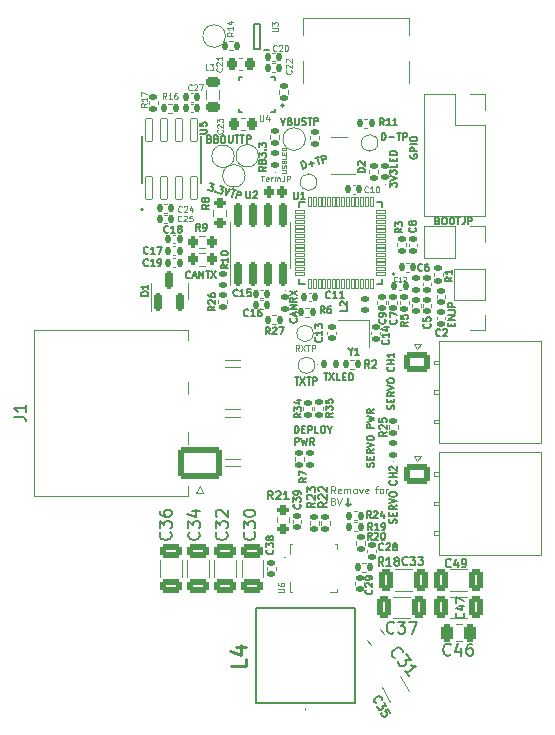
<source format=gto>
%TF.GenerationSoftware,KiCad,Pcbnew,(7.0.0)*%
%TF.CreationDate,2023-03-15T16:02:59+00:00*%
%TF.ProjectId,Chad,43686164-2e6b-4696-9361-645f70636258,rev?*%
%TF.SameCoordinates,Original*%
%TF.FileFunction,Legend,Top*%
%TF.FilePolarity,Positive*%
%FSLAX46Y46*%
G04 Gerber Fmt 4.6, Leading zero omitted, Abs format (unit mm)*
G04 Created by KiCad (PCBNEW (7.0.0)) date 2023-03-15 16:02:59*
%MOMM*%
%LPD*%
G01*
G04 APERTURE LIST*
G04 Aperture macros list*
%AMRoundRect*
0 Rectangle with rounded corners*
0 $1 Rounding radius*
0 $2 $3 $4 $5 $6 $7 $8 $9 X,Y pos of 4 corners*
0 Add a 4 corners polygon primitive as box body*
4,1,4,$2,$3,$4,$5,$6,$7,$8,$9,$2,$3,0*
0 Add four circle primitives for the rounded corners*
1,1,$1+$1,$2,$3*
1,1,$1+$1,$4,$5*
1,1,$1+$1,$6,$7*
1,1,$1+$1,$8,$9*
0 Add four rect primitives between the rounded corners*
20,1,$1+$1,$2,$3,$4,$5,0*
20,1,$1+$1,$4,$5,$6,$7,0*
20,1,$1+$1,$6,$7,$8,$9,0*
20,1,$1+$1,$8,$9,$2,$3,0*%
G04 Aperture macros list end*
%ADD10C,0.150000*%
%ADD11C,0.125000*%
%ADD12C,0.152400*%
%ADD13C,0.254000*%
%ADD14C,0.100000*%
%ADD15C,0.120000*%
%ADD16C,0.127000*%
%ADD17C,0.200000*%
%ADD18C,0.010000*%
%ADD19C,1.000000*%
%ADD20RoundRect,0.140000X-0.170000X0.140000X-0.170000X-0.140000X0.170000X-0.140000X0.170000X0.140000X0*%
%ADD21RoundRect,0.225000X0.225000X0.250000X-0.225000X0.250000X-0.225000X-0.250000X0.225000X-0.250000X0*%
%ADD22RoundRect,0.147500X0.172500X-0.147500X0.172500X0.147500X-0.172500X0.147500X-0.172500X-0.147500X0*%
%ADD23RoundRect,0.250000X-0.650000X0.325000X-0.650000X-0.325000X0.650000X-0.325000X0.650000X0.325000X0*%
%ADD24RoundRect,0.250000X-0.850000X-0.600000X0.850000X-0.600000X0.850000X0.600000X-0.850000X0.600000X0*%
%ADD25O,2.200000X1.700000*%
%ADD26RoundRect,0.140000X0.140000X0.170000X-0.140000X0.170000X-0.140000X-0.170000X0.140000X-0.170000X0*%
%ADD27RoundRect,0.140000X-0.140000X-0.170000X0.140000X-0.170000X0.140000X0.170000X-0.140000X0.170000X0*%
%ADD28RoundRect,0.135000X-0.135000X-0.185000X0.135000X-0.185000X0.135000X0.185000X-0.135000X0.185000X0*%
%ADD29C,5.600000*%
%ADD30RoundRect,0.135000X0.185000X-0.135000X0.185000X0.135000X-0.185000X0.135000X-0.185000X-0.135000X0*%
%ADD31RoundRect,0.135000X0.135000X0.185000X-0.135000X0.185000X-0.135000X-0.185000X0.135000X-0.185000X0*%
%ADD32RoundRect,0.250000X0.524568X0.113813X0.203174X0.496835X-0.524568X-0.113813X-0.203174X-0.496835X0*%
%ADD33R,0.700000X1.000000*%
%ADD34R,0.700000X0.600000*%
%ADD35RoundRect,0.200000X0.200000X0.275000X-0.200000X0.275000X-0.200000X-0.275000X0.200000X-0.275000X0*%
%ADD36RoundRect,0.147500X-0.147500X-0.172500X0.147500X-0.172500X0.147500X0.172500X-0.147500X0.172500X0*%
%ADD37RoundRect,0.200000X0.275000X-0.200000X0.275000X0.200000X-0.275000X0.200000X-0.275000X-0.200000X0*%
%ADD38RoundRect,0.140000X0.170000X-0.140000X0.170000X0.140000X-0.170000X0.140000X-0.170000X-0.140000X0*%
%ADD39R,1.700000X1.700000*%
%ADD40O,1.700000X1.700000*%
%ADD41RoundRect,0.135000X-0.185000X0.135000X-0.185000X-0.135000X0.185000X-0.135000X0.185000X0.135000X0*%
%ADD42C,1.500000*%
%ADD43RoundRect,0.200000X-0.200000X-0.275000X0.200000X-0.275000X0.200000X0.275000X-0.200000X0.275000X0*%
%ADD44C,0.600000*%
%ADD45R,0.600000X1.160000*%
%ADD46R,0.300000X1.160000*%
%ADD47O,0.900000X2.000000*%
%ADD48O,0.900000X1.700000*%
%ADD49RoundRect,0.042000X0.258000X-0.943000X0.258000X0.943000X-0.258000X0.943000X-0.258000X-0.943000X0*%
%ADD50R,2.150000X2.150000*%
%ADD51R,7.200000X2.300000*%
%ADD52RoundRect,0.250000X-0.250000X-0.475000X0.250000X-0.475000X0.250000X0.475000X-0.250000X0.475000X0*%
%ADD53RoundRect,0.147500X-0.172500X0.147500X-0.172500X-0.147500X0.172500X-0.147500X0.172500X0.147500X0*%
%ADD54RoundRect,0.250000X-0.325000X-0.650000X0.325000X-0.650000X0.325000X0.650000X-0.325000X0.650000X0*%
%ADD55RoundRect,0.250000X-0.725417X-0.043542X-0.400417X-0.606458X0.725417X0.043542X0.400417X0.606458X0*%
%ADD56R,0.475000X0.300000*%
%ADD57RoundRect,0.250000X0.325000X0.650000X-0.325000X0.650000X-0.325000X-0.650000X0.325000X-0.650000X0*%
%ADD58RoundRect,0.218750X-0.381250X0.218750X-0.381250X-0.218750X0.381250X-0.218750X0.381250X0.218750X0*%
%ADD59RoundRect,0.006600X0.398400X0.103400X-0.398400X0.103400X-0.398400X-0.103400X0.398400X-0.103400X0*%
%ADD60RoundRect,0.022000X0.088000X0.383000X-0.088000X0.383000X-0.088000X-0.383000X0.088000X-0.383000X0*%
%ADD61R,4.000000X4.000000*%
%ADD62RoundRect,0.150000X0.150000X-0.825000X0.150000X0.825000X-0.150000X0.825000X-0.150000X-0.825000X0*%
%ADD63R,0.550000X0.300000*%
%ADD64R,0.300000X0.450000*%
%ADD65R,0.300000X0.725000*%
%ADD66R,0.725000X0.300000*%
%ADD67R,1.575000X1.050000*%
%ADD68R,1.150000X1.050000*%
%ADD69R,2.175000X1.200000*%
%ADD70R,0.580000X0.380000*%
%ADD71R,0.650000X0.455000*%
%ADD72R,2.350000X0.275000*%
%ADD73RoundRect,0.250001X1.599999X-1.099999X1.599999X1.099999X-1.599999X1.099999X-1.599999X-1.099999X0*%
%ADD74O,3.700000X2.700000*%
%ADD75RoundRect,0.150000X0.150000X-0.587500X0.150000X0.587500X-0.150000X0.587500X-0.150000X-0.587500X0*%
%ADD76R,0.900000X0.800000*%
G04 APERTURE END LIST*
D10*
X49925000Y-83475000D02*
X49725000Y-83275000D01*
X49925000Y-83475000D02*
X50125000Y-83275000D01*
X49925000Y-82825000D02*
X49925000Y-83475000D01*
D11*
X48824464Y-82406428D02*
X48624464Y-82120714D01*
X48481607Y-82406428D02*
X48481607Y-81806428D01*
X48481607Y-81806428D02*
X48710178Y-81806428D01*
X48710178Y-81806428D02*
X48767321Y-81835000D01*
X48767321Y-81835000D02*
X48795892Y-81863571D01*
X48795892Y-81863571D02*
X48824464Y-81920714D01*
X48824464Y-81920714D02*
X48824464Y-82006428D01*
X48824464Y-82006428D02*
X48795892Y-82063571D01*
X48795892Y-82063571D02*
X48767321Y-82092142D01*
X48767321Y-82092142D02*
X48710178Y-82120714D01*
X48710178Y-82120714D02*
X48481607Y-82120714D01*
X49310178Y-82377857D02*
X49253035Y-82406428D01*
X49253035Y-82406428D02*
X49138750Y-82406428D01*
X49138750Y-82406428D02*
X49081607Y-82377857D01*
X49081607Y-82377857D02*
X49053035Y-82320714D01*
X49053035Y-82320714D02*
X49053035Y-82092142D01*
X49053035Y-82092142D02*
X49081607Y-82035000D01*
X49081607Y-82035000D02*
X49138750Y-82006428D01*
X49138750Y-82006428D02*
X49253035Y-82006428D01*
X49253035Y-82006428D02*
X49310178Y-82035000D01*
X49310178Y-82035000D02*
X49338750Y-82092142D01*
X49338750Y-82092142D02*
X49338750Y-82149285D01*
X49338750Y-82149285D02*
X49053035Y-82206428D01*
X49595893Y-82406428D02*
X49595893Y-82006428D01*
X49595893Y-82063571D02*
X49624464Y-82035000D01*
X49624464Y-82035000D02*
X49681607Y-82006428D01*
X49681607Y-82006428D02*
X49767321Y-82006428D01*
X49767321Y-82006428D02*
X49824464Y-82035000D01*
X49824464Y-82035000D02*
X49853036Y-82092142D01*
X49853036Y-82092142D02*
X49853036Y-82406428D01*
X49853036Y-82092142D02*
X49881607Y-82035000D01*
X49881607Y-82035000D02*
X49938750Y-82006428D01*
X49938750Y-82006428D02*
X50024464Y-82006428D01*
X50024464Y-82006428D02*
X50081607Y-82035000D01*
X50081607Y-82035000D02*
X50110178Y-82092142D01*
X50110178Y-82092142D02*
X50110178Y-82406428D01*
X50481607Y-82406428D02*
X50424464Y-82377857D01*
X50424464Y-82377857D02*
X50395893Y-82349285D01*
X50395893Y-82349285D02*
X50367321Y-82292142D01*
X50367321Y-82292142D02*
X50367321Y-82120714D01*
X50367321Y-82120714D02*
X50395893Y-82063571D01*
X50395893Y-82063571D02*
X50424464Y-82035000D01*
X50424464Y-82035000D02*
X50481607Y-82006428D01*
X50481607Y-82006428D02*
X50567321Y-82006428D01*
X50567321Y-82006428D02*
X50624464Y-82035000D01*
X50624464Y-82035000D02*
X50653036Y-82063571D01*
X50653036Y-82063571D02*
X50681607Y-82120714D01*
X50681607Y-82120714D02*
X50681607Y-82292142D01*
X50681607Y-82292142D02*
X50653036Y-82349285D01*
X50653036Y-82349285D02*
X50624464Y-82377857D01*
X50624464Y-82377857D02*
X50567321Y-82406428D01*
X50567321Y-82406428D02*
X50481607Y-82406428D01*
X50881607Y-82006428D02*
X51024464Y-82406428D01*
X51024464Y-82406428D02*
X51167321Y-82006428D01*
X51624464Y-82377857D02*
X51567321Y-82406428D01*
X51567321Y-82406428D02*
X51453036Y-82406428D01*
X51453036Y-82406428D02*
X51395893Y-82377857D01*
X51395893Y-82377857D02*
X51367321Y-82320714D01*
X51367321Y-82320714D02*
X51367321Y-82092142D01*
X51367321Y-82092142D02*
X51395893Y-82035000D01*
X51395893Y-82035000D02*
X51453036Y-82006428D01*
X51453036Y-82006428D02*
X51567321Y-82006428D01*
X51567321Y-82006428D02*
X51624464Y-82035000D01*
X51624464Y-82035000D02*
X51653036Y-82092142D01*
X51653036Y-82092142D02*
X51653036Y-82149285D01*
X51653036Y-82149285D02*
X51367321Y-82206428D01*
X52184464Y-82006428D02*
X52413036Y-82006428D01*
X52270179Y-82406428D02*
X52270179Y-81892142D01*
X52270179Y-81892142D02*
X52298750Y-81835000D01*
X52298750Y-81835000D02*
X52355893Y-81806428D01*
X52355893Y-81806428D02*
X52413036Y-81806428D01*
X52698750Y-82406428D02*
X52641607Y-82377857D01*
X52641607Y-82377857D02*
X52613036Y-82349285D01*
X52613036Y-82349285D02*
X52584464Y-82292142D01*
X52584464Y-82292142D02*
X52584464Y-82120714D01*
X52584464Y-82120714D02*
X52613036Y-82063571D01*
X52613036Y-82063571D02*
X52641607Y-82035000D01*
X52641607Y-82035000D02*
X52698750Y-82006428D01*
X52698750Y-82006428D02*
X52784464Y-82006428D01*
X52784464Y-82006428D02*
X52841607Y-82035000D01*
X52841607Y-82035000D02*
X52870179Y-82063571D01*
X52870179Y-82063571D02*
X52898750Y-82120714D01*
X52898750Y-82120714D02*
X52898750Y-82292142D01*
X52898750Y-82292142D02*
X52870179Y-82349285D01*
X52870179Y-82349285D02*
X52841607Y-82377857D01*
X52841607Y-82377857D02*
X52784464Y-82406428D01*
X52784464Y-82406428D02*
X52698750Y-82406428D01*
X53155893Y-82406428D02*
X53155893Y-82006428D01*
X53155893Y-82120714D02*
X53184464Y-82063571D01*
X53184464Y-82063571D02*
X53213036Y-82035000D01*
X53213036Y-82035000D02*
X53270178Y-82006428D01*
X53270178Y-82006428D02*
X53327321Y-82006428D01*
X48567321Y-83035571D02*
X48510178Y-83007000D01*
X48510178Y-83007000D02*
X48481607Y-82978428D01*
X48481607Y-82978428D02*
X48453035Y-82921285D01*
X48453035Y-82921285D02*
X48453035Y-82892714D01*
X48453035Y-82892714D02*
X48481607Y-82835571D01*
X48481607Y-82835571D02*
X48510178Y-82807000D01*
X48510178Y-82807000D02*
X48567321Y-82778428D01*
X48567321Y-82778428D02*
X48681607Y-82778428D01*
X48681607Y-82778428D02*
X48738750Y-82807000D01*
X48738750Y-82807000D02*
X48767321Y-82835571D01*
X48767321Y-82835571D02*
X48795892Y-82892714D01*
X48795892Y-82892714D02*
X48795892Y-82921285D01*
X48795892Y-82921285D02*
X48767321Y-82978428D01*
X48767321Y-82978428D02*
X48738750Y-83007000D01*
X48738750Y-83007000D02*
X48681607Y-83035571D01*
X48681607Y-83035571D02*
X48567321Y-83035571D01*
X48567321Y-83035571D02*
X48510178Y-83064142D01*
X48510178Y-83064142D02*
X48481607Y-83092714D01*
X48481607Y-83092714D02*
X48453035Y-83149857D01*
X48453035Y-83149857D02*
X48453035Y-83264142D01*
X48453035Y-83264142D02*
X48481607Y-83321285D01*
X48481607Y-83321285D02*
X48510178Y-83349857D01*
X48510178Y-83349857D02*
X48567321Y-83378428D01*
X48567321Y-83378428D02*
X48681607Y-83378428D01*
X48681607Y-83378428D02*
X48738750Y-83349857D01*
X48738750Y-83349857D02*
X48767321Y-83321285D01*
X48767321Y-83321285D02*
X48795892Y-83264142D01*
X48795892Y-83264142D02*
X48795892Y-83149857D01*
X48795892Y-83149857D02*
X48767321Y-83092714D01*
X48767321Y-83092714D02*
X48738750Y-83064142D01*
X48738750Y-83064142D02*
X48681607Y-83035571D01*
X48967321Y-82778428D02*
X49167321Y-83378428D01*
X49167321Y-83378428D02*
X49367321Y-82778428D01*
D10*
%TO.C,TP2*%
X46076929Y-54899576D02*
X45921638Y-54320020D01*
X45921638Y-54320020D02*
X46059627Y-54283046D01*
X46059627Y-54283046D02*
X46149815Y-54288460D01*
X46149815Y-54288460D02*
X46219801Y-54328866D01*
X46219801Y-54328866D02*
X46262188Y-54376667D01*
X46262188Y-54376667D02*
X46319366Y-54479663D01*
X46319366Y-54479663D02*
X46341550Y-54562457D01*
X46341550Y-54562457D02*
X46343532Y-54680243D01*
X46343532Y-54680243D02*
X46330723Y-54742834D01*
X46330723Y-54742834D02*
X46290317Y-54812819D01*
X46290317Y-54812819D02*
X46214918Y-54862602D01*
X46214918Y-54862602D02*
X46076929Y-54899576D01*
X46597326Y-54523501D02*
X47038892Y-54405184D01*
X46877268Y-54685126D02*
X46758950Y-54243560D01*
X47135944Y-53994648D02*
X47467119Y-53905910D01*
X47456823Y-54529834D02*
X47301531Y-53950279D01*
X47815596Y-54433702D02*
X47660304Y-53854146D01*
X47660304Y-53854146D02*
X47881087Y-53794987D01*
X47881087Y-53794987D02*
X47943678Y-53807796D01*
X47943678Y-53807796D02*
X47978670Y-53827999D01*
X47978670Y-53827999D02*
X48021058Y-53875800D01*
X48021058Y-53875800D02*
X48043242Y-53958593D01*
X48043242Y-53958593D02*
X48030434Y-54021184D01*
X48030434Y-54021184D02*
X48010231Y-54056177D01*
X48010231Y-54056177D02*
X47962430Y-54098564D01*
X47962430Y-54098564D02*
X47741647Y-54157723D01*
%TO.C,C5*%
X56838285Y-68049999D02*
X56866857Y-68078571D01*
X56866857Y-68078571D02*
X56895428Y-68164285D01*
X56895428Y-68164285D02*
X56895428Y-68221428D01*
X56895428Y-68221428D02*
X56866857Y-68307142D01*
X56866857Y-68307142D02*
X56809714Y-68364285D01*
X56809714Y-68364285D02*
X56752571Y-68392856D01*
X56752571Y-68392856D02*
X56638285Y-68421428D01*
X56638285Y-68421428D02*
X56552571Y-68421428D01*
X56552571Y-68421428D02*
X56438285Y-68392856D01*
X56438285Y-68392856D02*
X56381142Y-68364285D01*
X56381142Y-68364285D02*
X56324000Y-68307142D01*
X56324000Y-68307142D02*
X56295428Y-68221428D01*
X56295428Y-68221428D02*
X56295428Y-68164285D01*
X56295428Y-68164285D02*
X56324000Y-68078571D01*
X56324000Y-68078571D02*
X56352571Y-68049999D01*
X56295428Y-67507142D02*
X56295428Y-67792856D01*
X56295428Y-67792856D02*
X56581142Y-67821428D01*
X56581142Y-67821428D02*
X56552571Y-67792856D01*
X56552571Y-67792856D02*
X56524000Y-67735714D01*
X56524000Y-67735714D02*
X56524000Y-67592856D01*
X56524000Y-67592856D02*
X56552571Y-67535714D01*
X56552571Y-67535714D02*
X56581142Y-67507142D01*
X56581142Y-67507142D02*
X56638285Y-67478571D01*
X56638285Y-67478571D02*
X56781142Y-67478571D01*
X56781142Y-67478571D02*
X56838285Y-67507142D01*
X56838285Y-67507142D02*
X56866857Y-67535714D01*
X56866857Y-67535714D02*
X56895428Y-67592856D01*
X56895428Y-67592856D02*
X56895428Y-67735714D01*
X56895428Y-67735714D02*
X56866857Y-67792856D01*
X56866857Y-67792856D02*
X56838285Y-67821428D01*
D11*
%TO.C,C21*%
X39211071Y-46371428D02*
X39234880Y-46395237D01*
X39234880Y-46395237D02*
X39258690Y-46466666D01*
X39258690Y-46466666D02*
X39258690Y-46514285D01*
X39258690Y-46514285D02*
X39234880Y-46585713D01*
X39234880Y-46585713D02*
X39187261Y-46633332D01*
X39187261Y-46633332D02*
X39139642Y-46657142D01*
X39139642Y-46657142D02*
X39044404Y-46680951D01*
X39044404Y-46680951D02*
X38972976Y-46680951D01*
X38972976Y-46680951D02*
X38877738Y-46657142D01*
X38877738Y-46657142D02*
X38830119Y-46633332D01*
X38830119Y-46633332D02*
X38782500Y-46585713D01*
X38782500Y-46585713D02*
X38758690Y-46514285D01*
X38758690Y-46514285D02*
X38758690Y-46466666D01*
X38758690Y-46466666D02*
X38782500Y-46395237D01*
X38782500Y-46395237D02*
X38806309Y-46371428D01*
X38806309Y-46180951D02*
X38782500Y-46157142D01*
X38782500Y-46157142D02*
X38758690Y-46109523D01*
X38758690Y-46109523D02*
X38758690Y-45990475D01*
X38758690Y-45990475D02*
X38782500Y-45942856D01*
X38782500Y-45942856D02*
X38806309Y-45919047D01*
X38806309Y-45919047D02*
X38853928Y-45895237D01*
X38853928Y-45895237D02*
X38901547Y-45895237D01*
X38901547Y-45895237D02*
X38972976Y-45919047D01*
X38972976Y-45919047D02*
X39258690Y-46204761D01*
X39258690Y-46204761D02*
X39258690Y-45895237D01*
X39258690Y-45419047D02*
X39258690Y-45704761D01*
X39258690Y-45561904D02*
X38758690Y-45561904D01*
X38758690Y-45561904D02*
X38830119Y-45609523D01*
X38830119Y-45609523D02*
X38877738Y-45657142D01*
X38877738Y-45657142D02*
X38901547Y-45704761D01*
%TO.C,TP10*%
X45771190Y-70333690D02*
X45604524Y-70095595D01*
X45485476Y-70333690D02*
X45485476Y-69833690D01*
X45485476Y-69833690D02*
X45675952Y-69833690D01*
X45675952Y-69833690D02*
X45723571Y-69857500D01*
X45723571Y-69857500D02*
X45747381Y-69881309D01*
X45747381Y-69881309D02*
X45771190Y-69928928D01*
X45771190Y-69928928D02*
X45771190Y-70000357D01*
X45771190Y-70000357D02*
X45747381Y-70047976D01*
X45747381Y-70047976D02*
X45723571Y-70071785D01*
X45723571Y-70071785D02*
X45675952Y-70095595D01*
X45675952Y-70095595D02*
X45485476Y-70095595D01*
X45937857Y-69833690D02*
X46271190Y-70333690D01*
X46271190Y-69833690D02*
X45937857Y-70333690D01*
X46390238Y-69833690D02*
X46675952Y-69833690D01*
X46533095Y-70333690D02*
X46533095Y-69833690D01*
X46842618Y-70333690D02*
X46842618Y-69833690D01*
X46842618Y-69833690D02*
X47033094Y-69833690D01*
X47033094Y-69833690D02*
X47080713Y-69857500D01*
X47080713Y-69857500D02*
X47104523Y-69881309D01*
X47104523Y-69881309D02*
X47128332Y-69928928D01*
X47128332Y-69928928D02*
X47128332Y-70000357D01*
X47128332Y-70000357D02*
X47104523Y-70047976D01*
X47104523Y-70047976D02*
X47080713Y-70071785D01*
X47080713Y-70071785D02*
X47033094Y-70095595D01*
X47033094Y-70095595D02*
X46842618Y-70095595D01*
D10*
%TO.C,12VLED1*%
X45382143Y-77295428D02*
X45382143Y-76695428D01*
X45382143Y-76695428D02*
X45525000Y-76695428D01*
X45525000Y-76695428D02*
X45610714Y-76724000D01*
X45610714Y-76724000D02*
X45667857Y-76781142D01*
X45667857Y-76781142D02*
X45696428Y-76838285D01*
X45696428Y-76838285D02*
X45725000Y-76952571D01*
X45725000Y-76952571D02*
X45725000Y-77038285D01*
X45725000Y-77038285D02*
X45696428Y-77152571D01*
X45696428Y-77152571D02*
X45667857Y-77209714D01*
X45667857Y-77209714D02*
X45610714Y-77266857D01*
X45610714Y-77266857D02*
X45525000Y-77295428D01*
X45525000Y-77295428D02*
X45382143Y-77295428D01*
X45982143Y-76981142D02*
X46182143Y-76981142D01*
X46267857Y-77295428D02*
X45982143Y-77295428D01*
X45982143Y-77295428D02*
X45982143Y-76695428D01*
X45982143Y-76695428D02*
X46267857Y-76695428D01*
X46525000Y-77295428D02*
X46525000Y-76695428D01*
X46525000Y-76695428D02*
X46753571Y-76695428D01*
X46753571Y-76695428D02*
X46810714Y-76724000D01*
X46810714Y-76724000D02*
X46839285Y-76752571D01*
X46839285Y-76752571D02*
X46867857Y-76809714D01*
X46867857Y-76809714D02*
X46867857Y-76895428D01*
X46867857Y-76895428D02*
X46839285Y-76952571D01*
X46839285Y-76952571D02*
X46810714Y-76981142D01*
X46810714Y-76981142D02*
X46753571Y-77009714D01*
X46753571Y-77009714D02*
X46525000Y-77009714D01*
X47410714Y-77295428D02*
X47125000Y-77295428D01*
X47125000Y-77295428D02*
X47125000Y-76695428D01*
X47724999Y-76695428D02*
X47839285Y-76695428D01*
X47839285Y-76695428D02*
X47896428Y-76724000D01*
X47896428Y-76724000D02*
X47953571Y-76781142D01*
X47953571Y-76781142D02*
X47982142Y-76895428D01*
X47982142Y-76895428D02*
X47982142Y-77095428D01*
X47982142Y-77095428D02*
X47953571Y-77209714D01*
X47953571Y-77209714D02*
X47896428Y-77266857D01*
X47896428Y-77266857D02*
X47839285Y-77295428D01*
X47839285Y-77295428D02*
X47724999Y-77295428D01*
X47724999Y-77295428D02*
X47667857Y-77266857D01*
X47667857Y-77266857D02*
X47610714Y-77209714D01*
X47610714Y-77209714D02*
X47582142Y-77095428D01*
X47582142Y-77095428D02*
X47582142Y-76895428D01*
X47582142Y-76895428D02*
X47610714Y-76781142D01*
X47610714Y-76781142D02*
X47667857Y-76724000D01*
X47667857Y-76724000D02*
X47724999Y-76695428D01*
X48353570Y-77009714D02*
X48353570Y-77295428D01*
X48153570Y-76695428D02*
X48353570Y-77009714D01*
X48353570Y-77009714D02*
X48553570Y-76695428D01*
X45405000Y-78295428D02*
X45405000Y-77695428D01*
X45405000Y-77695428D02*
X45633571Y-77695428D01*
X45633571Y-77695428D02*
X45690714Y-77724000D01*
X45690714Y-77724000D02*
X45719285Y-77752571D01*
X45719285Y-77752571D02*
X45747857Y-77809714D01*
X45747857Y-77809714D02*
X45747857Y-77895428D01*
X45747857Y-77895428D02*
X45719285Y-77952571D01*
X45719285Y-77952571D02*
X45690714Y-77981142D01*
X45690714Y-77981142D02*
X45633571Y-78009714D01*
X45633571Y-78009714D02*
X45405000Y-78009714D01*
X45947857Y-77695428D02*
X46090714Y-78295428D01*
X46090714Y-78295428D02*
X46205000Y-77866857D01*
X46205000Y-77866857D02*
X46319285Y-78295428D01*
X46319285Y-78295428D02*
X46462143Y-77695428D01*
X47033571Y-78295428D02*
X46833571Y-78009714D01*
X46690714Y-78295428D02*
X46690714Y-77695428D01*
X46690714Y-77695428D02*
X46919285Y-77695428D01*
X46919285Y-77695428D02*
X46976428Y-77724000D01*
X46976428Y-77724000D02*
X47004999Y-77752571D01*
X47004999Y-77752571D02*
X47033571Y-77809714D01*
X47033571Y-77809714D02*
X47033571Y-77895428D01*
X47033571Y-77895428D02*
X47004999Y-77952571D01*
X47004999Y-77952571D02*
X46976428Y-77981142D01*
X46976428Y-77981142D02*
X46919285Y-78009714D01*
X46919285Y-78009714D02*
X46690714Y-78009714D01*
%TO.C,C30*%
X41972142Y-85692857D02*
X42019761Y-85740476D01*
X42019761Y-85740476D02*
X42067380Y-85883333D01*
X42067380Y-85883333D02*
X42067380Y-85978571D01*
X42067380Y-85978571D02*
X42019761Y-86121428D01*
X42019761Y-86121428D02*
X41924523Y-86216666D01*
X41924523Y-86216666D02*
X41829285Y-86264285D01*
X41829285Y-86264285D02*
X41638809Y-86311904D01*
X41638809Y-86311904D02*
X41495952Y-86311904D01*
X41495952Y-86311904D02*
X41305476Y-86264285D01*
X41305476Y-86264285D02*
X41210238Y-86216666D01*
X41210238Y-86216666D02*
X41115000Y-86121428D01*
X41115000Y-86121428D02*
X41067380Y-85978571D01*
X41067380Y-85978571D02*
X41067380Y-85883333D01*
X41067380Y-85883333D02*
X41115000Y-85740476D01*
X41115000Y-85740476D02*
X41162619Y-85692857D01*
X41067380Y-85359523D02*
X41067380Y-84740476D01*
X41067380Y-84740476D02*
X41448333Y-85073809D01*
X41448333Y-85073809D02*
X41448333Y-84930952D01*
X41448333Y-84930952D02*
X41495952Y-84835714D01*
X41495952Y-84835714D02*
X41543571Y-84788095D01*
X41543571Y-84788095D02*
X41638809Y-84740476D01*
X41638809Y-84740476D02*
X41876904Y-84740476D01*
X41876904Y-84740476D02*
X41972142Y-84788095D01*
X41972142Y-84788095D02*
X42019761Y-84835714D01*
X42019761Y-84835714D02*
X42067380Y-84930952D01*
X42067380Y-84930952D02*
X42067380Y-85216666D01*
X42067380Y-85216666D02*
X42019761Y-85311904D01*
X42019761Y-85311904D02*
X41972142Y-85359523D01*
X41067380Y-84121428D02*
X41067380Y-84026190D01*
X41067380Y-84026190D02*
X41115000Y-83930952D01*
X41115000Y-83930952D02*
X41162619Y-83883333D01*
X41162619Y-83883333D02*
X41257857Y-83835714D01*
X41257857Y-83835714D02*
X41448333Y-83788095D01*
X41448333Y-83788095D02*
X41686428Y-83788095D01*
X41686428Y-83788095D02*
X41876904Y-83835714D01*
X41876904Y-83835714D02*
X41972142Y-83883333D01*
X41972142Y-83883333D02*
X42019761Y-83930952D01*
X42019761Y-83930952D02*
X42067380Y-84026190D01*
X42067380Y-84026190D02*
X42067380Y-84121428D01*
X42067380Y-84121428D02*
X42019761Y-84216666D01*
X42019761Y-84216666D02*
X41972142Y-84264285D01*
X41972142Y-84264285D02*
X41876904Y-84311904D01*
X41876904Y-84311904D02*
X41686428Y-84359523D01*
X41686428Y-84359523D02*
X41448333Y-84359523D01*
X41448333Y-84359523D02*
X41257857Y-84311904D01*
X41257857Y-84311904D02*
X41162619Y-84264285D01*
X41162619Y-84264285D02*
X41115000Y-84216666D01*
X41115000Y-84216666D02*
X41067380Y-84121428D01*
%TO.C,J4*%
X53991857Y-84894285D02*
X54020428Y-84808571D01*
X54020428Y-84808571D02*
X54020428Y-84665713D01*
X54020428Y-84665713D02*
X53991857Y-84608571D01*
X53991857Y-84608571D02*
X53963285Y-84579999D01*
X53963285Y-84579999D02*
X53906142Y-84551428D01*
X53906142Y-84551428D02*
X53849000Y-84551428D01*
X53849000Y-84551428D02*
X53791857Y-84579999D01*
X53791857Y-84579999D02*
X53763285Y-84608571D01*
X53763285Y-84608571D02*
X53734714Y-84665713D01*
X53734714Y-84665713D02*
X53706142Y-84779999D01*
X53706142Y-84779999D02*
X53677571Y-84837142D01*
X53677571Y-84837142D02*
X53649000Y-84865713D01*
X53649000Y-84865713D02*
X53591857Y-84894285D01*
X53591857Y-84894285D02*
X53534714Y-84894285D01*
X53534714Y-84894285D02*
X53477571Y-84865713D01*
X53477571Y-84865713D02*
X53449000Y-84837142D01*
X53449000Y-84837142D02*
X53420428Y-84779999D01*
X53420428Y-84779999D02*
X53420428Y-84637142D01*
X53420428Y-84637142D02*
X53449000Y-84551428D01*
X53706142Y-84294284D02*
X53706142Y-84094284D01*
X54020428Y-84008570D02*
X54020428Y-84294284D01*
X54020428Y-84294284D02*
X53420428Y-84294284D01*
X53420428Y-84294284D02*
X53420428Y-84008570D01*
X54020428Y-83408570D02*
X53734714Y-83608570D01*
X54020428Y-83751427D02*
X53420428Y-83751427D01*
X53420428Y-83751427D02*
X53420428Y-83522856D01*
X53420428Y-83522856D02*
X53449000Y-83465713D01*
X53449000Y-83465713D02*
X53477571Y-83437142D01*
X53477571Y-83437142D02*
X53534714Y-83408570D01*
X53534714Y-83408570D02*
X53620428Y-83408570D01*
X53620428Y-83408570D02*
X53677571Y-83437142D01*
X53677571Y-83437142D02*
X53706142Y-83465713D01*
X53706142Y-83465713D02*
X53734714Y-83522856D01*
X53734714Y-83522856D02*
X53734714Y-83751427D01*
X53420428Y-83237142D02*
X54020428Y-83037142D01*
X54020428Y-83037142D02*
X53420428Y-82837142D01*
X53420428Y-82522856D02*
X53420428Y-82408570D01*
X53420428Y-82408570D02*
X53449000Y-82351427D01*
X53449000Y-82351427D02*
X53506142Y-82294284D01*
X53506142Y-82294284D02*
X53620428Y-82265713D01*
X53620428Y-82265713D02*
X53820428Y-82265713D01*
X53820428Y-82265713D02*
X53934714Y-82294284D01*
X53934714Y-82294284D02*
X53991857Y-82351427D01*
X53991857Y-82351427D02*
X54020428Y-82408570D01*
X54020428Y-82408570D02*
X54020428Y-82522856D01*
X54020428Y-82522856D02*
X53991857Y-82579999D01*
X53991857Y-82579999D02*
X53934714Y-82637141D01*
X53934714Y-82637141D02*
X53820428Y-82665713D01*
X53820428Y-82665713D02*
X53620428Y-82665713D01*
X53620428Y-82665713D02*
X53506142Y-82637141D01*
X53506142Y-82637141D02*
X53449000Y-82579999D01*
X53449000Y-82579999D02*
X53420428Y-82522856D01*
X53963285Y-81305713D02*
X53991857Y-81334285D01*
X53991857Y-81334285D02*
X54020428Y-81419999D01*
X54020428Y-81419999D02*
X54020428Y-81477142D01*
X54020428Y-81477142D02*
X53991857Y-81562856D01*
X53991857Y-81562856D02*
X53934714Y-81619999D01*
X53934714Y-81619999D02*
X53877571Y-81648570D01*
X53877571Y-81648570D02*
X53763285Y-81677142D01*
X53763285Y-81677142D02*
X53677571Y-81677142D01*
X53677571Y-81677142D02*
X53563285Y-81648570D01*
X53563285Y-81648570D02*
X53506142Y-81619999D01*
X53506142Y-81619999D02*
X53449000Y-81562856D01*
X53449000Y-81562856D02*
X53420428Y-81477142D01*
X53420428Y-81477142D02*
X53420428Y-81419999D01*
X53420428Y-81419999D02*
X53449000Y-81334285D01*
X53449000Y-81334285D02*
X53477571Y-81305713D01*
X54020428Y-81048570D02*
X53420428Y-81048570D01*
X53706142Y-81048570D02*
X53706142Y-80705713D01*
X54020428Y-80705713D02*
X53420428Y-80705713D01*
X53477571Y-80448571D02*
X53449000Y-80419999D01*
X53449000Y-80419999D02*
X53420428Y-80362857D01*
X53420428Y-80362857D02*
X53420428Y-80219999D01*
X53420428Y-80219999D02*
X53449000Y-80162857D01*
X53449000Y-80162857D02*
X53477571Y-80134285D01*
X53477571Y-80134285D02*
X53534714Y-80105714D01*
X53534714Y-80105714D02*
X53591857Y-80105714D01*
X53591857Y-80105714D02*
X53677571Y-80134285D01*
X53677571Y-80134285D02*
X54020428Y-80477142D01*
X54020428Y-80477142D02*
X54020428Y-80105714D01*
%TO.C,C11*%
X48414285Y-65838285D02*
X48385713Y-65866857D01*
X48385713Y-65866857D02*
X48299999Y-65895428D01*
X48299999Y-65895428D02*
X48242856Y-65895428D01*
X48242856Y-65895428D02*
X48157142Y-65866857D01*
X48157142Y-65866857D02*
X48099999Y-65809714D01*
X48099999Y-65809714D02*
X48071428Y-65752571D01*
X48071428Y-65752571D02*
X48042856Y-65638285D01*
X48042856Y-65638285D02*
X48042856Y-65552571D01*
X48042856Y-65552571D02*
X48071428Y-65438285D01*
X48071428Y-65438285D02*
X48099999Y-65381142D01*
X48099999Y-65381142D02*
X48157142Y-65324000D01*
X48157142Y-65324000D02*
X48242856Y-65295428D01*
X48242856Y-65295428D02*
X48299999Y-65295428D01*
X48299999Y-65295428D02*
X48385713Y-65324000D01*
X48385713Y-65324000D02*
X48414285Y-65352571D01*
X48985713Y-65895428D02*
X48642856Y-65895428D01*
X48814285Y-65895428D02*
X48814285Y-65295428D01*
X48814285Y-65295428D02*
X48757142Y-65381142D01*
X48757142Y-65381142D02*
X48699999Y-65438285D01*
X48699999Y-65438285D02*
X48642856Y-65466857D01*
X49557142Y-65895428D02*
X49214285Y-65895428D01*
X49385714Y-65895428D02*
X49385714Y-65295428D01*
X49385714Y-65295428D02*
X49328571Y-65381142D01*
X49328571Y-65381142D02*
X49271428Y-65438285D01*
X49271428Y-65438285D02*
X49214285Y-65466857D01*
%TO.C,C19*%
X32964285Y-63088285D02*
X32935713Y-63116857D01*
X32935713Y-63116857D02*
X32849999Y-63145428D01*
X32849999Y-63145428D02*
X32792856Y-63145428D01*
X32792856Y-63145428D02*
X32707142Y-63116857D01*
X32707142Y-63116857D02*
X32649999Y-63059714D01*
X32649999Y-63059714D02*
X32621428Y-63002571D01*
X32621428Y-63002571D02*
X32592856Y-62888285D01*
X32592856Y-62888285D02*
X32592856Y-62802571D01*
X32592856Y-62802571D02*
X32621428Y-62688285D01*
X32621428Y-62688285D02*
X32649999Y-62631142D01*
X32649999Y-62631142D02*
X32707142Y-62574000D01*
X32707142Y-62574000D02*
X32792856Y-62545428D01*
X32792856Y-62545428D02*
X32849999Y-62545428D01*
X32849999Y-62545428D02*
X32935713Y-62574000D01*
X32935713Y-62574000D02*
X32964285Y-62602571D01*
X33535713Y-63145428D02*
X33192856Y-63145428D01*
X33364285Y-63145428D02*
X33364285Y-62545428D01*
X33364285Y-62545428D02*
X33307142Y-62631142D01*
X33307142Y-62631142D02*
X33249999Y-62688285D01*
X33249999Y-62688285D02*
X33192856Y-62716857D01*
X33821428Y-63145428D02*
X33935714Y-63145428D01*
X33935714Y-63145428D02*
X33992857Y-63116857D01*
X33992857Y-63116857D02*
X34021428Y-63088285D01*
X34021428Y-63088285D02*
X34078571Y-63002571D01*
X34078571Y-63002571D02*
X34107142Y-62888285D01*
X34107142Y-62888285D02*
X34107142Y-62659714D01*
X34107142Y-62659714D02*
X34078571Y-62602571D01*
X34078571Y-62602571D02*
X34050000Y-62574000D01*
X34050000Y-62574000D02*
X33992857Y-62545428D01*
X33992857Y-62545428D02*
X33878571Y-62545428D01*
X33878571Y-62545428D02*
X33821428Y-62574000D01*
X33821428Y-62574000D02*
X33792857Y-62602571D01*
X33792857Y-62602571D02*
X33764285Y-62659714D01*
X33764285Y-62659714D02*
X33764285Y-62802571D01*
X33764285Y-62802571D02*
X33792857Y-62859714D01*
X33792857Y-62859714D02*
X33821428Y-62888285D01*
X33821428Y-62888285D02*
X33878571Y-62916857D01*
X33878571Y-62916857D02*
X33992857Y-62916857D01*
X33992857Y-62916857D02*
X34050000Y-62888285D01*
X34050000Y-62888285D02*
X34078571Y-62859714D01*
X34078571Y-62859714D02*
X34107142Y-62802571D01*
%TO.C,R6*%
X47925000Y-67120428D02*
X47725000Y-66834714D01*
X47582143Y-67120428D02*
X47582143Y-66520428D01*
X47582143Y-66520428D02*
X47810714Y-66520428D01*
X47810714Y-66520428D02*
X47867857Y-66549000D01*
X47867857Y-66549000D02*
X47896428Y-66577571D01*
X47896428Y-66577571D02*
X47925000Y-66634714D01*
X47925000Y-66634714D02*
X47925000Y-66720428D01*
X47925000Y-66720428D02*
X47896428Y-66777571D01*
X47896428Y-66777571D02*
X47867857Y-66806142D01*
X47867857Y-66806142D02*
X47810714Y-66834714D01*
X47810714Y-66834714D02*
X47582143Y-66834714D01*
X48439286Y-66520428D02*
X48325000Y-66520428D01*
X48325000Y-66520428D02*
X48267857Y-66549000D01*
X48267857Y-66549000D02*
X48239286Y-66577571D01*
X48239286Y-66577571D02*
X48182143Y-66663285D01*
X48182143Y-66663285D02*
X48153571Y-66777571D01*
X48153571Y-66777571D02*
X48153571Y-67006142D01*
X48153571Y-67006142D02*
X48182143Y-67063285D01*
X48182143Y-67063285D02*
X48210714Y-67091857D01*
X48210714Y-67091857D02*
X48267857Y-67120428D01*
X48267857Y-67120428D02*
X48382143Y-67120428D01*
X48382143Y-67120428D02*
X48439286Y-67091857D01*
X48439286Y-67091857D02*
X48467857Y-67063285D01*
X48467857Y-67063285D02*
X48496428Y-67006142D01*
X48496428Y-67006142D02*
X48496428Y-66863285D01*
X48496428Y-66863285D02*
X48467857Y-66806142D01*
X48467857Y-66806142D02*
X48439286Y-66777571D01*
X48439286Y-66777571D02*
X48382143Y-66749000D01*
X48382143Y-66749000D02*
X48267857Y-66749000D01*
X48267857Y-66749000D02*
X48210714Y-66777571D01*
X48210714Y-66777571D02*
X48182143Y-66806142D01*
X48182143Y-66806142D02*
X48153571Y-66863285D01*
%TO.C,R2*%
X51725000Y-71745428D02*
X51525000Y-71459714D01*
X51382143Y-71745428D02*
X51382143Y-71145428D01*
X51382143Y-71145428D02*
X51610714Y-71145428D01*
X51610714Y-71145428D02*
X51667857Y-71174000D01*
X51667857Y-71174000D02*
X51696428Y-71202571D01*
X51696428Y-71202571D02*
X51725000Y-71259714D01*
X51725000Y-71259714D02*
X51725000Y-71345428D01*
X51725000Y-71345428D02*
X51696428Y-71402571D01*
X51696428Y-71402571D02*
X51667857Y-71431142D01*
X51667857Y-71431142D02*
X51610714Y-71459714D01*
X51610714Y-71459714D02*
X51382143Y-71459714D01*
X51953571Y-71202571D02*
X51982143Y-71174000D01*
X51982143Y-71174000D02*
X52039286Y-71145428D01*
X52039286Y-71145428D02*
X52182143Y-71145428D01*
X52182143Y-71145428D02*
X52239286Y-71174000D01*
X52239286Y-71174000D02*
X52267857Y-71202571D01*
X52267857Y-71202571D02*
X52296428Y-71259714D01*
X52296428Y-71259714D02*
X52296428Y-71316857D01*
X52296428Y-71316857D02*
X52267857Y-71402571D01*
X52267857Y-71402571D02*
X51925000Y-71745428D01*
X51925000Y-71745428D02*
X52296428Y-71745428D01*
D12*
%TO.C,C31*%
X53928305Y-96332472D02*
X53861218Y-96326603D01*
X53861218Y-96326603D02*
X53732913Y-96247777D01*
X53732913Y-96247777D02*
X53671695Y-96174820D01*
X53671695Y-96174820D02*
X53616347Y-96034777D01*
X53616347Y-96034777D02*
X53628085Y-95900602D01*
X53628085Y-95900602D02*
X53670433Y-95802906D01*
X53670433Y-95802906D02*
X53785737Y-95643992D01*
X53785737Y-95643992D02*
X53895172Y-95552165D01*
X53895172Y-95552165D02*
X54071694Y-95466208D01*
X54071694Y-95466208D02*
X54175260Y-95441468D01*
X54175260Y-95441468D02*
X54309434Y-95453207D01*
X54309434Y-95453207D02*
X54437740Y-95532033D01*
X54437740Y-95532033D02*
X54498957Y-95604989D01*
X54498957Y-95604989D02*
X54554306Y-95745033D01*
X54554306Y-95745033D02*
X54548437Y-95812121D01*
X54835656Y-96006251D02*
X55233572Y-96480469D01*
X55233572Y-96480469D02*
X54727483Y-96469992D01*
X54727483Y-96469992D02*
X54819310Y-96579427D01*
X54819310Y-96579427D02*
X54844049Y-96682993D01*
X54844049Y-96682993D02*
X54838180Y-96750080D01*
X54838180Y-96750080D02*
X54795832Y-96847776D01*
X54795832Y-96847776D02*
X54613441Y-97000821D01*
X54613441Y-97000821D02*
X54509875Y-97025560D01*
X54509875Y-97025560D02*
X54442788Y-97019691D01*
X54442788Y-97019691D02*
X54345092Y-96977343D01*
X54345092Y-96977343D02*
X54161438Y-96758473D01*
X54161438Y-96758473D02*
X54136699Y-96654908D01*
X54136699Y-96654908D02*
X54142568Y-96587821D01*
X55079706Y-97852823D02*
X54712399Y-97415083D01*
X54896053Y-97633953D02*
X55662097Y-96991165D01*
X55662097Y-96991165D02*
X55491444Y-97010035D01*
X55491444Y-97010035D02*
X55357270Y-96998297D01*
X55357270Y-96998297D02*
X55259574Y-96955949D01*
D11*
%TO.C,R17*%
X32883690Y-49371428D02*
X32645595Y-49538094D01*
X32883690Y-49657142D02*
X32383690Y-49657142D01*
X32383690Y-49657142D02*
X32383690Y-49466666D01*
X32383690Y-49466666D02*
X32407500Y-49419047D01*
X32407500Y-49419047D02*
X32431309Y-49395237D01*
X32431309Y-49395237D02*
X32478928Y-49371428D01*
X32478928Y-49371428D02*
X32550357Y-49371428D01*
X32550357Y-49371428D02*
X32597976Y-49395237D01*
X32597976Y-49395237D02*
X32621785Y-49419047D01*
X32621785Y-49419047D02*
X32645595Y-49466666D01*
X32645595Y-49466666D02*
X32645595Y-49657142D01*
X32883690Y-48895237D02*
X32883690Y-49180951D01*
X32883690Y-49038094D02*
X32383690Y-49038094D01*
X32383690Y-49038094D02*
X32455119Y-49085713D01*
X32455119Y-49085713D02*
X32502738Y-49133332D01*
X32502738Y-49133332D02*
X32526547Y-49180951D01*
X32383690Y-48728571D02*
X32383690Y-48395238D01*
X32383690Y-48395238D02*
X32883690Y-48609523D01*
D10*
%TO.C,D2*%
X51320428Y-55192856D02*
X50720428Y-55192856D01*
X50720428Y-55192856D02*
X50720428Y-55049999D01*
X50720428Y-55049999D02*
X50749000Y-54964285D01*
X50749000Y-54964285D02*
X50806142Y-54907142D01*
X50806142Y-54907142D02*
X50863285Y-54878571D01*
X50863285Y-54878571D02*
X50977571Y-54849999D01*
X50977571Y-54849999D02*
X51063285Y-54849999D01*
X51063285Y-54849999D02*
X51177571Y-54878571D01*
X51177571Y-54878571D02*
X51234714Y-54907142D01*
X51234714Y-54907142D02*
X51291857Y-54964285D01*
X51291857Y-54964285D02*
X51320428Y-55049999D01*
X51320428Y-55049999D02*
X51320428Y-55192856D01*
X50777571Y-54621428D02*
X50749000Y-54592856D01*
X50749000Y-54592856D02*
X50720428Y-54535714D01*
X50720428Y-54535714D02*
X50720428Y-54392856D01*
X50720428Y-54392856D02*
X50749000Y-54335714D01*
X50749000Y-54335714D02*
X50777571Y-54307142D01*
X50777571Y-54307142D02*
X50834714Y-54278571D01*
X50834714Y-54278571D02*
X50891857Y-54278571D01*
X50891857Y-54278571D02*
X50977571Y-54307142D01*
X50977571Y-54307142D02*
X51320428Y-54649999D01*
X51320428Y-54649999D02*
X51320428Y-54278571D01*
%TO.C,R1*%
X58710428Y-64089999D02*
X58424714Y-64289999D01*
X58710428Y-64432856D02*
X58110428Y-64432856D01*
X58110428Y-64432856D02*
X58110428Y-64204285D01*
X58110428Y-64204285D02*
X58139000Y-64147142D01*
X58139000Y-64147142D02*
X58167571Y-64118571D01*
X58167571Y-64118571D02*
X58224714Y-64089999D01*
X58224714Y-64089999D02*
X58310428Y-64089999D01*
X58310428Y-64089999D02*
X58367571Y-64118571D01*
X58367571Y-64118571D02*
X58396142Y-64147142D01*
X58396142Y-64147142D02*
X58424714Y-64204285D01*
X58424714Y-64204285D02*
X58424714Y-64432856D01*
X58710428Y-63518571D02*
X58710428Y-63861428D01*
X58710428Y-63689999D02*
X58110428Y-63689999D01*
X58110428Y-63689999D02*
X58196142Y-63747142D01*
X58196142Y-63747142D02*
X58253285Y-63804285D01*
X58253285Y-63804285D02*
X58281857Y-63861428D01*
D12*
%TO.C,R18*%
X52899999Y-88507166D02*
X52666666Y-88173833D01*
X52499999Y-88507166D02*
X52499999Y-87807166D01*
X52499999Y-87807166D02*
X52766666Y-87807166D01*
X52766666Y-87807166D02*
X52833333Y-87840500D01*
X52833333Y-87840500D02*
X52866666Y-87873833D01*
X52866666Y-87873833D02*
X52899999Y-87940500D01*
X52899999Y-87940500D02*
X52899999Y-88040500D01*
X52899999Y-88040500D02*
X52866666Y-88107166D01*
X52866666Y-88107166D02*
X52833333Y-88140500D01*
X52833333Y-88140500D02*
X52766666Y-88173833D01*
X52766666Y-88173833D02*
X52499999Y-88173833D01*
X53566666Y-88507166D02*
X53166666Y-88507166D01*
X53366666Y-88507166D02*
X53366666Y-87807166D01*
X53366666Y-87807166D02*
X53299999Y-87907166D01*
X53299999Y-87907166D02*
X53233333Y-87973833D01*
X53233333Y-87973833D02*
X53166666Y-88007166D01*
X53966666Y-88107166D02*
X53900000Y-88073833D01*
X53900000Y-88073833D02*
X53866666Y-88040500D01*
X53866666Y-88040500D02*
X53833333Y-87973833D01*
X53833333Y-87973833D02*
X53833333Y-87940500D01*
X53833333Y-87940500D02*
X53866666Y-87873833D01*
X53866666Y-87873833D02*
X53900000Y-87840500D01*
X53900000Y-87840500D02*
X53966666Y-87807166D01*
X53966666Y-87807166D02*
X54100000Y-87807166D01*
X54100000Y-87807166D02*
X54166666Y-87840500D01*
X54166666Y-87840500D02*
X54200000Y-87873833D01*
X54200000Y-87873833D02*
X54233333Y-87940500D01*
X54233333Y-87940500D02*
X54233333Y-87973833D01*
X54233333Y-87973833D02*
X54200000Y-88040500D01*
X54200000Y-88040500D02*
X54166666Y-88073833D01*
X54166666Y-88073833D02*
X54100000Y-88107166D01*
X54100000Y-88107166D02*
X53966666Y-88107166D01*
X53966666Y-88107166D02*
X53900000Y-88140500D01*
X53900000Y-88140500D02*
X53866666Y-88173833D01*
X53866666Y-88173833D02*
X53833333Y-88240500D01*
X53833333Y-88240500D02*
X53833333Y-88373833D01*
X53833333Y-88373833D02*
X53866666Y-88440500D01*
X53866666Y-88440500D02*
X53900000Y-88473833D01*
X53900000Y-88473833D02*
X53966666Y-88507166D01*
X53966666Y-88507166D02*
X54100000Y-88507166D01*
X54100000Y-88507166D02*
X54166666Y-88473833D01*
X54166666Y-88473833D02*
X54200000Y-88440500D01*
X54200000Y-88440500D02*
X54233333Y-88373833D01*
X54233333Y-88373833D02*
X54233333Y-88240500D01*
X54233333Y-88240500D02*
X54200000Y-88173833D01*
X54200000Y-88173833D02*
X54166666Y-88140500D01*
X54166666Y-88140500D02*
X54100000Y-88107166D01*
D11*
%TO.C,JP1*%
X42514286Y-55483690D02*
X42800000Y-55483690D01*
X42657143Y-55983690D02*
X42657143Y-55483690D01*
X43157142Y-55959880D02*
X43109523Y-55983690D01*
X43109523Y-55983690D02*
X43014285Y-55983690D01*
X43014285Y-55983690D02*
X42966666Y-55959880D01*
X42966666Y-55959880D02*
X42942857Y-55912261D01*
X42942857Y-55912261D02*
X42942857Y-55721785D01*
X42942857Y-55721785D02*
X42966666Y-55674166D01*
X42966666Y-55674166D02*
X43014285Y-55650357D01*
X43014285Y-55650357D02*
X43109523Y-55650357D01*
X43109523Y-55650357D02*
X43157142Y-55674166D01*
X43157142Y-55674166D02*
X43180952Y-55721785D01*
X43180952Y-55721785D02*
X43180952Y-55769404D01*
X43180952Y-55769404D02*
X42942857Y-55817023D01*
X43395237Y-55983690D02*
X43395237Y-55650357D01*
X43395237Y-55745595D02*
X43419047Y-55697976D01*
X43419047Y-55697976D02*
X43442856Y-55674166D01*
X43442856Y-55674166D02*
X43490475Y-55650357D01*
X43490475Y-55650357D02*
X43538094Y-55650357D01*
X43704761Y-55983690D02*
X43704761Y-55650357D01*
X43704761Y-55697976D02*
X43728571Y-55674166D01*
X43728571Y-55674166D02*
X43776190Y-55650357D01*
X43776190Y-55650357D02*
X43847618Y-55650357D01*
X43847618Y-55650357D02*
X43895237Y-55674166D01*
X43895237Y-55674166D02*
X43919047Y-55721785D01*
X43919047Y-55721785D02*
X43919047Y-55983690D01*
X43919047Y-55721785D02*
X43942856Y-55674166D01*
X43942856Y-55674166D02*
X43990475Y-55650357D01*
X43990475Y-55650357D02*
X44061904Y-55650357D01*
X44061904Y-55650357D02*
X44109523Y-55674166D01*
X44109523Y-55674166D02*
X44133333Y-55721785D01*
X44133333Y-55721785D02*
X44133333Y-55983690D01*
X44514285Y-55483690D02*
X44514285Y-55840833D01*
X44514285Y-55840833D02*
X44490476Y-55912261D01*
X44490476Y-55912261D02*
X44442857Y-55959880D01*
X44442857Y-55959880D02*
X44371428Y-55983690D01*
X44371428Y-55983690D02*
X44323809Y-55983690D01*
X44752380Y-55983690D02*
X44752380Y-55483690D01*
X44752380Y-55483690D02*
X44942856Y-55483690D01*
X44942856Y-55483690D02*
X44990475Y-55507500D01*
X44990475Y-55507500D02*
X45014285Y-55531309D01*
X45014285Y-55531309D02*
X45038094Y-55578928D01*
X45038094Y-55578928D02*
X45038094Y-55650357D01*
X45038094Y-55650357D02*
X45014285Y-55697976D01*
X45014285Y-55697976D02*
X44990475Y-55721785D01*
X44990475Y-55721785D02*
X44942856Y-55745595D01*
X44942856Y-55745595D02*
X44752380Y-55745595D01*
D10*
%TO.C,TXLED1*%
X47853571Y-72220428D02*
X48196429Y-72220428D01*
X48025000Y-72820428D02*
X48025000Y-72220428D01*
X48339286Y-72220428D02*
X48739286Y-72820428D01*
X48739286Y-72220428D02*
X48339286Y-72820428D01*
X49253572Y-72820428D02*
X48967858Y-72820428D01*
X48967858Y-72820428D02*
X48967858Y-72220428D01*
X49453572Y-72506142D02*
X49653572Y-72506142D01*
X49739286Y-72820428D02*
X49453572Y-72820428D01*
X49453572Y-72820428D02*
X49453572Y-72220428D01*
X49453572Y-72220428D02*
X49739286Y-72220428D01*
X49996429Y-72820428D02*
X49996429Y-72220428D01*
X49996429Y-72220428D02*
X50139286Y-72220428D01*
X50139286Y-72220428D02*
X50225000Y-72249000D01*
X50225000Y-72249000D02*
X50282143Y-72306142D01*
X50282143Y-72306142D02*
X50310714Y-72363285D01*
X50310714Y-72363285D02*
X50339286Y-72477571D01*
X50339286Y-72477571D02*
X50339286Y-72563285D01*
X50339286Y-72563285D02*
X50310714Y-72677571D01*
X50310714Y-72677571D02*
X50282143Y-72734714D01*
X50282143Y-72734714D02*
X50225000Y-72791857D01*
X50225000Y-72791857D02*
X50139286Y-72820428D01*
X50139286Y-72820428D02*
X49996429Y-72820428D01*
%TO.C,C28*%
X52914285Y-87163285D02*
X52885713Y-87191857D01*
X52885713Y-87191857D02*
X52799999Y-87220428D01*
X52799999Y-87220428D02*
X52742856Y-87220428D01*
X52742856Y-87220428D02*
X52657142Y-87191857D01*
X52657142Y-87191857D02*
X52599999Y-87134714D01*
X52599999Y-87134714D02*
X52571428Y-87077571D01*
X52571428Y-87077571D02*
X52542856Y-86963285D01*
X52542856Y-86963285D02*
X52542856Y-86877571D01*
X52542856Y-86877571D02*
X52571428Y-86763285D01*
X52571428Y-86763285D02*
X52599999Y-86706142D01*
X52599999Y-86706142D02*
X52657142Y-86649000D01*
X52657142Y-86649000D02*
X52742856Y-86620428D01*
X52742856Y-86620428D02*
X52799999Y-86620428D01*
X52799999Y-86620428D02*
X52885713Y-86649000D01*
X52885713Y-86649000D02*
X52914285Y-86677571D01*
X53142856Y-86677571D02*
X53171428Y-86649000D01*
X53171428Y-86649000D02*
X53228571Y-86620428D01*
X53228571Y-86620428D02*
X53371428Y-86620428D01*
X53371428Y-86620428D02*
X53428571Y-86649000D01*
X53428571Y-86649000D02*
X53457142Y-86677571D01*
X53457142Y-86677571D02*
X53485713Y-86734714D01*
X53485713Y-86734714D02*
X53485713Y-86791857D01*
X53485713Y-86791857D02*
X53457142Y-86877571D01*
X53457142Y-86877571D02*
X53114285Y-87220428D01*
X53114285Y-87220428D02*
X53485713Y-87220428D01*
X53828571Y-86877571D02*
X53771428Y-86849000D01*
X53771428Y-86849000D02*
X53742857Y-86820428D01*
X53742857Y-86820428D02*
X53714285Y-86763285D01*
X53714285Y-86763285D02*
X53714285Y-86734714D01*
X53714285Y-86734714D02*
X53742857Y-86677571D01*
X53742857Y-86677571D02*
X53771428Y-86649000D01*
X53771428Y-86649000D02*
X53828571Y-86620428D01*
X53828571Y-86620428D02*
X53942857Y-86620428D01*
X53942857Y-86620428D02*
X54000000Y-86649000D01*
X54000000Y-86649000D02*
X54028571Y-86677571D01*
X54028571Y-86677571D02*
X54057142Y-86734714D01*
X54057142Y-86734714D02*
X54057142Y-86763285D01*
X54057142Y-86763285D02*
X54028571Y-86820428D01*
X54028571Y-86820428D02*
X54000000Y-86849000D01*
X54000000Y-86849000D02*
X53942857Y-86877571D01*
X53942857Y-86877571D02*
X53828571Y-86877571D01*
X53828571Y-86877571D02*
X53771428Y-86906142D01*
X53771428Y-86906142D02*
X53742857Y-86934714D01*
X53742857Y-86934714D02*
X53714285Y-86991857D01*
X53714285Y-86991857D02*
X53714285Y-87106142D01*
X53714285Y-87106142D02*
X53742857Y-87163285D01*
X53742857Y-87163285D02*
X53771428Y-87191857D01*
X53771428Y-87191857D02*
X53828571Y-87220428D01*
X53828571Y-87220428D02*
X53942857Y-87220428D01*
X53942857Y-87220428D02*
X54000000Y-87191857D01*
X54000000Y-87191857D02*
X54028571Y-87163285D01*
X54028571Y-87163285D02*
X54057142Y-87106142D01*
X54057142Y-87106142D02*
X54057142Y-86991857D01*
X54057142Y-86991857D02*
X54028571Y-86934714D01*
X54028571Y-86934714D02*
X54000000Y-86906142D01*
X54000000Y-86906142D02*
X53942857Y-86877571D01*
%TO.C,R34*%
X45953720Y-75613110D02*
X45668006Y-75813110D01*
X45953720Y-75955967D02*
X45353720Y-75955967D01*
X45353720Y-75955967D02*
X45353720Y-75727396D01*
X45353720Y-75727396D02*
X45382292Y-75670253D01*
X45382292Y-75670253D02*
X45410863Y-75641682D01*
X45410863Y-75641682D02*
X45468006Y-75613110D01*
X45468006Y-75613110D02*
X45553720Y-75613110D01*
X45553720Y-75613110D02*
X45610863Y-75641682D01*
X45610863Y-75641682D02*
X45639434Y-75670253D01*
X45639434Y-75670253D02*
X45668006Y-75727396D01*
X45668006Y-75727396D02*
X45668006Y-75955967D01*
X45353720Y-75413110D02*
X45353720Y-75041682D01*
X45353720Y-75041682D02*
X45582292Y-75241682D01*
X45582292Y-75241682D02*
X45582292Y-75155967D01*
X45582292Y-75155967D02*
X45610863Y-75098825D01*
X45610863Y-75098825D02*
X45639434Y-75070253D01*
X45639434Y-75070253D02*
X45696577Y-75041682D01*
X45696577Y-75041682D02*
X45839434Y-75041682D01*
X45839434Y-75041682D02*
X45896577Y-75070253D01*
X45896577Y-75070253D02*
X45925149Y-75098825D01*
X45925149Y-75098825D02*
X45953720Y-75155967D01*
X45953720Y-75155967D02*
X45953720Y-75327396D01*
X45953720Y-75327396D02*
X45925149Y-75384539D01*
X45925149Y-75384539D02*
X45896577Y-75413110D01*
X45553720Y-74527396D02*
X45953720Y-74527396D01*
X45325149Y-74670253D02*
X45753720Y-74813110D01*
X45753720Y-74813110D02*
X45753720Y-74441681D01*
%TO.C,R8*%
X38149428Y-57939999D02*
X37863714Y-58139999D01*
X38149428Y-58282856D02*
X37549428Y-58282856D01*
X37549428Y-58282856D02*
X37549428Y-58054285D01*
X37549428Y-58054285D02*
X37578000Y-57997142D01*
X37578000Y-57997142D02*
X37606571Y-57968571D01*
X37606571Y-57968571D02*
X37663714Y-57939999D01*
X37663714Y-57939999D02*
X37749428Y-57939999D01*
X37749428Y-57939999D02*
X37806571Y-57968571D01*
X37806571Y-57968571D02*
X37835142Y-57997142D01*
X37835142Y-57997142D02*
X37863714Y-58054285D01*
X37863714Y-58054285D02*
X37863714Y-58282856D01*
X37806571Y-57597142D02*
X37778000Y-57654285D01*
X37778000Y-57654285D02*
X37749428Y-57682856D01*
X37749428Y-57682856D02*
X37692285Y-57711428D01*
X37692285Y-57711428D02*
X37663714Y-57711428D01*
X37663714Y-57711428D02*
X37606571Y-57682856D01*
X37606571Y-57682856D02*
X37578000Y-57654285D01*
X37578000Y-57654285D02*
X37549428Y-57597142D01*
X37549428Y-57597142D02*
X37549428Y-57482856D01*
X37549428Y-57482856D02*
X37578000Y-57425714D01*
X37578000Y-57425714D02*
X37606571Y-57397142D01*
X37606571Y-57397142D02*
X37663714Y-57368571D01*
X37663714Y-57368571D02*
X37692285Y-57368571D01*
X37692285Y-57368571D02*
X37749428Y-57397142D01*
X37749428Y-57397142D02*
X37778000Y-57425714D01*
X37778000Y-57425714D02*
X37806571Y-57482856D01*
X37806571Y-57482856D02*
X37806571Y-57597142D01*
X37806571Y-57597142D02*
X37835142Y-57654285D01*
X37835142Y-57654285D02*
X37863714Y-57682856D01*
X37863714Y-57682856D02*
X37920857Y-57711428D01*
X37920857Y-57711428D02*
X38035142Y-57711428D01*
X38035142Y-57711428D02*
X38092285Y-57682856D01*
X38092285Y-57682856D02*
X38120857Y-57654285D01*
X38120857Y-57654285D02*
X38149428Y-57597142D01*
X38149428Y-57597142D02*
X38149428Y-57482856D01*
X38149428Y-57482856D02*
X38120857Y-57425714D01*
X38120857Y-57425714D02*
X38092285Y-57397142D01*
X38092285Y-57397142D02*
X38035142Y-57368571D01*
X38035142Y-57368571D02*
X37920857Y-57368571D01*
X37920857Y-57368571D02*
X37863714Y-57397142D01*
X37863714Y-57397142D02*
X37835142Y-57425714D01*
X37835142Y-57425714D02*
X37806571Y-57482856D01*
%TO.C,ENJUMPER1*%
X58656142Y-68221427D02*
X58656142Y-68021427D01*
X58970428Y-67935713D02*
X58970428Y-68221427D01*
X58970428Y-68221427D02*
X58370428Y-68221427D01*
X58370428Y-68221427D02*
X58370428Y-67935713D01*
X58970428Y-67678570D02*
X58370428Y-67678570D01*
X58370428Y-67678570D02*
X58970428Y-67335713D01*
X58970428Y-67335713D02*
X58370428Y-67335713D01*
X58370428Y-66878571D02*
X58799000Y-66878571D01*
X58799000Y-66878571D02*
X58884714Y-66907142D01*
X58884714Y-66907142D02*
X58941857Y-66964285D01*
X58941857Y-66964285D02*
X58970428Y-67049999D01*
X58970428Y-67049999D02*
X58970428Y-67107142D01*
X58970428Y-66592856D02*
X58370428Y-66592856D01*
X58370428Y-66592856D02*
X58370428Y-66364285D01*
X58370428Y-66364285D02*
X58399000Y-66307142D01*
X58399000Y-66307142D02*
X58427571Y-66278571D01*
X58427571Y-66278571D02*
X58484714Y-66249999D01*
X58484714Y-66249999D02*
X58570428Y-66249999D01*
X58570428Y-66249999D02*
X58627571Y-66278571D01*
X58627571Y-66278571D02*
X58656142Y-66307142D01*
X58656142Y-66307142D02*
X58684714Y-66364285D01*
X58684714Y-66364285D02*
X58684714Y-66592856D01*
%TO.C,C16*%
X41464285Y-67363285D02*
X41435713Y-67391857D01*
X41435713Y-67391857D02*
X41349999Y-67420428D01*
X41349999Y-67420428D02*
X41292856Y-67420428D01*
X41292856Y-67420428D02*
X41207142Y-67391857D01*
X41207142Y-67391857D02*
X41149999Y-67334714D01*
X41149999Y-67334714D02*
X41121428Y-67277571D01*
X41121428Y-67277571D02*
X41092856Y-67163285D01*
X41092856Y-67163285D02*
X41092856Y-67077571D01*
X41092856Y-67077571D02*
X41121428Y-66963285D01*
X41121428Y-66963285D02*
X41149999Y-66906142D01*
X41149999Y-66906142D02*
X41207142Y-66849000D01*
X41207142Y-66849000D02*
X41292856Y-66820428D01*
X41292856Y-66820428D02*
X41349999Y-66820428D01*
X41349999Y-66820428D02*
X41435713Y-66849000D01*
X41435713Y-66849000D02*
X41464285Y-66877571D01*
X42035713Y-67420428D02*
X41692856Y-67420428D01*
X41864285Y-67420428D02*
X41864285Y-66820428D01*
X41864285Y-66820428D02*
X41807142Y-66906142D01*
X41807142Y-66906142D02*
X41749999Y-66963285D01*
X41749999Y-66963285D02*
X41692856Y-66991857D01*
X42550000Y-66820428D02*
X42435714Y-66820428D01*
X42435714Y-66820428D02*
X42378571Y-66849000D01*
X42378571Y-66849000D02*
X42350000Y-66877571D01*
X42350000Y-66877571D02*
X42292857Y-66963285D01*
X42292857Y-66963285D02*
X42264285Y-67077571D01*
X42264285Y-67077571D02*
X42264285Y-67306142D01*
X42264285Y-67306142D02*
X42292857Y-67363285D01*
X42292857Y-67363285D02*
X42321428Y-67391857D01*
X42321428Y-67391857D02*
X42378571Y-67420428D01*
X42378571Y-67420428D02*
X42492857Y-67420428D01*
X42492857Y-67420428D02*
X42550000Y-67391857D01*
X42550000Y-67391857D02*
X42578571Y-67363285D01*
X42578571Y-67363285D02*
X42607142Y-67306142D01*
X42607142Y-67306142D02*
X42607142Y-67163285D01*
X42607142Y-67163285D02*
X42578571Y-67106142D01*
X42578571Y-67106142D02*
X42550000Y-67077571D01*
X42550000Y-67077571D02*
X42492857Y-67049000D01*
X42492857Y-67049000D02*
X42378571Y-67049000D01*
X42378571Y-67049000D02*
X42321428Y-67077571D01*
X42321428Y-67077571D02*
X42292857Y-67106142D01*
X42292857Y-67106142D02*
X42264285Y-67163285D01*
%TO.C,R19*%
X51934285Y-85490428D02*
X51734285Y-85204714D01*
X51591428Y-85490428D02*
X51591428Y-84890428D01*
X51591428Y-84890428D02*
X51819999Y-84890428D01*
X51819999Y-84890428D02*
X51877142Y-84919000D01*
X51877142Y-84919000D02*
X51905713Y-84947571D01*
X51905713Y-84947571D02*
X51934285Y-85004714D01*
X51934285Y-85004714D02*
X51934285Y-85090428D01*
X51934285Y-85090428D02*
X51905713Y-85147571D01*
X51905713Y-85147571D02*
X51877142Y-85176142D01*
X51877142Y-85176142D02*
X51819999Y-85204714D01*
X51819999Y-85204714D02*
X51591428Y-85204714D01*
X52505713Y-85490428D02*
X52162856Y-85490428D01*
X52334285Y-85490428D02*
X52334285Y-84890428D01*
X52334285Y-84890428D02*
X52277142Y-84976142D01*
X52277142Y-84976142D02*
X52219999Y-85033285D01*
X52219999Y-85033285D02*
X52162856Y-85061857D01*
X52791428Y-85490428D02*
X52905714Y-85490428D01*
X52905714Y-85490428D02*
X52962857Y-85461857D01*
X52962857Y-85461857D02*
X52991428Y-85433285D01*
X52991428Y-85433285D02*
X53048571Y-85347571D01*
X53048571Y-85347571D02*
X53077142Y-85233285D01*
X53077142Y-85233285D02*
X53077142Y-85004714D01*
X53077142Y-85004714D02*
X53048571Y-84947571D01*
X53048571Y-84947571D02*
X53020000Y-84919000D01*
X53020000Y-84919000D02*
X52962857Y-84890428D01*
X52962857Y-84890428D02*
X52848571Y-84890428D01*
X52848571Y-84890428D02*
X52791428Y-84919000D01*
X52791428Y-84919000D02*
X52762857Y-84947571D01*
X52762857Y-84947571D02*
X52734285Y-85004714D01*
X52734285Y-85004714D02*
X52734285Y-85147571D01*
X52734285Y-85147571D02*
X52762857Y-85204714D01*
X52762857Y-85204714D02*
X52791428Y-85233285D01*
X52791428Y-85233285D02*
X52848571Y-85261857D01*
X52848571Y-85261857D02*
X52962857Y-85261857D01*
X52962857Y-85261857D02*
X53020000Y-85233285D01*
X53020000Y-85233285D02*
X53048571Y-85204714D01*
X53048571Y-85204714D02*
X53077142Y-85147571D01*
%TO.C,TP8*%
X38166143Y-52381142D02*
X38251857Y-52409714D01*
X38251857Y-52409714D02*
X38280428Y-52438285D01*
X38280428Y-52438285D02*
X38309000Y-52495428D01*
X38309000Y-52495428D02*
X38309000Y-52581142D01*
X38309000Y-52581142D02*
X38280428Y-52638285D01*
X38280428Y-52638285D02*
X38251857Y-52666857D01*
X38251857Y-52666857D02*
X38194714Y-52695428D01*
X38194714Y-52695428D02*
X37966143Y-52695428D01*
X37966143Y-52695428D02*
X37966143Y-52095428D01*
X37966143Y-52095428D02*
X38166143Y-52095428D01*
X38166143Y-52095428D02*
X38223286Y-52124000D01*
X38223286Y-52124000D02*
X38251857Y-52152571D01*
X38251857Y-52152571D02*
X38280428Y-52209714D01*
X38280428Y-52209714D02*
X38280428Y-52266857D01*
X38280428Y-52266857D02*
X38251857Y-52324000D01*
X38251857Y-52324000D02*
X38223286Y-52352571D01*
X38223286Y-52352571D02*
X38166143Y-52381142D01*
X38166143Y-52381142D02*
X37966143Y-52381142D01*
X38766143Y-52381142D02*
X38851857Y-52409714D01*
X38851857Y-52409714D02*
X38880428Y-52438285D01*
X38880428Y-52438285D02*
X38909000Y-52495428D01*
X38909000Y-52495428D02*
X38909000Y-52581142D01*
X38909000Y-52581142D02*
X38880428Y-52638285D01*
X38880428Y-52638285D02*
X38851857Y-52666857D01*
X38851857Y-52666857D02*
X38794714Y-52695428D01*
X38794714Y-52695428D02*
X38566143Y-52695428D01*
X38566143Y-52695428D02*
X38566143Y-52095428D01*
X38566143Y-52095428D02*
X38766143Y-52095428D01*
X38766143Y-52095428D02*
X38823286Y-52124000D01*
X38823286Y-52124000D02*
X38851857Y-52152571D01*
X38851857Y-52152571D02*
X38880428Y-52209714D01*
X38880428Y-52209714D02*
X38880428Y-52266857D01*
X38880428Y-52266857D02*
X38851857Y-52324000D01*
X38851857Y-52324000D02*
X38823286Y-52352571D01*
X38823286Y-52352571D02*
X38766143Y-52381142D01*
X38766143Y-52381142D02*
X38566143Y-52381142D01*
X39280428Y-52095428D02*
X39394714Y-52095428D01*
X39394714Y-52095428D02*
X39451857Y-52124000D01*
X39451857Y-52124000D02*
X39509000Y-52181142D01*
X39509000Y-52181142D02*
X39537571Y-52295428D01*
X39537571Y-52295428D02*
X39537571Y-52495428D01*
X39537571Y-52495428D02*
X39509000Y-52609714D01*
X39509000Y-52609714D02*
X39451857Y-52666857D01*
X39451857Y-52666857D02*
X39394714Y-52695428D01*
X39394714Y-52695428D02*
X39280428Y-52695428D01*
X39280428Y-52695428D02*
X39223286Y-52666857D01*
X39223286Y-52666857D02*
X39166143Y-52609714D01*
X39166143Y-52609714D02*
X39137571Y-52495428D01*
X39137571Y-52495428D02*
X39137571Y-52295428D01*
X39137571Y-52295428D02*
X39166143Y-52181142D01*
X39166143Y-52181142D02*
X39223286Y-52124000D01*
X39223286Y-52124000D02*
X39280428Y-52095428D01*
X39794714Y-52095428D02*
X39794714Y-52581142D01*
X39794714Y-52581142D02*
X39823285Y-52638285D01*
X39823285Y-52638285D02*
X39851857Y-52666857D01*
X39851857Y-52666857D02*
X39908999Y-52695428D01*
X39908999Y-52695428D02*
X40023285Y-52695428D01*
X40023285Y-52695428D02*
X40080428Y-52666857D01*
X40080428Y-52666857D02*
X40108999Y-52638285D01*
X40108999Y-52638285D02*
X40137571Y-52581142D01*
X40137571Y-52581142D02*
X40137571Y-52095428D01*
X40337570Y-52095428D02*
X40680428Y-52095428D01*
X40508999Y-52695428D02*
X40508999Y-52095428D01*
X40794713Y-52095428D02*
X41137571Y-52095428D01*
X40966142Y-52695428D02*
X40966142Y-52095428D01*
X41337571Y-52695428D02*
X41337571Y-52095428D01*
X41337571Y-52095428D02*
X41566142Y-52095428D01*
X41566142Y-52095428D02*
X41623285Y-52124000D01*
X41623285Y-52124000D02*
X41651856Y-52152571D01*
X41651856Y-52152571D02*
X41680428Y-52209714D01*
X41680428Y-52209714D02*
X41680428Y-52295428D01*
X41680428Y-52295428D02*
X41651856Y-52352571D01*
X41651856Y-52352571D02*
X41623285Y-52381142D01*
X41623285Y-52381142D02*
X41566142Y-52409714D01*
X41566142Y-52409714D02*
X41337571Y-52409714D01*
%TO.C,C38*%
X43538285Y-87160714D02*
X43566857Y-87189286D01*
X43566857Y-87189286D02*
X43595428Y-87275000D01*
X43595428Y-87275000D02*
X43595428Y-87332143D01*
X43595428Y-87332143D02*
X43566857Y-87417857D01*
X43566857Y-87417857D02*
X43509714Y-87475000D01*
X43509714Y-87475000D02*
X43452571Y-87503571D01*
X43452571Y-87503571D02*
X43338285Y-87532143D01*
X43338285Y-87532143D02*
X43252571Y-87532143D01*
X43252571Y-87532143D02*
X43138285Y-87503571D01*
X43138285Y-87503571D02*
X43081142Y-87475000D01*
X43081142Y-87475000D02*
X43024000Y-87417857D01*
X43024000Y-87417857D02*
X42995428Y-87332143D01*
X42995428Y-87332143D02*
X42995428Y-87275000D01*
X42995428Y-87275000D02*
X43024000Y-87189286D01*
X43024000Y-87189286D02*
X43052571Y-87160714D01*
X42995428Y-86960714D02*
X42995428Y-86589286D01*
X42995428Y-86589286D02*
X43224000Y-86789286D01*
X43224000Y-86789286D02*
X43224000Y-86703571D01*
X43224000Y-86703571D02*
X43252571Y-86646429D01*
X43252571Y-86646429D02*
X43281142Y-86617857D01*
X43281142Y-86617857D02*
X43338285Y-86589286D01*
X43338285Y-86589286D02*
X43481142Y-86589286D01*
X43481142Y-86589286D02*
X43538285Y-86617857D01*
X43538285Y-86617857D02*
X43566857Y-86646429D01*
X43566857Y-86646429D02*
X43595428Y-86703571D01*
X43595428Y-86703571D02*
X43595428Y-86875000D01*
X43595428Y-86875000D02*
X43566857Y-86932143D01*
X43566857Y-86932143D02*
X43538285Y-86960714D01*
X43252571Y-86246428D02*
X43224000Y-86303571D01*
X43224000Y-86303571D02*
X43195428Y-86332142D01*
X43195428Y-86332142D02*
X43138285Y-86360714D01*
X43138285Y-86360714D02*
X43109714Y-86360714D01*
X43109714Y-86360714D02*
X43052571Y-86332142D01*
X43052571Y-86332142D02*
X43024000Y-86303571D01*
X43024000Y-86303571D02*
X42995428Y-86246428D01*
X42995428Y-86246428D02*
X42995428Y-86132142D01*
X42995428Y-86132142D02*
X43024000Y-86075000D01*
X43024000Y-86075000D02*
X43052571Y-86046428D01*
X43052571Y-86046428D02*
X43109714Y-86017857D01*
X43109714Y-86017857D02*
X43138285Y-86017857D01*
X43138285Y-86017857D02*
X43195428Y-86046428D01*
X43195428Y-86046428D02*
X43224000Y-86075000D01*
X43224000Y-86075000D02*
X43252571Y-86132142D01*
X43252571Y-86132142D02*
X43252571Y-86246428D01*
X43252571Y-86246428D02*
X43281142Y-86303571D01*
X43281142Y-86303571D02*
X43309714Y-86332142D01*
X43309714Y-86332142D02*
X43366857Y-86360714D01*
X43366857Y-86360714D02*
X43481142Y-86360714D01*
X43481142Y-86360714D02*
X43538285Y-86332142D01*
X43538285Y-86332142D02*
X43566857Y-86303571D01*
X43566857Y-86303571D02*
X43595428Y-86246428D01*
X43595428Y-86246428D02*
X43595428Y-86132142D01*
X43595428Y-86132142D02*
X43566857Y-86075000D01*
X43566857Y-86075000D02*
X43538285Y-86046428D01*
X43538285Y-86046428D02*
X43481142Y-86017857D01*
X43481142Y-86017857D02*
X43366857Y-86017857D01*
X43366857Y-86017857D02*
X43309714Y-86046428D01*
X43309714Y-86046428D02*
X43281142Y-86075000D01*
X43281142Y-86075000D02*
X43252571Y-86132142D01*
%TO.C,R7*%
X46390428Y-81079999D02*
X46104714Y-81279999D01*
X46390428Y-81422856D02*
X45790428Y-81422856D01*
X45790428Y-81422856D02*
X45790428Y-81194285D01*
X45790428Y-81194285D02*
X45819000Y-81137142D01*
X45819000Y-81137142D02*
X45847571Y-81108571D01*
X45847571Y-81108571D02*
X45904714Y-81079999D01*
X45904714Y-81079999D02*
X45990428Y-81079999D01*
X45990428Y-81079999D02*
X46047571Y-81108571D01*
X46047571Y-81108571D02*
X46076142Y-81137142D01*
X46076142Y-81137142D02*
X46104714Y-81194285D01*
X46104714Y-81194285D02*
X46104714Y-81422856D01*
X45790428Y-80879999D02*
X45790428Y-80479999D01*
X45790428Y-80479999D02*
X46390428Y-80737142D01*
%TO.C,C18*%
X34689285Y-60263285D02*
X34660713Y-60291857D01*
X34660713Y-60291857D02*
X34574999Y-60320428D01*
X34574999Y-60320428D02*
X34517856Y-60320428D01*
X34517856Y-60320428D02*
X34432142Y-60291857D01*
X34432142Y-60291857D02*
X34374999Y-60234714D01*
X34374999Y-60234714D02*
X34346428Y-60177571D01*
X34346428Y-60177571D02*
X34317856Y-60063285D01*
X34317856Y-60063285D02*
X34317856Y-59977571D01*
X34317856Y-59977571D02*
X34346428Y-59863285D01*
X34346428Y-59863285D02*
X34374999Y-59806142D01*
X34374999Y-59806142D02*
X34432142Y-59749000D01*
X34432142Y-59749000D02*
X34517856Y-59720428D01*
X34517856Y-59720428D02*
X34574999Y-59720428D01*
X34574999Y-59720428D02*
X34660713Y-59749000D01*
X34660713Y-59749000D02*
X34689285Y-59777571D01*
X35260713Y-60320428D02*
X34917856Y-60320428D01*
X35089285Y-60320428D02*
X35089285Y-59720428D01*
X35089285Y-59720428D02*
X35032142Y-59806142D01*
X35032142Y-59806142D02*
X34974999Y-59863285D01*
X34974999Y-59863285D02*
X34917856Y-59891857D01*
X35603571Y-59977571D02*
X35546428Y-59949000D01*
X35546428Y-59949000D02*
X35517857Y-59920428D01*
X35517857Y-59920428D02*
X35489285Y-59863285D01*
X35489285Y-59863285D02*
X35489285Y-59834714D01*
X35489285Y-59834714D02*
X35517857Y-59777571D01*
X35517857Y-59777571D02*
X35546428Y-59749000D01*
X35546428Y-59749000D02*
X35603571Y-59720428D01*
X35603571Y-59720428D02*
X35717857Y-59720428D01*
X35717857Y-59720428D02*
X35775000Y-59749000D01*
X35775000Y-59749000D02*
X35803571Y-59777571D01*
X35803571Y-59777571D02*
X35832142Y-59834714D01*
X35832142Y-59834714D02*
X35832142Y-59863285D01*
X35832142Y-59863285D02*
X35803571Y-59920428D01*
X35803571Y-59920428D02*
X35775000Y-59949000D01*
X35775000Y-59949000D02*
X35717857Y-59977571D01*
X35717857Y-59977571D02*
X35603571Y-59977571D01*
X35603571Y-59977571D02*
X35546428Y-60006142D01*
X35546428Y-60006142D02*
X35517857Y-60034714D01*
X35517857Y-60034714D02*
X35489285Y-60091857D01*
X35489285Y-60091857D02*
X35489285Y-60206142D01*
X35489285Y-60206142D02*
X35517857Y-60263285D01*
X35517857Y-60263285D02*
X35546428Y-60291857D01*
X35546428Y-60291857D02*
X35603571Y-60320428D01*
X35603571Y-60320428D02*
X35717857Y-60320428D01*
X35717857Y-60320428D02*
X35775000Y-60291857D01*
X35775000Y-60291857D02*
X35803571Y-60263285D01*
X35803571Y-60263285D02*
X35832142Y-60206142D01*
X35832142Y-60206142D02*
X35832142Y-60091857D01*
X35832142Y-60091857D02*
X35803571Y-60034714D01*
X35803571Y-60034714D02*
X35775000Y-60006142D01*
X35775000Y-60006142D02*
X35717857Y-59977571D01*
%TO.C,R10*%
X39745428Y-63010714D02*
X39459714Y-63210714D01*
X39745428Y-63353571D02*
X39145428Y-63353571D01*
X39145428Y-63353571D02*
X39145428Y-63125000D01*
X39145428Y-63125000D02*
X39174000Y-63067857D01*
X39174000Y-63067857D02*
X39202571Y-63039286D01*
X39202571Y-63039286D02*
X39259714Y-63010714D01*
X39259714Y-63010714D02*
X39345428Y-63010714D01*
X39345428Y-63010714D02*
X39402571Y-63039286D01*
X39402571Y-63039286D02*
X39431142Y-63067857D01*
X39431142Y-63067857D02*
X39459714Y-63125000D01*
X39459714Y-63125000D02*
X39459714Y-63353571D01*
X39745428Y-62439286D02*
X39745428Y-62782143D01*
X39745428Y-62610714D02*
X39145428Y-62610714D01*
X39145428Y-62610714D02*
X39231142Y-62667857D01*
X39231142Y-62667857D02*
X39288285Y-62725000D01*
X39288285Y-62725000D02*
X39316857Y-62782143D01*
X39145428Y-62067857D02*
X39145428Y-62010714D01*
X39145428Y-62010714D02*
X39174000Y-61953571D01*
X39174000Y-61953571D02*
X39202571Y-61925000D01*
X39202571Y-61925000D02*
X39259714Y-61896428D01*
X39259714Y-61896428D02*
X39374000Y-61867857D01*
X39374000Y-61867857D02*
X39516857Y-61867857D01*
X39516857Y-61867857D02*
X39631142Y-61896428D01*
X39631142Y-61896428D02*
X39688285Y-61925000D01*
X39688285Y-61925000D02*
X39716857Y-61953571D01*
X39716857Y-61953571D02*
X39745428Y-62010714D01*
X39745428Y-62010714D02*
X39745428Y-62067857D01*
X39745428Y-62067857D02*
X39716857Y-62125000D01*
X39716857Y-62125000D02*
X39688285Y-62153571D01*
X39688285Y-62153571D02*
X39631142Y-62182142D01*
X39631142Y-62182142D02*
X39516857Y-62210714D01*
X39516857Y-62210714D02*
X39374000Y-62210714D01*
X39374000Y-62210714D02*
X39259714Y-62182142D01*
X39259714Y-62182142D02*
X39202571Y-62153571D01*
X39202571Y-62153571D02*
X39174000Y-62125000D01*
X39174000Y-62125000D02*
X39145428Y-62067857D01*
%TO.C,C9*%
X53050687Y-67668224D02*
X53079259Y-67696796D01*
X53079259Y-67696796D02*
X53107830Y-67782510D01*
X53107830Y-67782510D02*
X53107830Y-67839653D01*
X53107830Y-67839653D02*
X53079259Y-67925367D01*
X53079259Y-67925367D02*
X53022116Y-67982510D01*
X53022116Y-67982510D02*
X52964973Y-68011081D01*
X52964973Y-68011081D02*
X52850687Y-68039653D01*
X52850687Y-68039653D02*
X52764973Y-68039653D01*
X52764973Y-68039653D02*
X52650687Y-68011081D01*
X52650687Y-68011081D02*
X52593544Y-67982510D01*
X52593544Y-67982510D02*
X52536402Y-67925367D01*
X52536402Y-67925367D02*
X52507830Y-67839653D01*
X52507830Y-67839653D02*
X52507830Y-67782510D01*
X52507830Y-67782510D02*
X52536402Y-67696796D01*
X52536402Y-67696796D02*
X52564973Y-67668224D01*
X53107830Y-67382510D02*
X53107830Y-67268224D01*
X53107830Y-67268224D02*
X53079259Y-67211081D01*
X53079259Y-67211081D02*
X53050687Y-67182510D01*
X53050687Y-67182510D02*
X52964973Y-67125367D01*
X52964973Y-67125367D02*
X52850687Y-67096796D01*
X52850687Y-67096796D02*
X52622116Y-67096796D01*
X52622116Y-67096796D02*
X52564973Y-67125367D01*
X52564973Y-67125367D02*
X52536402Y-67153939D01*
X52536402Y-67153939D02*
X52507830Y-67211081D01*
X52507830Y-67211081D02*
X52507830Y-67325367D01*
X52507830Y-67325367D02*
X52536402Y-67382510D01*
X52536402Y-67382510D02*
X52564973Y-67411081D01*
X52564973Y-67411081D02*
X52622116Y-67439653D01*
X52622116Y-67439653D02*
X52764973Y-67439653D01*
X52764973Y-67439653D02*
X52822116Y-67411081D01*
X52822116Y-67411081D02*
X52850687Y-67382510D01*
X52850687Y-67382510D02*
X52879259Y-67325367D01*
X52879259Y-67325367D02*
X52879259Y-67211081D01*
X52879259Y-67211081D02*
X52850687Y-67153939D01*
X52850687Y-67153939D02*
X52822116Y-67125367D01*
X52822116Y-67125367D02*
X52764973Y-67096796D01*
%TO.C,C17*%
X32968285Y-62054285D02*
X32939713Y-62082857D01*
X32939713Y-62082857D02*
X32853999Y-62111428D01*
X32853999Y-62111428D02*
X32796856Y-62111428D01*
X32796856Y-62111428D02*
X32711142Y-62082857D01*
X32711142Y-62082857D02*
X32653999Y-62025714D01*
X32653999Y-62025714D02*
X32625428Y-61968571D01*
X32625428Y-61968571D02*
X32596856Y-61854285D01*
X32596856Y-61854285D02*
X32596856Y-61768571D01*
X32596856Y-61768571D02*
X32625428Y-61654285D01*
X32625428Y-61654285D02*
X32653999Y-61597142D01*
X32653999Y-61597142D02*
X32711142Y-61540000D01*
X32711142Y-61540000D02*
X32796856Y-61511428D01*
X32796856Y-61511428D02*
X32853999Y-61511428D01*
X32853999Y-61511428D02*
X32939713Y-61540000D01*
X32939713Y-61540000D02*
X32968285Y-61568571D01*
X33539713Y-62111428D02*
X33196856Y-62111428D01*
X33368285Y-62111428D02*
X33368285Y-61511428D01*
X33368285Y-61511428D02*
X33311142Y-61597142D01*
X33311142Y-61597142D02*
X33253999Y-61654285D01*
X33253999Y-61654285D02*
X33196856Y-61682857D01*
X33739714Y-61511428D02*
X34139714Y-61511428D01*
X34139714Y-61511428D02*
X33882571Y-62111428D01*
%TO.C,C8*%
X55613285Y-59899999D02*
X55641857Y-59928571D01*
X55641857Y-59928571D02*
X55670428Y-60014285D01*
X55670428Y-60014285D02*
X55670428Y-60071428D01*
X55670428Y-60071428D02*
X55641857Y-60157142D01*
X55641857Y-60157142D02*
X55584714Y-60214285D01*
X55584714Y-60214285D02*
X55527571Y-60242856D01*
X55527571Y-60242856D02*
X55413285Y-60271428D01*
X55413285Y-60271428D02*
X55327571Y-60271428D01*
X55327571Y-60271428D02*
X55213285Y-60242856D01*
X55213285Y-60242856D02*
X55156142Y-60214285D01*
X55156142Y-60214285D02*
X55099000Y-60157142D01*
X55099000Y-60157142D02*
X55070428Y-60071428D01*
X55070428Y-60071428D02*
X55070428Y-60014285D01*
X55070428Y-60014285D02*
X55099000Y-59928571D01*
X55099000Y-59928571D02*
X55127571Y-59899999D01*
X55327571Y-59557142D02*
X55299000Y-59614285D01*
X55299000Y-59614285D02*
X55270428Y-59642856D01*
X55270428Y-59642856D02*
X55213285Y-59671428D01*
X55213285Y-59671428D02*
X55184714Y-59671428D01*
X55184714Y-59671428D02*
X55127571Y-59642856D01*
X55127571Y-59642856D02*
X55099000Y-59614285D01*
X55099000Y-59614285D02*
X55070428Y-59557142D01*
X55070428Y-59557142D02*
X55070428Y-59442856D01*
X55070428Y-59442856D02*
X55099000Y-59385714D01*
X55099000Y-59385714D02*
X55127571Y-59357142D01*
X55127571Y-59357142D02*
X55184714Y-59328571D01*
X55184714Y-59328571D02*
X55213285Y-59328571D01*
X55213285Y-59328571D02*
X55270428Y-59357142D01*
X55270428Y-59357142D02*
X55299000Y-59385714D01*
X55299000Y-59385714D02*
X55327571Y-59442856D01*
X55327571Y-59442856D02*
X55327571Y-59557142D01*
X55327571Y-59557142D02*
X55356142Y-59614285D01*
X55356142Y-59614285D02*
X55384714Y-59642856D01*
X55384714Y-59642856D02*
X55441857Y-59671428D01*
X55441857Y-59671428D02*
X55556142Y-59671428D01*
X55556142Y-59671428D02*
X55613285Y-59642856D01*
X55613285Y-59642856D02*
X55641857Y-59614285D01*
X55641857Y-59614285D02*
X55670428Y-59557142D01*
X55670428Y-59557142D02*
X55670428Y-59442856D01*
X55670428Y-59442856D02*
X55641857Y-59385714D01*
X55641857Y-59385714D02*
X55613285Y-59357142D01*
X55613285Y-59357142D02*
X55556142Y-59328571D01*
X55556142Y-59328571D02*
X55441857Y-59328571D01*
X55441857Y-59328571D02*
X55384714Y-59357142D01*
X55384714Y-59357142D02*
X55356142Y-59385714D01*
X55356142Y-59385714D02*
X55327571Y-59442856D01*
D12*
%TO.C,R21*%
X43549999Y-82907166D02*
X43316666Y-82573833D01*
X43149999Y-82907166D02*
X43149999Y-82207166D01*
X43149999Y-82207166D02*
X43416666Y-82207166D01*
X43416666Y-82207166D02*
X43483333Y-82240500D01*
X43483333Y-82240500D02*
X43516666Y-82273833D01*
X43516666Y-82273833D02*
X43549999Y-82340500D01*
X43549999Y-82340500D02*
X43549999Y-82440500D01*
X43549999Y-82440500D02*
X43516666Y-82507166D01*
X43516666Y-82507166D02*
X43483333Y-82540500D01*
X43483333Y-82540500D02*
X43416666Y-82573833D01*
X43416666Y-82573833D02*
X43149999Y-82573833D01*
X43816666Y-82273833D02*
X43849999Y-82240500D01*
X43849999Y-82240500D02*
X43916666Y-82207166D01*
X43916666Y-82207166D02*
X44083333Y-82207166D01*
X44083333Y-82207166D02*
X44149999Y-82240500D01*
X44149999Y-82240500D02*
X44183333Y-82273833D01*
X44183333Y-82273833D02*
X44216666Y-82340500D01*
X44216666Y-82340500D02*
X44216666Y-82407166D01*
X44216666Y-82407166D02*
X44183333Y-82507166D01*
X44183333Y-82507166D02*
X43783333Y-82907166D01*
X43783333Y-82907166D02*
X44216666Y-82907166D01*
X44883333Y-82907166D02*
X44483333Y-82907166D01*
X44683333Y-82907166D02*
X44683333Y-82207166D01*
X44683333Y-82207166D02*
X44616666Y-82307166D01*
X44616666Y-82307166D02*
X44550000Y-82373833D01*
X44550000Y-82373833D02*
X44483333Y-82407166D01*
D10*
%TO.C,U5*%
X37345428Y-51932142D02*
X37831142Y-51932142D01*
X37831142Y-51932142D02*
X37888285Y-51903571D01*
X37888285Y-51903571D02*
X37916857Y-51875000D01*
X37916857Y-51875000D02*
X37945428Y-51817857D01*
X37945428Y-51817857D02*
X37945428Y-51703571D01*
X37945428Y-51703571D02*
X37916857Y-51646428D01*
X37916857Y-51646428D02*
X37888285Y-51617857D01*
X37888285Y-51617857D02*
X37831142Y-51589285D01*
X37831142Y-51589285D02*
X37345428Y-51589285D01*
X37345428Y-51017857D02*
X37345428Y-51303571D01*
X37345428Y-51303571D02*
X37631142Y-51332143D01*
X37631142Y-51332143D02*
X37602571Y-51303571D01*
X37602571Y-51303571D02*
X37574000Y-51246429D01*
X37574000Y-51246429D02*
X37574000Y-51103571D01*
X37574000Y-51103571D02*
X37602571Y-51046429D01*
X37602571Y-51046429D02*
X37631142Y-51017857D01*
X37631142Y-51017857D02*
X37688285Y-50989286D01*
X37688285Y-50989286D02*
X37831142Y-50989286D01*
X37831142Y-50989286D02*
X37888285Y-51017857D01*
X37888285Y-51017857D02*
X37916857Y-51046429D01*
X37916857Y-51046429D02*
X37945428Y-51103571D01*
X37945428Y-51103571D02*
X37945428Y-51246429D01*
X37945428Y-51246429D02*
X37916857Y-51303571D01*
X37916857Y-51303571D02*
X37888285Y-51332143D01*
D11*
%TO.C,C20*%
X43870385Y-44892563D02*
X43846576Y-44916372D01*
X43846576Y-44916372D02*
X43775147Y-44940182D01*
X43775147Y-44940182D02*
X43727528Y-44940182D01*
X43727528Y-44940182D02*
X43656100Y-44916372D01*
X43656100Y-44916372D02*
X43608481Y-44868753D01*
X43608481Y-44868753D02*
X43584671Y-44821134D01*
X43584671Y-44821134D02*
X43560862Y-44725896D01*
X43560862Y-44725896D02*
X43560862Y-44654468D01*
X43560862Y-44654468D02*
X43584671Y-44559230D01*
X43584671Y-44559230D02*
X43608481Y-44511611D01*
X43608481Y-44511611D02*
X43656100Y-44463992D01*
X43656100Y-44463992D02*
X43727528Y-44440182D01*
X43727528Y-44440182D02*
X43775147Y-44440182D01*
X43775147Y-44440182D02*
X43846576Y-44463992D01*
X43846576Y-44463992D02*
X43870385Y-44487801D01*
X44060862Y-44487801D02*
X44084671Y-44463992D01*
X44084671Y-44463992D02*
X44132290Y-44440182D01*
X44132290Y-44440182D02*
X44251338Y-44440182D01*
X44251338Y-44440182D02*
X44298957Y-44463992D01*
X44298957Y-44463992D02*
X44322766Y-44487801D01*
X44322766Y-44487801D02*
X44346576Y-44535420D01*
X44346576Y-44535420D02*
X44346576Y-44583039D01*
X44346576Y-44583039D02*
X44322766Y-44654468D01*
X44322766Y-44654468D02*
X44037052Y-44940182D01*
X44037052Y-44940182D02*
X44346576Y-44940182D01*
X44656099Y-44440182D02*
X44703718Y-44440182D01*
X44703718Y-44440182D02*
X44751337Y-44463992D01*
X44751337Y-44463992D02*
X44775147Y-44487801D01*
X44775147Y-44487801D02*
X44798956Y-44535420D01*
X44798956Y-44535420D02*
X44822766Y-44630658D01*
X44822766Y-44630658D02*
X44822766Y-44749706D01*
X44822766Y-44749706D02*
X44798956Y-44844944D01*
X44798956Y-44844944D02*
X44775147Y-44892563D01*
X44775147Y-44892563D02*
X44751337Y-44916372D01*
X44751337Y-44916372D02*
X44703718Y-44940182D01*
X44703718Y-44940182D02*
X44656099Y-44940182D01*
X44656099Y-44940182D02*
X44608480Y-44916372D01*
X44608480Y-44916372D02*
X44584671Y-44892563D01*
X44584671Y-44892563D02*
X44560861Y-44844944D01*
X44560861Y-44844944D02*
X44537052Y-44749706D01*
X44537052Y-44749706D02*
X44537052Y-44630658D01*
X44537052Y-44630658D02*
X44560861Y-44535420D01*
X44560861Y-44535420D02*
X44584671Y-44487801D01*
X44584671Y-44487801D02*
X44608480Y-44463992D01*
X44608480Y-44463992D02*
X44656099Y-44440182D01*
D10*
%TO.C,TP1*%
X52760225Y-52471621D02*
X52760225Y-51871621D01*
X52760225Y-51871621D02*
X52903082Y-51871621D01*
X52903082Y-51871621D02*
X52988796Y-51900193D01*
X52988796Y-51900193D02*
X53045939Y-51957335D01*
X53045939Y-51957335D02*
X53074510Y-52014478D01*
X53074510Y-52014478D02*
X53103082Y-52128764D01*
X53103082Y-52128764D02*
X53103082Y-52214478D01*
X53103082Y-52214478D02*
X53074510Y-52328764D01*
X53074510Y-52328764D02*
X53045939Y-52385907D01*
X53045939Y-52385907D02*
X52988796Y-52443050D01*
X52988796Y-52443050D02*
X52903082Y-52471621D01*
X52903082Y-52471621D02*
X52760225Y-52471621D01*
X53360225Y-52243050D02*
X53817368Y-52243050D01*
X54017367Y-51871621D02*
X54360225Y-51871621D01*
X54188796Y-52471621D02*
X54188796Y-51871621D01*
X54560225Y-52471621D02*
X54560225Y-51871621D01*
X54560225Y-51871621D02*
X54788796Y-51871621D01*
X54788796Y-51871621D02*
X54845939Y-51900193D01*
X54845939Y-51900193D02*
X54874510Y-51928764D01*
X54874510Y-51928764D02*
X54903082Y-51985907D01*
X54903082Y-51985907D02*
X54903082Y-52071621D01*
X54903082Y-52071621D02*
X54874510Y-52128764D01*
X54874510Y-52128764D02*
X54845939Y-52157335D01*
X54845939Y-52157335D02*
X54788796Y-52185907D01*
X54788796Y-52185907D02*
X54560225Y-52185907D01*
%TO.C,C14*%
X53313285Y-69410714D02*
X53341857Y-69439286D01*
X53341857Y-69439286D02*
X53370428Y-69525000D01*
X53370428Y-69525000D02*
X53370428Y-69582143D01*
X53370428Y-69582143D02*
X53341857Y-69667857D01*
X53341857Y-69667857D02*
X53284714Y-69725000D01*
X53284714Y-69725000D02*
X53227571Y-69753571D01*
X53227571Y-69753571D02*
X53113285Y-69782143D01*
X53113285Y-69782143D02*
X53027571Y-69782143D01*
X53027571Y-69782143D02*
X52913285Y-69753571D01*
X52913285Y-69753571D02*
X52856142Y-69725000D01*
X52856142Y-69725000D02*
X52799000Y-69667857D01*
X52799000Y-69667857D02*
X52770428Y-69582143D01*
X52770428Y-69582143D02*
X52770428Y-69525000D01*
X52770428Y-69525000D02*
X52799000Y-69439286D01*
X52799000Y-69439286D02*
X52827571Y-69410714D01*
X53370428Y-68839286D02*
X53370428Y-69182143D01*
X53370428Y-69010714D02*
X52770428Y-69010714D01*
X52770428Y-69010714D02*
X52856142Y-69067857D01*
X52856142Y-69067857D02*
X52913285Y-69125000D01*
X52913285Y-69125000D02*
X52941857Y-69182143D01*
X52970428Y-68325000D02*
X53370428Y-68325000D01*
X52741857Y-68467857D02*
X53170428Y-68610714D01*
X53170428Y-68610714D02*
X53170428Y-68239285D01*
%TO.C,R26*%
X38687328Y-66560460D02*
X38401614Y-66760460D01*
X38687328Y-66903317D02*
X38087328Y-66903317D01*
X38087328Y-66903317D02*
X38087328Y-66674746D01*
X38087328Y-66674746D02*
X38115900Y-66617603D01*
X38115900Y-66617603D02*
X38144471Y-66589032D01*
X38144471Y-66589032D02*
X38201614Y-66560460D01*
X38201614Y-66560460D02*
X38287328Y-66560460D01*
X38287328Y-66560460D02*
X38344471Y-66589032D01*
X38344471Y-66589032D02*
X38373042Y-66617603D01*
X38373042Y-66617603D02*
X38401614Y-66674746D01*
X38401614Y-66674746D02*
X38401614Y-66903317D01*
X38144471Y-66331889D02*
X38115900Y-66303317D01*
X38115900Y-66303317D02*
X38087328Y-66246175D01*
X38087328Y-66246175D02*
X38087328Y-66103317D01*
X38087328Y-66103317D02*
X38115900Y-66046175D01*
X38115900Y-66046175D02*
X38144471Y-66017603D01*
X38144471Y-66017603D02*
X38201614Y-65989032D01*
X38201614Y-65989032D02*
X38258757Y-65989032D01*
X38258757Y-65989032D02*
X38344471Y-66017603D01*
X38344471Y-66017603D02*
X38687328Y-66360460D01*
X38687328Y-66360460D02*
X38687328Y-65989032D01*
X38087328Y-65474746D02*
X38087328Y-65589031D01*
X38087328Y-65589031D02*
X38115900Y-65646174D01*
X38115900Y-65646174D02*
X38144471Y-65674746D01*
X38144471Y-65674746D02*
X38230185Y-65731888D01*
X38230185Y-65731888D02*
X38344471Y-65760460D01*
X38344471Y-65760460D02*
X38573042Y-65760460D01*
X38573042Y-65760460D02*
X38630185Y-65731888D01*
X38630185Y-65731888D02*
X38658757Y-65703317D01*
X38658757Y-65703317D02*
X38687328Y-65646174D01*
X38687328Y-65646174D02*
X38687328Y-65531888D01*
X38687328Y-65531888D02*
X38658757Y-65474746D01*
X38658757Y-65474746D02*
X38630185Y-65446174D01*
X38630185Y-65446174D02*
X38573042Y-65417603D01*
X38573042Y-65417603D02*
X38430185Y-65417603D01*
X38430185Y-65417603D02*
X38373042Y-65446174D01*
X38373042Y-65446174D02*
X38344471Y-65474746D01*
X38344471Y-65474746D02*
X38315900Y-65531888D01*
X38315900Y-65531888D02*
X38315900Y-65646174D01*
X38315900Y-65646174D02*
X38344471Y-65703317D01*
X38344471Y-65703317D02*
X38373042Y-65731888D01*
X38373042Y-65731888D02*
X38430185Y-65760460D01*
%TO.C,J2*%
X55199000Y-53724999D02*
X55170428Y-53782142D01*
X55170428Y-53782142D02*
X55170428Y-53867856D01*
X55170428Y-53867856D02*
X55199000Y-53953570D01*
X55199000Y-53953570D02*
X55256142Y-54010713D01*
X55256142Y-54010713D02*
X55313285Y-54039284D01*
X55313285Y-54039284D02*
X55427571Y-54067856D01*
X55427571Y-54067856D02*
X55513285Y-54067856D01*
X55513285Y-54067856D02*
X55627571Y-54039284D01*
X55627571Y-54039284D02*
X55684714Y-54010713D01*
X55684714Y-54010713D02*
X55741857Y-53953570D01*
X55741857Y-53953570D02*
X55770428Y-53867856D01*
X55770428Y-53867856D02*
X55770428Y-53810713D01*
X55770428Y-53810713D02*
X55741857Y-53724999D01*
X55741857Y-53724999D02*
X55713285Y-53696427D01*
X55713285Y-53696427D02*
X55513285Y-53696427D01*
X55513285Y-53696427D02*
X55513285Y-53810713D01*
X55770428Y-53439284D02*
X55170428Y-53439284D01*
X55170428Y-53439284D02*
X55170428Y-53210713D01*
X55170428Y-53210713D02*
X55199000Y-53153570D01*
X55199000Y-53153570D02*
X55227571Y-53124999D01*
X55227571Y-53124999D02*
X55284714Y-53096427D01*
X55284714Y-53096427D02*
X55370428Y-53096427D01*
X55370428Y-53096427D02*
X55427571Y-53124999D01*
X55427571Y-53124999D02*
X55456142Y-53153570D01*
X55456142Y-53153570D02*
X55484714Y-53210713D01*
X55484714Y-53210713D02*
X55484714Y-53439284D01*
X55770428Y-52839284D02*
X55170428Y-52839284D01*
X55170428Y-52439285D02*
X55170428Y-52324999D01*
X55170428Y-52324999D02*
X55199000Y-52267856D01*
X55199000Y-52267856D02*
X55256142Y-52210713D01*
X55256142Y-52210713D02*
X55370428Y-52182142D01*
X55370428Y-52182142D02*
X55570428Y-52182142D01*
X55570428Y-52182142D02*
X55684714Y-52210713D01*
X55684714Y-52210713D02*
X55741857Y-52267856D01*
X55741857Y-52267856D02*
X55770428Y-52324999D01*
X55770428Y-52324999D02*
X55770428Y-52439285D01*
X55770428Y-52439285D02*
X55741857Y-52496428D01*
X55741857Y-52496428D02*
X55684714Y-52553570D01*
X55684714Y-52553570D02*
X55570428Y-52582142D01*
X55570428Y-52582142D02*
X55370428Y-52582142D01*
X55370428Y-52582142D02*
X55256142Y-52553570D01*
X55256142Y-52553570D02*
X55199000Y-52496428D01*
X55199000Y-52496428D02*
X55170428Y-52439285D01*
%TO.C,R27*%
X43294285Y-68935428D02*
X43094285Y-68649714D01*
X42951428Y-68935428D02*
X42951428Y-68335428D01*
X42951428Y-68335428D02*
X43179999Y-68335428D01*
X43179999Y-68335428D02*
X43237142Y-68364000D01*
X43237142Y-68364000D02*
X43265713Y-68392571D01*
X43265713Y-68392571D02*
X43294285Y-68449714D01*
X43294285Y-68449714D02*
X43294285Y-68535428D01*
X43294285Y-68535428D02*
X43265713Y-68592571D01*
X43265713Y-68592571D02*
X43237142Y-68621142D01*
X43237142Y-68621142D02*
X43179999Y-68649714D01*
X43179999Y-68649714D02*
X42951428Y-68649714D01*
X43522856Y-68392571D02*
X43551428Y-68364000D01*
X43551428Y-68364000D02*
X43608571Y-68335428D01*
X43608571Y-68335428D02*
X43751428Y-68335428D01*
X43751428Y-68335428D02*
X43808571Y-68364000D01*
X43808571Y-68364000D02*
X43837142Y-68392571D01*
X43837142Y-68392571D02*
X43865713Y-68449714D01*
X43865713Y-68449714D02*
X43865713Y-68506857D01*
X43865713Y-68506857D02*
X43837142Y-68592571D01*
X43837142Y-68592571D02*
X43494285Y-68935428D01*
X43494285Y-68935428D02*
X43865713Y-68935428D01*
X44065714Y-68335428D02*
X44465714Y-68335428D01*
X44465714Y-68335428D02*
X44208571Y-68935428D01*
D11*
%TO.C,C23*%
X39267885Y-51617920D02*
X39291694Y-51641729D01*
X39291694Y-51641729D02*
X39315504Y-51713158D01*
X39315504Y-51713158D02*
X39315504Y-51760777D01*
X39315504Y-51760777D02*
X39291694Y-51832205D01*
X39291694Y-51832205D02*
X39244075Y-51879824D01*
X39244075Y-51879824D02*
X39196456Y-51903634D01*
X39196456Y-51903634D02*
X39101218Y-51927443D01*
X39101218Y-51927443D02*
X39029790Y-51927443D01*
X39029790Y-51927443D02*
X38934552Y-51903634D01*
X38934552Y-51903634D02*
X38886933Y-51879824D01*
X38886933Y-51879824D02*
X38839314Y-51832205D01*
X38839314Y-51832205D02*
X38815504Y-51760777D01*
X38815504Y-51760777D02*
X38815504Y-51713158D01*
X38815504Y-51713158D02*
X38839314Y-51641729D01*
X38839314Y-51641729D02*
X38863123Y-51617920D01*
X38863123Y-51427443D02*
X38839314Y-51403634D01*
X38839314Y-51403634D02*
X38815504Y-51356015D01*
X38815504Y-51356015D02*
X38815504Y-51236967D01*
X38815504Y-51236967D02*
X38839314Y-51189348D01*
X38839314Y-51189348D02*
X38863123Y-51165539D01*
X38863123Y-51165539D02*
X38910742Y-51141729D01*
X38910742Y-51141729D02*
X38958361Y-51141729D01*
X38958361Y-51141729D02*
X39029790Y-51165539D01*
X39029790Y-51165539D02*
X39315504Y-51451253D01*
X39315504Y-51451253D02*
X39315504Y-51141729D01*
X38815504Y-50975063D02*
X38815504Y-50665539D01*
X38815504Y-50665539D02*
X39005980Y-50832206D01*
X39005980Y-50832206D02*
X39005980Y-50760777D01*
X39005980Y-50760777D02*
X39029790Y-50713158D01*
X39029790Y-50713158D02*
X39053599Y-50689349D01*
X39053599Y-50689349D02*
X39101218Y-50665539D01*
X39101218Y-50665539D02*
X39220266Y-50665539D01*
X39220266Y-50665539D02*
X39267885Y-50689349D01*
X39267885Y-50689349D02*
X39291694Y-50713158D01*
X39291694Y-50713158D02*
X39315504Y-50760777D01*
X39315504Y-50760777D02*
X39315504Y-50903634D01*
X39315504Y-50903634D02*
X39291694Y-50951253D01*
X39291694Y-50951253D02*
X39267885Y-50975063D01*
D10*
%TO.C,R3*%
X54505769Y-59961296D02*
X54220055Y-60161296D01*
X54505769Y-60304153D02*
X53905769Y-60304153D01*
X53905769Y-60304153D02*
X53905769Y-60075582D01*
X53905769Y-60075582D02*
X53934341Y-60018439D01*
X53934341Y-60018439D02*
X53962912Y-59989868D01*
X53962912Y-59989868D02*
X54020055Y-59961296D01*
X54020055Y-59961296D02*
X54105769Y-59961296D01*
X54105769Y-59961296D02*
X54162912Y-59989868D01*
X54162912Y-59989868D02*
X54191483Y-60018439D01*
X54191483Y-60018439D02*
X54220055Y-60075582D01*
X54220055Y-60075582D02*
X54220055Y-60304153D01*
X53905769Y-59761296D02*
X53905769Y-59389868D01*
X53905769Y-59389868D02*
X54134341Y-59589868D01*
X54134341Y-59589868D02*
X54134341Y-59504153D01*
X54134341Y-59504153D02*
X54162912Y-59447011D01*
X54162912Y-59447011D02*
X54191483Y-59418439D01*
X54191483Y-59418439D02*
X54248626Y-59389868D01*
X54248626Y-59389868D02*
X54391483Y-59389868D01*
X54391483Y-59389868D02*
X54448626Y-59418439D01*
X54448626Y-59418439D02*
X54477198Y-59447011D01*
X54477198Y-59447011D02*
X54505769Y-59504153D01*
X54505769Y-59504153D02*
X54505769Y-59675582D01*
X54505769Y-59675582D02*
X54477198Y-59732725D01*
X54477198Y-59732725D02*
X54448626Y-59761296D01*
D13*
%TO.C,L4*%
X41276573Y-96401666D02*
X41276573Y-97006428D01*
X41276573Y-97006428D02*
X40006573Y-97006428D01*
X40429907Y-95434047D02*
X41276573Y-95434047D01*
X39946097Y-95736428D02*
X40853240Y-96038809D01*
X40853240Y-96038809D02*
X40853240Y-95252618D01*
D10*
%TO.C,BOOTJUMPER1*%
X57507143Y-59306142D02*
X57592857Y-59334714D01*
X57592857Y-59334714D02*
X57621428Y-59363285D01*
X57621428Y-59363285D02*
X57650000Y-59420428D01*
X57650000Y-59420428D02*
X57650000Y-59506142D01*
X57650000Y-59506142D02*
X57621428Y-59563285D01*
X57621428Y-59563285D02*
X57592857Y-59591857D01*
X57592857Y-59591857D02*
X57535714Y-59620428D01*
X57535714Y-59620428D02*
X57307143Y-59620428D01*
X57307143Y-59620428D02*
X57307143Y-59020428D01*
X57307143Y-59020428D02*
X57507143Y-59020428D01*
X57507143Y-59020428D02*
X57564286Y-59049000D01*
X57564286Y-59049000D02*
X57592857Y-59077571D01*
X57592857Y-59077571D02*
X57621428Y-59134714D01*
X57621428Y-59134714D02*
X57621428Y-59191857D01*
X57621428Y-59191857D02*
X57592857Y-59249000D01*
X57592857Y-59249000D02*
X57564286Y-59277571D01*
X57564286Y-59277571D02*
X57507143Y-59306142D01*
X57507143Y-59306142D02*
X57307143Y-59306142D01*
X58021428Y-59020428D02*
X58135714Y-59020428D01*
X58135714Y-59020428D02*
X58192857Y-59049000D01*
X58192857Y-59049000D02*
X58250000Y-59106142D01*
X58250000Y-59106142D02*
X58278571Y-59220428D01*
X58278571Y-59220428D02*
X58278571Y-59420428D01*
X58278571Y-59420428D02*
X58250000Y-59534714D01*
X58250000Y-59534714D02*
X58192857Y-59591857D01*
X58192857Y-59591857D02*
X58135714Y-59620428D01*
X58135714Y-59620428D02*
X58021428Y-59620428D01*
X58021428Y-59620428D02*
X57964286Y-59591857D01*
X57964286Y-59591857D02*
X57907143Y-59534714D01*
X57907143Y-59534714D02*
X57878571Y-59420428D01*
X57878571Y-59420428D02*
X57878571Y-59220428D01*
X57878571Y-59220428D02*
X57907143Y-59106142D01*
X57907143Y-59106142D02*
X57964286Y-59049000D01*
X57964286Y-59049000D02*
X58021428Y-59020428D01*
X58649999Y-59020428D02*
X58764285Y-59020428D01*
X58764285Y-59020428D02*
X58821428Y-59049000D01*
X58821428Y-59049000D02*
X58878571Y-59106142D01*
X58878571Y-59106142D02*
X58907142Y-59220428D01*
X58907142Y-59220428D02*
X58907142Y-59420428D01*
X58907142Y-59420428D02*
X58878571Y-59534714D01*
X58878571Y-59534714D02*
X58821428Y-59591857D01*
X58821428Y-59591857D02*
X58764285Y-59620428D01*
X58764285Y-59620428D02*
X58649999Y-59620428D01*
X58649999Y-59620428D02*
X58592857Y-59591857D01*
X58592857Y-59591857D02*
X58535714Y-59534714D01*
X58535714Y-59534714D02*
X58507142Y-59420428D01*
X58507142Y-59420428D02*
X58507142Y-59220428D01*
X58507142Y-59220428D02*
X58535714Y-59106142D01*
X58535714Y-59106142D02*
X58592857Y-59049000D01*
X58592857Y-59049000D02*
X58649999Y-59020428D01*
X59078570Y-59020428D02*
X59421428Y-59020428D01*
X59249999Y-59620428D02*
X59249999Y-59020428D01*
X59792856Y-59020428D02*
X59792856Y-59449000D01*
X59792856Y-59449000D02*
X59764285Y-59534714D01*
X59764285Y-59534714D02*
X59707142Y-59591857D01*
X59707142Y-59591857D02*
X59621428Y-59620428D01*
X59621428Y-59620428D02*
X59564285Y-59620428D01*
X60078571Y-59620428D02*
X60078571Y-59020428D01*
X60078571Y-59020428D02*
X60307142Y-59020428D01*
X60307142Y-59020428D02*
X60364285Y-59049000D01*
X60364285Y-59049000D02*
X60392856Y-59077571D01*
X60392856Y-59077571D02*
X60421428Y-59134714D01*
X60421428Y-59134714D02*
X60421428Y-59220428D01*
X60421428Y-59220428D02*
X60392856Y-59277571D01*
X60392856Y-59277571D02*
X60364285Y-59306142D01*
X60364285Y-59306142D02*
X60307142Y-59334714D01*
X60307142Y-59334714D02*
X60078571Y-59334714D01*
%TO.C,R11*%
X52939285Y-51245428D02*
X52739285Y-50959714D01*
X52596428Y-51245428D02*
X52596428Y-50645428D01*
X52596428Y-50645428D02*
X52824999Y-50645428D01*
X52824999Y-50645428D02*
X52882142Y-50674000D01*
X52882142Y-50674000D02*
X52910713Y-50702571D01*
X52910713Y-50702571D02*
X52939285Y-50759714D01*
X52939285Y-50759714D02*
X52939285Y-50845428D01*
X52939285Y-50845428D02*
X52910713Y-50902571D01*
X52910713Y-50902571D02*
X52882142Y-50931142D01*
X52882142Y-50931142D02*
X52824999Y-50959714D01*
X52824999Y-50959714D02*
X52596428Y-50959714D01*
X53510713Y-51245428D02*
X53167856Y-51245428D01*
X53339285Y-51245428D02*
X53339285Y-50645428D01*
X53339285Y-50645428D02*
X53282142Y-50731142D01*
X53282142Y-50731142D02*
X53224999Y-50788285D01*
X53224999Y-50788285D02*
X53167856Y-50816857D01*
X54082142Y-51245428D02*
X53739285Y-51245428D01*
X53910714Y-51245428D02*
X53910714Y-50645428D01*
X53910714Y-50645428D02*
X53853571Y-50731142D01*
X53853571Y-50731142D02*
X53796428Y-50788285D01*
X53796428Y-50788285D02*
X53739285Y-50816857D01*
%TO.C,C32*%
X39622142Y-85692857D02*
X39669761Y-85740476D01*
X39669761Y-85740476D02*
X39717380Y-85883333D01*
X39717380Y-85883333D02*
X39717380Y-85978571D01*
X39717380Y-85978571D02*
X39669761Y-86121428D01*
X39669761Y-86121428D02*
X39574523Y-86216666D01*
X39574523Y-86216666D02*
X39479285Y-86264285D01*
X39479285Y-86264285D02*
X39288809Y-86311904D01*
X39288809Y-86311904D02*
X39145952Y-86311904D01*
X39145952Y-86311904D02*
X38955476Y-86264285D01*
X38955476Y-86264285D02*
X38860238Y-86216666D01*
X38860238Y-86216666D02*
X38765000Y-86121428D01*
X38765000Y-86121428D02*
X38717380Y-85978571D01*
X38717380Y-85978571D02*
X38717380Y-85883333D01*
X38717380Y-85883333D02*
X38765000Y-85740476D01*
X38765000Y-85740476D02*
X38812619Y-85692857D01*
X38717380Y-85359523D02*
X38717380Y-84740476D01*
X38717380Y-84740476D02*
X39098333Y-85073809D01*
X39098333Y-85073809D02*
X39098333Y-84930952D01*
X39098333Y-84930952D02*
X39145952Y-84835714D01*
X39145952Y-84835714D02*
X39193571Y-84788095D01*
X39193571Y-84788095D02*
X39288809Y-84740476D01*
X39288809Y-84740476D02*
X39526904Y-84740476D01*
X39526904Y-84740476D02*
X39622142Y-84788095D01*
X39622142Y-84788095D02*
X39669761Y-84835714D01*
X39669761Y-84835714D02*
X39717380Y-84930952D01*
X39717380Y-84930952D02*
X39717380Y-85216666D01*
X39717380Y-85216666D02*
X39669761Y-85311904D01*
X39669761Y-85311904D02*
X39622142Y-85359523D01*
X38812619Y-84359523D02*
X38765000Y-84311904D01*
X38765000Y-84311904D02*
X38717380Y-84216666D01*
X38717380Y-84216666D02*
X38717380Y-83978571D01*
X38717380Y-83978571D02*
X38765000Y-83883333D01*
X38765000Y-83883333D02*
X38812619Y-83835714D01*
X38812619Y-83835714D02*
X38907857Y-83788095D01*
X38907857Y-83788095D02*
X39003095Y-83788095D01*
X39003095Y-83788095D02*
X39145952Y-83835714D01*
X39145952Y-83835714D02*
X39717380Y-84407142D01*
X39717380Y-84407142D02*
X39717380Y-83788095D01*
%TO.C,R25*%
X53170428Y-77160714D02*
X52884714Y-77360714D01*
X53170428Y-77503571D02*
X52570428Y-77503571D01*
X52570428Y-77503571D02*
X52570428Y-77275000D01*
X52570428Y-77275000D02*
X52599000Y-77217857D01*
X52599000Y-77217857D02*
X52627571Y-77189286D01*
X52627571Y-77189286D02*
X52684714Y-77160714D01*
X52684714Y-77160714D02*
X52770428Y-77160714D01*
X52770428Y-77160714D02*
X52827571Y-77189286D01*
X52827571Y-77189286D02*
X52856142Y-77217857D01*
X52856142Y-77217857D02*
X52884714Y-77275000D01*
X52884714Y-77275000D02*
X52884714Y-77503571D01*
X52627571Y-76932143D02*
X52599000Y-76903571D01*
X52599000Y-76903571D02*
X52570428Y-76846429D01*
X52570428Y-76846429D02*
X52570428Y-76703571D01*
X52570428Y-76703571D02*
X52599000Y-76646429D01*
X52599000Y-76646429D02*
X52627571Y-76617857D01*
X52627571Y-76617857D02*
X52684714Y-76589286D01*
X52684714Y-76589286D02*
X52741857Y-76589286D01*
X52741857Y-76589286D02*
X52827571Y-76617857D01*
X52827571Y-76617857D02*
X53170428Y-76960714D01*
X53170428Y-76960714D02*
X53170428Y-76589286D01*
X52570428Y-76046428D02*
X52570428Y-76332142D01*
X52570428Y-76332142D02*
X52856142Y-76360714D01*
X52856142Y-76360714D02*
X52827571Y-76332142D01*
X52827571Y-76332142D02*
X52799000Y-76275000D01*
X52799000Y-76275000D02*
X52799000Y-76132142D01*
X52799000Y-76132142D02*
X52827571Y-76075000D01*
X52827571Y-76075000D02*
X52856142Y-76046428D01*
X52856142Y-76046428D02*
X52913285Y-76017857D01*
X52913285Y-76017857D02*
X53056142Y-76017857D01*
X53056142Y-76017857D02*
X53113285Y-76046428D01*
X53113285Y-76046428D02*
X53141857Y-76075000D01*
X53141857Y-76075000D02*
X53170428Y-76132142D01*
X53170428Y-76132142D02*
X53170428Y-76275000D01*
X53170428Y-76275000D02*
X53141857Y-76332142D01*
X53141857Y-76332142D02*
X53113285Y-76360714D01*
X52051857Y-80147142D02*
X52080428Y-80061428D01*
X52080428Y-80061428D02*
X52080428Y-79918570D01*
X52080428Y-79918570D02*
X52051857Y-79861428D01*
X52051857Y-79861428D02*
X52023285Y-79832856D01*
X52023285Y-79832856D02*
X51966142Y-79804285D01*
X51966142Y-79804285D02*
X51909000Y-79804285D01*
X51909000Y-79804285D02*
X51851857Y-79832856D01*
X51851857Y-79832856D02*
X51823285Y-79861428D01*
X51823285Y-79861428D02*
X51794714Y-79918570D01*
X51794714Y-79918570D02*
X51766142Y-80032856D01*
X51766142Y-80032856D02*
X51737571Y-80089999D01*
X51737571Y-80089999D02*
X51709000Y-80118570D01*
X51709000Y-80118570D02*
X51651857Y-80147142D01*
X51651857Y-80147142D02*
X51594714Y-80147142D01*
X51594714Y-80147142D02*
X51537571Y-80118570D01*
X51537571Y-80118570D02*
X51509000Y-80089999D01*
X51509000Y-80089999D02*
X51480428Y-80032856D01*
X51480428Y-80032856D02*
X51480428Y-79889999D01*
X51480428Y-79889999D02*
X51509000Y-79804285D01*
X51766142Y-79547141D02*
X51766142Y-79347141D01*
X52080428Y-79261427D02*
X52080428Y-79547141D01*
X52080428Y-79547141D02*
X51480428Y-79547141D01*
X51480428Y-79547141D02*
X51480428Y-79261427D01*
X52080428Y-78661427D02*
X51794714Y-78861427D01*
X52080428Y-79004284D02*
X51480428Y-79004284D01*
X51480428Y-79004284D02*
X51480428Y-78775713D01*
X51480428Y-78775713D02*
X51509000Y-78718570D01*
X51509000Y-78718570D02*
X51537571Y-78689999D01*
X51537571Y-78689999D02*
X51594714Y-78661427D01*
X51594714Y-78661427D02*
X51680428Y-78661427D01*
X51680428Y-78661427D02*
X51737571Y-78689999D01*
X51737571Y-78689999D02*
X51766142Y-78718570D01*
X51766142Y-78718570D02*
X51794714Y-78775713D01*
X51794714Y-78775713D02*
X51794714Y-79004284D01*
X51480428Y-78489999D02*
X52080428Y-78289999D01*
X52080428Y-78289999D02*
X51480428Y-78089999D01*
X51480428Y-77775713D02*
X51480428Y-77661427D01*
X51480428Y-77661427D02*
X51509000Y-77604284D01*
X51509000Y-77604284D02*
X51566142Y-77547141D01*
X51566142Y-77547141D02*
X51680428Y-77518570D01*
X51680428Y-77518570D02*
X51880428Y-77518570D01*
X51880428Y-77518570D02*
X51994714Y-77547141D01*
X51994714Y-77547141D02*
X52051857Y-77604284D01*
X52051857Y-77604284D02*
X52080428Y-77661427D01*
X52080428Y-77661427D02*
X52080428Y-77775713D01*
X52080428Y-77775713D02*
X52051857Y-77832856D01*
X52051857Y-77832856D02*
X51994714Y-77889998D01*
X51994714Y-77889998D02*
X51880428Y-77918570D01*
X51880428Y-77918570D02*
X51680428Y-77918570D01*
X51680428Y-77918570D02*
X51566142Y-77889998D01*
X51566142Y-77889998D02*
X51509000Y-77832856D01*
X51509000Y-77832856D02*
X51480428Y-77775713D01*
X52080428Y-76901427D02*
X51480428Y-76901427D01*
X51480428Y-76901427D02*
X51480428Y-76672856D01*
X51480428Y-76672856D02*
X51509000Y-76615713D01*
X51509000Y-76615713D02*
X51537571Y-76587142D01*
X51537571Y-76587142D02*
X51594714Y-76558570D01*
X51594714Y-76558570D02*
X51680428Y-76558570D01*
X51680428Y-76558570D02*
X51737571Y-76587142D01*
X51737571Y-76587142D02*
X51766142Y-76615713D01*
X51766142Y-76615713D02*
X51794714Y-76672856D01*
X51794714Y-76672856D02*
X51794714Y-76901427D01*
X51480428Y-76358570D02*
X52080428Y-76215713D01*
X52080428Y-76215713D02*
X51651857Y-76101427D01*
X51651857Y-76101427D02*
X52080428Y-75987142D01*
X52080428Y-75987142D02*
X51480428Y-75844285D01*
X52080428Y-75272856D02*
X51794714Y-75472856D01*
X52080428Y-75615713D02*
X51480428Y-75615713D01*
X51480428Y-75615713D02*
X51480428Y-75387142D01*
X51480428Y-75387142D02*
X51509000Y-75329999D01*
X51509000Y-75329999D02*
X51537571Y-75301428D01*
X51537571Y-75301428D02*
X51594714Y-75272856D01*
X51594714Y-75272856D02*
X51680428Y-75272856D01*
X51680428Y-75272856D02*
X51737571Y-75301428D01*
X51737571Y-75301428D02*
X51766142Y-75329999D01*
X51766142Y-75329999D02*
X51794714Y-75387142D01*
X51794714Y-75387142D02*
X51794714Y-75615713D01*
%TO.C,C2*%
X57720974Y-69029282D02*
X57692402Y-69057854D01*
X57692402Y-69057854D02*
X57606688Y-69086425D01*
X57606688Y-69086425D02*
X57549545Y-69086425D01*
X57549545Y-69086425D02*
X57463831Y-69057854D01*
X57463831Y-69057854D02*
X57406688Y-69000711D01*
X57406688Y-69000711D02*
X57378117Y-68943568D01*
X57378117Y-68943568D02*
X57349545Y-68829282D01*
X57349545Y-68829282D02*
X57349545Y-68743568D01*
X57349545Y-68743568D02*
X57378117Y-68629282D01*
X57378117Y-68629282D02*
X57406688Y-68572139D01*
X57406688Y-68572139D02*
X57463831Y-68514997D01*
X57463831Y-68514997D02*
X57549545Y-68486425D01*
X57549545Y-68486425D02*
X57606688Y-68486425D01*
X57606688Y-68486425D02*
X57692402Y-68514997D01*
X57692402Y-68514997D02*
X57720974Y-68543568D01*
X57949545Y-68543568D02*
X57978117Y-68514997D01*
X57978117Y-68514997D02*
X58035260Y-68486425D01*
X58035260Y-68486425D02*
X58178117Y-68486425D01*
X58178117Y-68486425D02*
X58235260Y-68514997D01*
X58235260Y-68514997D02*
X58263831Y-68543568D01*
X58263831Y-68543568D02*
X58292402Y-68600711D01*
X58292402Y-68600711D02*
X58292402Y-68657854D01*
X58292402Y-68657854D02*
X58263831Y-68743568D01*
X58263831Y-68743568D02*
X57920974Y-69086425D01*
X57920974Y-69086425D02*
X58292402Y-69086425D01*
D12*
%TO.C,C46*%
X58600642Y-96030544D02*
X58553023Y-96078163D01*
X58553023Y-96078163D02*
X58410166Y-96125782D01*
X58410166Y-96125782D02*
X58314928Y-96125782D01*
X58314928Y-96125782D02*
X58172071Y-96078163D01*
X58172071Y-96078163D02*
X58076833Y-95982925D01*
X58076833Y-95982925D02*
X58029214Y-95887687D01*
X58029214Y-95887687D02*
X57981595Y-95697211D01*
X57981595Y-95697211D02*
X57981595Y-95554354D01*
X57981595Y-95554354D02*
X58029214Y-95363878D01*
X58029214Y-95363878D02*
X58076833Y-95268640D01*
X58076833Y-95268640D02*
X58172071Y-95173402D01*
X58172071Y-95173402D02*
X58314928Y-95125782D01*
X58314928Y-95125782D02*
X58410166Y-95125782D01*
X58410166Y-95125782D02*
X58553023Y-95173402D01*
X58553023Y-95173402D02*
X58600642Y-95221021D01*
X59457785Y-95459116D02*
X59457785Y-96125782D01*
X59219690Y-95078163D02*
X58981595Y-95792449D01*
X58981595Y-95792449D02*
X59600642Y-95792449D01*
X60410166Y-95125782D02*
X60219690Y-95125782D01*
X60219690Y-95125782D02*
X60124452Y-95173402D01*
X60124452Y-95173402D02*
X60076833Y-95221021D01*
X60076833Y-95221021D02*
X59981595Y-95363878D01*
X59981595Y-95363878D02*
X59933976Y-95554354D01*
X59933976Y-95554354D02*
X59933976Y-95935306D01*
X59933976Y-95935306D02*
X59981595Y-96030544D01*
X59981595Y-96030544D02*
X60029214Y-96078163D01*
X60029214Y-96078163D02*
X60124452Y-96125782D01*
X60124452Y-96125782D02*
X60314928Y-96125782D01*
X60314928Y-96125782D02*
X60410166Y-96078163D01*
X60410166Y-96078163D02*
X60457785Y-96030544D01*
X60457785Y-96030544D02*
X60505404Y-95935306D01*
X60505404Y-95935306D02*
X60505404Y-95697211D01*
X60505404Y-95697211D02*
X60457785Y-95601973D01*
X60457785Y-95601973D02*
X60410166Y-95554354D01*
X60410166Y-95554354D02*
X60314928Y-95506735D01*
X60314928Y-95506735D02*
X60124452Y-95506735D01*
X60124452Y-95506735D02*
X60029214Y-95554354D01*
X60029214Y-95554354D02*
X59981595Y-95601973D01*
X59981595Y-95601973D02*
X59933976Y-95697211D01*
D10*
%TO.C,C36*%
X34872142Y-85692857D02*
X34919761Y-85740476D01*
X34919761Y-85740476D02*
X34967380Y-85883333D01*
X34967380Y-85883333D02*
X34967380Y-85978571D01*
X34967380Y-85978571D02*
X34919761Y-86121428D01*
X34919761Y-86121428D02*
X34824523Y-86216666D01*
X34824523Y-86216666D02*
X34729285Y-86264285D01*
X34729285Y-86264285D02*
X34538809Y-86311904D01*
X34538809Y-86311904D02*
X34395952Y-86311904D01*
X34395952Y-86311904D02*
X34205476Y-86264285D01*
X34205476Y-86264285D02*
X34110238Y-86216666D01*
X34110238Y-86216666D02*
X34015000Y-86121428D01*
X34015000Y-86121428D02*
X33967380Y-85978571D01*
X33967380Y-85978571D02*
X33967380Y-85883333D01*
X33967380Y-85883333D02*
X34015000Y-85740476D01*
X34015000Y-85740476D02*
X34062619Y-85692857D01*
X33967380Y-85359523D02*
X33967380Y-84740476D01*
X33967380Y-84740476D02*
X34348333Y-85073809D01*
X34348333Y-85073809D02*
X34348333Y-84930952D01*
X34348333Y-84930952D02*
X34395952Y-84835714D01*
X34395952Y-84835714D02*
X34443571Y-84788095D01*
X34443571Y-84788095D02*
X34538809Y-84740476D01*
X34538809Y-84740476D02*
X34776904Y-84740476D01*
X34776904Y-84740476D02*
X34872142Y-84788095D01*
X34872142Y-84788095D02*
X34919761Y-84835714D01*
X34919761Y-84835714D02*
X34967380Y-84930952D01*
X34967380Y-84930952D02*
X34967380Y-85216666D01*
X34967380Y-85216666D02*
X34919761Y-85311904D01*
X34919761Y-85311904D02*
X34872142Y-85359523D01*
X33967380Y-83883333D02*
X33967380Y-84073809D01*
X33967380Y-84073809D02*
X34015000Y-84169047D01*
X34015000Y-84169047D02*
X34062619Y-84216666D01*
X34062619Y-84216666D02*
X34205476Y-84311904D01*
X34205476Y-84311904D02*
X34395952Y-84359523D01*
X34395952Y-84359523D02*
X34776904Y-84359523D01*
X34776904Y-84359523D02*
X34872142Y-84311904D01*
X34872142Y-84311904D02*
X34919761Y-84264285D01*
X34919761Y-84264285D02*
X34967380Y-84169047D01*
X34967380Y-84169047D02*
X34967380Y-83978571D01*
X34967380Y-83978571D02*
X34919761Y-83883333D01*
X34919761Y-83883333D02*
X34872142Y-83835714D01*
X34872142Y-83835714D02*
X34776904Y-83788095D01*
X34776904Y-83788095D02*
X34538809Y-83788095D01*
X34538809Y-83788095D02*
X34443571Y-83835714D01*
X34443571Y-83835714D02*
X34395952Y-83883333D01*
X34395952Y-83883333D02*
X34348333Y-83978571D01*
X34348333Y-83978571D02*
X34348333Y-84169047D01*
X34348333Y-84169047D02*
X34395952Y-84264285D01*
X34395952Y-84264285D02*
X34443571Y-84311904D01*
X34443571Y-84311904D02*
X34538809Y-84359523D01*
D11*
%TO.C,C24*%
X35828571Y-58525286D02*
X35804762Y-58549095D01*
X35804762Y-58549095D02*
X35733333Y-58572905D01*
X35733333Y-58572905D02*
X35685714Y-58572905D01*
X35685714Y-58572905D02*
X35614286Y-58549095D01*
X35614286Y-58549095D02*
X35566667Y-58501476D01*
X35566667Y-58501476D02*
X35542857Y-58453857D01*
X35542857Y-58453857D02*
X35519048Y-58358619D01*
X35519048Y-58358619D02*
X35519048Y-58287191D01*
X35519048Y-58287191D02*
X35542857Y-58191953D01*
X35542857Y-58191953D02*
X35566667Y-58144334D01*
X35566667Y-58144334D02*
X35614286Y-58096715D01*
X35614286Y-58096715D02*
X35685714Y-58072905D01*
X35685714Y-58072905D02*
X35733333Y-58072905D01*
X35733333Y-58072905D02*
X35804762Y-58096715D01*
X35804762Y-58096715D02*
X35828571Y-58120524D01*
X36019048Y-58120524D02*
X36042857Y-58096715D01*
X36042857Y-58096715D02*
X36090476Y-58072905D01*
X36090476Y-58072905D02*
X36209524Y-58072905D01*
X36209524Y-58072905D02*
X36257143Y-58096715D01*
X36257143Y-58096715D02*
X36280952Y-58120524D01*
X36280952Y-58120524D02*
X36304762Y-58168143D01*
X36304762Y-58168143D02*
X36304762Y-58215762D01*
X36304762Y-58215762D02*
X36280952Y-58287191D01*
X36280952Y-58287191D02*
X35995238Y-58572905D01*
X35995238Y-58572905D02*
X36304762Y-58572905D01*
X36733333Y-58239572D02*
X36733333Y-58572905D01*
X36614285Y-58049095D02*
X36495238Y-58406238D01*
X36495238Y-58406238D02*
X36804761Y-58406238D01*
D10*
%TO.C,CANTXLED1*%
X36550000Y-64138285D02*
X36521428Y-64166857D01*
X36521428Y-64166857D02*
X36435714Y-64195428D01*
X36435714Y-64195428D02*
X36378571Y-64195428D01*
X36378571Y-64195428D02*
X36292857Y-64166857D01*
X36292857Y-64166857D02*
X36235714Y-64109714D01*
X36235714Y-64109714D02*
X36207143Y-64052571D01*
X36207143Y-64052571D02*
X36178571Y-63938285D01*
X36178571Y-63938285D02*
X36178571Y-63852571D01*
X36178571Y-63852571D02*
X36207143Y-63738285D01*
X36207143Y-63738285D02*
X36235714Y-63681142D01*
X36235714Y-63681142D02*
X36292857Y-63624000D01*
X36292857Y-63624000D02*
X36378571Y-63595428D01*
X36378571Y-63595428D02*
X36435714Y-63595428D01*
X36435714Y-63595428D02*
X36521428Y-63624000D01*
X36521428Y-63624000D02*
X36550000Y-63652571D01*
X36778571Y-64024000D02*
X37064286Y-64024000D01*
X36721428Y-64195428D02*
X36921428Y-63595428D01*
X36921428Y-63595428D02*
X37121428Y-64195428D01*
X37321429Y-64195428D02*
X37321429Y-63595428D01*
X37321429Y-63595428D02*
X37664286Y-64195428D01*
X37664286Y-64195428D02*
X37664286Y-63595428D01*
X37864285Y-63595428D02*
X38207143Y-63595428D01*
X38035714Y-64195428D02*
X38035714Y-63595428D01*
X38350000Y-63595428D02*
X38750000Y-64195428D01*
X38750000Y-63595428D02*
X38350000Y-64195428D01*
D12*
%TO.C,C49*%
X58599999Y-88590500D02*
X58566666Y-88623833D01*
X58566666Y-88623833D02*
X58466666Y-88657166D01*
X58466666Y-88657166D02*
X58399999Y-88657166D01*
X58399999Y-88657166D02*
X58299999Y-88623833D01*
X58299999Y-88623833D02*
X58233333Y-88557166D01*
X58233333Y-88557166D02*
X58199999Y-88490500D01*
X58199999Y-88490500D02*
X58166666Y-88357166D01*
X58166666Y-88357166D02*
X58166666Y-88257166D01*
X58166666Y-88257166D02*
X58199999Y-88123833D01*
X58199999Y-88123833D02*
X58233333Y-88057166D01*
X58233333Y-88057166D02*
X58299999Y-87990500D01*
X58299999Y-87990500D02*
X58399999Y-87957166D01*
X58399999Y-87957166D02*
X58466666Y-87957166D01*
X58466666Y-87957166D02*
X58566666Y-87990500D01*
X58566666Y-87990500D02*
X58599999Y-88023833D01*
X59199999Y-88190500D02*
X59199999Y-88657166D01*
X59033333Y-87923833D02*
X58866666Y-88423833D01*
X58866666Y-88423833D02*
X59299999Y-88423833D01*
X59600000Y-88657166D02*
X59733333Y-88657166D01*
X59733333Y-88657166D02*
X59800000Y-88623833D01*
X59800000Y-88623833D02*
X59833333Y-88590500D01*
X59833333Y-88590500D02*
X59900000Y-88490500D01*
X59900000Y-88490500D02*
X59933333Y-88357166D01*
X59933333Y-88357166D02*
X59933333Y-88090500D01*
X59933333Y-88090500D02*
X59900000Y-88023833D01*
X59900000Y-88023833D02*
X59866666Y-87990500D01*
X59866666Y-87990500D02*
X59800000Y-87957166D01*
X59800000Y-87957166D02*
X59666666Y-87957166D01*
X59666666Y-87957166D02*
X59600000Y-87990500D01*
X59600000Y-87990500D02*
X59566666Y-88023833D01*
X59566666Y-88023833D02*
X59533333Y-88090500D01*
X59533333Y-88090500D02*
X59533333Y-88257166D01*
X59533333Y-88257166D02*
X59566666Y-88323833D01*
X59566666Y-88323833D02*
X59600000Y-88357166D01*
X59600000Y-88357166D02*
X59666666Y-88390500D01*
X59666666Y-88390500D02*
X59800000Y-88390500D01*
X59800000Y-88390500D02*
X59866666Y-88357166D01*
X59866666Y-88357166D02*
X59900000Y-88323833D01*
X59900000Y-88323833D02*
X59933333Y-88257166D01*
D10*
%TO.C,L2*%
X49840428Y-66649999D02*
X49840428Y-66935713D01*
X49840428Y-66935713D02*
X49240428Y-66935713D01*
X49297571Y-66478571D02*
X49269000Y-66449999D01*
X49269000Y-66449999D02*
X49240428Y-66392857D01*
X49240428Y-66392857D02*
X49240428Y-66249999D01*
X49240428Y-66249999D02*
X49269000Y-66192857D01*
X49269000Y-66192857D02*
X49297571Y-66164285D01*
X49297571Y-66164285D02*
X49354714Y-66135714D01*
X49354714Y-66135714D02*
X49411857Y-66135714D01*
X49411857Y-66135714D02*
X49497571Y-66164285D01*
X49497571Y-66164285D02*
X49840428Y-66507142D01*
X49840428Y-66507142D02*
X49840428Y-66135714D01*
%TO.C,R35*%
X48610428Y-75565714D02*
X48324714Y-75765714D01*
X48610428Y-75908571D02*
X48010428Y-75908571D01*
X48010428Y-75908571D02*
X48010428Y-75680000D01*
X48010428Y-75680000D02*
X48039000Y-75622857D01*
X48039000Y-75622857D02*
X48067571Y-75594286D01*
X48067571Y-75594286D02*
X48124714Y-75565714D01*
X48124714Y-75565714D02*
X48210428Y-75565714D01*
X48210428Y-75565714D02*
X48267571Y-75594286D01*
X48267571Y-75594286D02*
X48296142Y-75622857D01*
X48296142Y-75622857D02*
X48324714Y-75680000D01*
X48324714Y-75680000D02*
X48324714Y-75908571D01*
X48010428Y-75365714D02*
X48010428Y-74994286D01*
X48010428Y-74994286D02*
X48239000Y-75194286D01*
X48239000Y-75194286D02*
X48239000Y-75108571D01*
X48239000Y-75108571D02*
X48267571Y-75051429D01*
X48267571Y-75051429D02*
X48296142Y-75022857D01*
X48296142Y-75022857D02*
X48353285Y-74994286D01*
X48353285Y-74994286D02*
X48496142Y-74994286D01*
X48496142Y-74994286D02*
X48553285Y-75022857D01*
X48553285Y-75022857D02*
X48581857Y-75051429D01*
X48581857Y-75051429D02*
X48610428Y-75108571D01*
X48610428Y-75108571D02*
X48610428Y-75280000D01*
X48610428Y-75280000D02*
X48581857Y-75337143D01*
X48581857Y-75337143D02*
X48553285Y-75365714D01*
X48010428Y-74451428D02*
X48010428Y-74737142D01*
X48010428Y-74737142D02*
X48296142Y-74765714D01*
X48296142Y-74765714D02*
X48267571Y-74737142D01*
X48267571Y-74737142D02*
X48239000Y-74680000D01*
X48239000Y-74680000D02*
X48239000Y-74537142D01*
X48239000Y-74537142D02*
X48267571Y-74480000D01*
X48267571Y-74480000D02*
X48296142Y-74451428D01*
X48296142Y-74451428D02*
X48353285Y-74422857D01*
X48353285Y-74422857D02*
X48496142Y-74422857D01*
X48496142Y-74422857D02*
X48553285Y-74451428D01*
X48553285Y-74451428D02*
X48581857Y-74480000D01*
X48581857Y-74480000D02*
X48610428Y-74537142D01*
X48610428Y-74537142D02*
X48610428Y-74680000D01*
X48610428Y-74680000D02*
X48581857Y-74737142D01*
X48581857Y-74737142D02*
X48553285Y-74765714D01*
D11*
%TO.C,R14*%
X40203690Y-43361428D02*
X39965595Y-43528094D01*
X40203690Y-43647142D02*
X39703690Y-43647142D01*
X39703690Y-43647142D02*
X39703690Y-43456666D01*
X39703690Y-43456666D02*
X39727500Y-43409047D01*
X39727500Y-43409047D02*
X39751309Y-43385237D01*
X39751309Y-43385237D02*
X39798928Y-43361428D01*
X39798928Y-43361428D02*
X39870357Y-43361428D01*
X39870357Y-43361428D02*
X39917976Y-43385237D01*
X39917976Y-43385237D02*
X39941785Y-43409047D01*
X39941785Y-43409047D02*
X39965595Y-43456666D01*
X39965595Y-43456666D02*
X39965595Y-43647142D01*
X40203690Y-42885237D02*
X40203690Y-43170951D01*
X40203690Y-43028094D02*
X39703690Y-43028094D01*
X39703690Y-43028094D02*
X39775119Y-43075713D01*
X39775119Y-43075713D02*
X39822738Y-43123332D01*
X39822738Y-43123332D02*
X39846547Y-43170951D01*
X39870357Y-42456666D02*
X40203690Y-42456666D01*
X39679880Y-42575714D02*
X40037023Y-42694761D01*
X40037023Y-42694761D02*
X40037023Y-42385238D01*
D14*
%TO.C,USBLED1*%
X44299319Y-55247618D02*
X44623128Y-55247618D01*
X44623128Y-55247618D02*
X44661224Y-55228571D01*
X44661224Y-55228571D02*
X44680271Y-55209523D01*
X44680271Y-55209523D02*
X44699319Y-55171428D01*
X44699319Y-55171428D02*
X44699319Y-55095237D01*
X44699319Y-55095237D02*
X44680271Y-55057142D01*
X44680271Y-55057142D02*
X44661224Y-55038095D01*
X44661224Y-55038095D02*
X44623128Y-55019047D01*
X44623128Y-55019047D02*
X44299319Y-55019047D01*
X44680271Y-54847618D02*
X44699319Y-54790475D01*
X44699319Y-54790475D02*
X44699319Y-54695237D01*
X44699319Y-54695237D02*
X44680271Y-54657142D01*
X44680271Y-54657142D02*
X44661224Y-54638094D01*
X44661224Y-54638094D02*
X44623128Y-54619047D01*
X44623128Y-54619047D02*
X44585033Y-54619047D01*
X44585033Y-54619047D02*
X44546938Y-54638094D01*
X44546938Y-54638094D02*
X44527890Y-54657142D01*
X44527890Y-54657142D02*
X44508843Y-54695237D01*
X44508843Y-54695237D02*
X44489795Y-54771428D01*
X44489795Y-54771428D02*
X44470747Y-54809523D01*
X44470747Y-54809523D02*
X44451700Y-54828570D01*
X44451700Y-54828570D02*
X44413605Y-54847618D01*
X44413605Y-54847618D02*
X44375509Y-54847618D01*
X44375509Y-54847618D02*
X44337414Y-54828570D01*
X44337414Y-54828570D02*
X44318367Y-54809523D01*
X44318367Y-54809523D02*
X44299319Y-54771428D01*
X44299319Y-54771428D02*
X44299319Y-54676189D01*
X44299319Y-54676189D02*
X44318367Y-54619047D01*
X44489795Y-54314285D02*
X44508843Y-54257142D01*
X44508843Y-54257142D02*
X44527890Y-54238095D01*
X44527890Y-54238095D02*
X44565986Y-54219047D01*
X44565986Y-54219047D02*
X44623128Y-54219047D01*
X44623128Y-54219047D02*
X44661224Y-54238095D01*
X44661224Y-54238095D02*
X44680271Y-54257142D01*
X44680271Y-54257142D02*
X44699319Y-54295237D01*
X44699319Y-54295237D02*
X44699319Y-54447618D01*
X44699319Y-54447618D02*
X44299319Y-54447618D01*
X44299319Y-54447618D02*
X44299319Y-54314285D01*
X44299319Y-54314285D02*
X44318367Y-54276190D01*
X44318367Y-54276190D02*
X44337414Y-54257142D01*
X44337414Y-54257142D02*
X44375509Y-54238095D01*
X44375509Y-54238095D02*
X44413605Y-54238095D01*
X44413605Y-54238095D02*
X44451700Y-54257142D01*
X44451700Y-54257142D02*
X44470747Y-54276190D01*
X44470747Y-54276190D02*
X44489795Y-54314285D01*
X44489795Y-54314285D02*
X44489795Y-54447618D01*
X44699319Y-53857142D02*
X44699319Y-54047618D01*
X44699319Y-54047618D02*
X44299319Y-54047618D01*
X44489795Y-53723808D02*
X44489795Y-53590475D01*
X44699319Y-53533332D02*
X44699319Y-53723808D01*
X44699319Y-53723808D02*
X44299319Y-53723808D01*
X44299319Y-53723808D02*
X44299319Y-53533332D01*
X44699319Y-53361903D02*
X44299319Y-53361903D01*
X44299319Y-53361903D02*
X44299319Y-53266665D01*
X44299319Y-53266665D02*
X44318367Y-53209522D01*
X44318367Y-53209522D02*
X44356462Y-53171427D01*
X44356462Y-53171427D02*
X44394557Y-53152380D01*
X44394557Y-53152380D02*
X44470747Y-53133332D01*
X44470747Y-53133332D02*
X44527890Y-53133332D01*
X44527890Y-53133332D02*
X44604081Y-53152380D01*
X44604081Y-53152380D02*
X44642176Y-53171427D01*
X44642176Y-53171427D02*
X44680271Y-53209522D01*
X44680271Y-53209522D02*
X44699319Y-53266665D01*
X44699319Y-53266665D02*
X44699319Y-53361903D01*
D12*
%TO.C,C35*%
X52287176Y-100167871D02*
X52241642Y-100155670D01*
X52241642Y-100155670D02*
X52162775Y-100085734D01*
X52162775Y-100085734D02*
X52129441Y-100027999D01*
X52129441Y-100027999D02*
X52108309Y-99924730D01*
X52108309Y-99924730D02*
X52132711Y-99833661D01*
X52132711Y-99833661D02*
X52173779Y-99771461D01*
X52173779Y-99771461D02*
X52272582Y-99675926D01*
X52272582Y-99675926D02*
X52359185Y-99625926D01*
X52359185Y-99625926D02*
X52491322Y-99588127D01*
X52491322Y-99588127D02*
X52565723Y-99583661D01*
X52565723Y-99583661D02*
X52656792Y-99608063D01*
X52656792Y-99608063D02*
X52735659Y-99677999D01*
X52735659Y-99677999D02*
X52768993Y-99735734D01*
X52768993Y-99735734D02*
X52790125Y-99839003D01*
X52790125Y-99839003D02*
X52777924Y-99884537D01*
X52952326Y-100053277D02*
X53168993Y-100428554D01*
X53168993Y-100428554D02*
X52821386Y-100359815D01*
X52821386Y-100359815D02*
X52871386Y-100446418D01*
X52871386Y-100446418D02*
X52875852Y-100520819D01*
X52875852Y-100520819D02*
X52863651Y-100566354D01*
X52863651Y-100566354D02*
X52822582Y-100628554D01*
X52822582Y-100628554D02*
X52678245Y-100711888D01*
X52678245Y-100711888D02*
X52603843Y-100716354D01*
X52603843Y-100716354D02*
X52558309Y-100704153D01*
X52558309Y-100704153D02*
X52496108Y-100663084D01*
X52496108Y-100663084D02*
X52396108Y-100489879D01*
X52396108Y-100489879D02*
X52391642Y-100415478D01*
X52391642Y-100415478D02*
X52403843Y-100369943D01*
X53485659Y-100977037D02*
X53318993Y-100688362D01*
X53318993Y-100688362D02*
X53013651Y-100826161D01*
X53013651Y-100826161D02*
X53059185Y-100838362D01*
X53059185Y-100838362D02*
X53121386Y-100879431D01*
X53121386Y-100879431D02*
X53204719Y-101023768D01*
X53204719Y-101023768D02*
X53209185Y-101098170D01*
X53209185Y-101098170D02*
X53196984Y-101143704D01*
X53196984Y-101143704D02*
X53155916Y-101205905D01*
X53155916Y-101205905D02*
X53011578Y-101289238D01*
X53011578Y-101289238D02*
X52937177Y-101293704D01*
X52937177Y-101293704D02*
X52891642Y-101281503D01*
X52891642Y-101281503D02*
X52829442Y-101240435D01*
X52829442Y-101240435D02*
X52746108Y-101096097D01*
X52746108Y-101096097D02*
X52741642Y-101021696D01*
X52741642Y-101021696D02*
X52753843Y-100976161D01*
%TO.C,R23*%
X47147166Y-83170000D02*
X46813833Y-83403333D01*
X47147166Y-83570000D02*
X46447166Y-83570000D01*
X46447166Y-83570000D02*
X46447166Y-83303333D01*
X46447166Y-83303333D02*
X46480500Y-83236667D01*
X46480500Y-83236667D02*
X46513833Y-83203333D01*
X46513833Y-83203333D02*
X46580500Y-83170000D01*
X46580500Y-83170000D02*
X46680500Y-83170000D01*
X46680500Y-83170000D02*
X46747166Y-83203333D01*
X46747166Y-83203333D02*
X46780500Y-83236667D01*
X46780500Y-83236667D02*
X46813833Y-83303333D01*
X46813833Y-83303333D02*
X46813833Y-83570000D01*
X46513833Y-82903333D02*
X46480500Y-82870000D01*
X46480500Y-82870000D02*
X46447166Y-82803333D01*
X46447166Y-82803333D02*
X46447166Y-82636667D01*
X46447166Y-82636667D02*
X46480500Y-82570000D01*
X46480500Y-82570000D02*
X46513833Y-82536667D01*
X46513833Y-82536667D02*
X46580500Y-82503333D01*
X46580500Y-82503333D02*
X46647166Y-82503333D01*
X46647166Y-82503333D02*
X46747166Y-82536667D01*
X46747166Y-82536667D02*
X47147166Y-82936667D01*
X47147166Y-82936667D02*
X47147166Y-82503333D01*
X46447166Y-82270000D02*
X46447166Y-81836666D01*
X46447166Y-81836666D02*
X46713833Y-82070000D01*
X46713833Y-82070000D02*
X46713833Y-81970000D01*
X46713833Y-81970000D02*
X46747166Y-81903333D01*
X46747166Y-81903333D02*
X46780500Y-81870000D01*
X46780500Y-81870000D02*
X46847166Y-81836666D01*
X46847166Y-81836666D02*
X47013833Y-81836666D01*
X47013833Y-81836666D02*
X47080500Y-81870000D01*
X47080500Y-81870000D02*
X47113833Y-81903333D01*
X47113833Y-81903333D02*
X47147166Y-81970000D01*
X47147166Y-81970000D02*
X47147166Y-82170000D01*
X47147166Y-82170000D02*
X47113833Y-82236666D01*
X47113833Y-82236666D02*
X47080500Y-82270000D01*
D10*
%TO.C,TP7*%
X44196428Y-50595428D02*
X44396428Y-51195428D01*
X44396428Y-51195428D02*
X44596428Y-50595428D01*
X44996429Y-50881142D02*
X45082143Y-50909714D01*
X45082143Y-50909714D02*
X45110714Y-50938285D01*
X45110714Y-50938285D02*
X45139286Y-50995428D01*
X45139286Y-50995428D02*
X45139286Y-51081142D01*
X45139286Y-51081142D02*
X45110714Y-51138285D01*
X45110714Y-51138285D02*
X45082143Y-51166857D01*
X45082143Y-51166857D02*
X45025000Y-51195428D01*
X45025000Y-51195428D02*
X44796429Y-51195428D01*
X44796429Y-51195428D02*
X44796429Y-50595428D01*
X44796429Y-50595428D02*
X44996429Y-50595428D01*
X44996429Y-50595428D02*
X45053572Y-50624000D01*
X45053572Y-50624000D02*
X45082143Y-50652571D01*
X45082143Y-50652571D02*
X45110714Y-50709714D01*
X45110714Y-50709714D02*
X45110714Y-50766857D01*
X45110714Y-50766857D02*
X45082143Y-50824000D01*
X45082143Y-50824000D02*
X45053572Y-50852571D01*
X45053572Y-50852571D02*
X44996429Y-50881142D01*
X44996429Y-50881142D02*
X44796429Y-50881142D01*
X45396429Y-50595428D02*
X45396429Y-51081142D01*
X45396429Y-51081142D02*
X45425000Y-51138285D01*
X45425000Y-51138285D02*
X45453572Y-51166857D01*
X45453572Y-51166857D02*
X45510714Y-51195428D01*
X45510714Y-51195428D02*
X45625000Y-51195428D01*
X45625000Y-51195428D02*
X45682143Y-51166857D01*
X45682143Y-51166857D02*
X45710714Y-51138285D01*
X45710714Y-51138285D02*
X45739286Y-51081142D01*
X45739286Y-51081142D02*
X45739286Y-50595428D01*
X45996428Y-51166857D02*
X46082143Y-51195428D01*
X46082143Y-51195428D02*
X46225000Y-51195428D01*
X46225000Y-51195428D02*
X46282143Y-51166857D01*
X46282143Y-51166857D02*
X46310714Y-51138285D01*
X46310714Y-51138285D02*
X46339285Y-51081142D01*
X46339285Y-51081142D02*
X46339285Y-51024000D01*
X46339285Y-51024000D02*
X46310714Y-50966857D01*
X46310714Y-50966857D02*
X46282143Y-50938285D01*
X46282143Y-50938285D02*
X46225000Y-50909714D01*
X46225000Y-50909714D02*
X46110714Y-50881142D01*
X46110714Y-50881142D02*
X46053571Y-50852571D01*
X46053571Y-50852571D02*
X46025000Y-50824000D01*
X46025000Y-50824000D02*
X45996428Y-50766857D01*
X45996428Y-50766857D02*
X45996428Y-50709714D01*
X45996428Y-50709714D02*
X46025000Y-50652571D01*
X46025000Y-50652571D02*
X46053571Y-50624000D01*
X46053571Y-50624000D02*
X46110714Y-50595428D01*
X46110714Y-50595428D02*
X46253571Y-50595428D01*
X46253571Y-50595428D02*
X46339285Y-50624000D01*
X46510714Y-50595428D02*
X46853572Y-50595428D01*
X46682143Y-51195428D02*
X46682143Y-50595428D01*
X47053572Y-51195428D02*
X47053572Y-50595428D01*
X47053572Y-50595428D02*
X47282143Y-50595428D01*
X47282143Y-50595428D02*
X47339286Y-50624000D01*
X47339286Y-50624000D02*
X47367857Y-50652571D01*
X47367857Y-50652571D02*
X47396429Y-50709714D01*
X47396429Y-50709714D02*
X47396429Y-50795428D01*
X47396429Y-50795428D02*
X47367857Y-50852571D01*
X47367857Y-50852571D02*
X47339286Y-50881142D01*
X47339286Y-50881142D02*
X47282143Y-50909714D01*
X47282143Y-50909714D02*
X47053572Y-50909714D01*
D11*
%TO.C,U3*%
X43483690Y-43270952D02*
X43888452Y-43270952D01*
X43888452Y-43270952D02*
X43936071Y-43247142D01*
X43936071Y-43247142D02*
X43959880Y-43223333D01*
X43959880Y-43223333D02*
X43983690Y-43175714D01*
X43983690Y-43175714D02*
X43983690Y-43080476D01*
X43983690Y-43080476D02*
X43959880Y-43032857D01*
X43959880Y-43032857D02*
X43936071Y-43009047D01*
X43936071Y-43009047D02*
X43888452Y-42985238D01*
X43888452Y-42985238D02*
X43483690Y-42985238D01*
X43483690Y-42794761D02*
X43483690Y-42485237D01*
X43483690Y-42485237D02*
X43674166Y-42651904D01*
X43674166Y-42651904D02*
X43674166Y-42580475D01*
X43674166Y-42580475D02*
X43697976Y-42532856D01*
X43697976Y-42532856D02*
X43721785Y-42509047D01*
X43721785Y-42509047D02*
X43769404Y-42485237D01*
X43769404Y-42485237D02*
X43888452Y-42485237D01*
X43888452Y-42485237D02*
X43936071Y-42509047D01*
X43936071Y-42509047D02*
X43959880Y-42532856D01*
X43959880Y-42532856D02*
X43983690Y-42580475D01*
X43983690Y-42580475D02*
X43983690Y-42723332D01*
X43983690Y-42723332D02*
X43959880Y-42770951D01*
X43959880Y-42770951D02*
X43936071Y-42794761D01*
D12*
%TO.C,C33*%
X54949999Y-88390500D02*
X54916666Y-88423833D01*
X54916666Y-88423833D02*
X54816666Y-88457166D01*
X54816666Y-88457166D02*
X54749999Y-88457166D01*
X54749999Y-88457166D02*
X54649999Y-88423833D01*
X54649999Y-88423833D02*
X54583333Y-88357166D01*
X54583333Y-88357166D02*
X54549999Y-88290500D01*
X54549999Y-88290500D02*
X54516666Y-88157166D01*
X54516666Y-88157166D02*
X54516666Y-88057166D01*
X54516666Y-88057166D02*
X54549999Y-87923833D01*
X54549999Y-87923833D02*
X54583333Y-87857166D01*
X54583333Y-87857166D02*
X54649999Y-87790500D01*
X54649999Y-87790500D02*
X54749999Y-87757166D01*
X54749999Y-87757166D02*
X54816666Y-87757166D01*
X54816666Y-87757166D02*
X54916666Y-87790500D01*
X54916666Y-87790500D02*
X54949999Y-87823833D01*
X55183333Y-87757166D02*
X55616666Y-87757166D01*
X55616666Y-87757166D02*
X55383333Y-88023833D01*
X55383333Y-88023833D02*
X55483333Y-88023833D01*
X55483333Y-88023833D02*
X55549999Y-88057166D01*
X55549999Y-88057166D02*
X55583333Y-88090500D01*
X55583333Y-88090500D02*
X55616666Y-88157166D01*
X55616666Y-88157166D02*
X55616666Y-88323833D01*
X55616666Y-88323833D02*
X55583333Y-88390500D01*
X55583333Y-88390500D02*
X55549999Y-88423833D01*
X55549999Y-88423833D02*
X55483333Y-88457166D01*
X55483333Y-88457166D02*
X55283333Y-88457166D01*
X55283333Y-88457166D02*
X55216666Y-88423833D01*
X55216666Y-88423833D02*
X55183333Y-88390500D01*
X55850000Y-87757166D02*
X56283333Y-87757166D01*
X56283333Y-87757166D02*
X56050000Y-88023833D01*
X56050000Y-88023833D02*
X56150000Y-88023833D01*
X56150000Y-88023833D02*
X56216666Y-88057166D01*
X56216666Y-88057166D02*
X56250000Y-88090500D01*
X56250000Y-88090500D02*
X56283333Y-88157166D01*
X56283333Y-88157166D02*
X56283333Y-88323833D01*
X56283333Y-88323833D02*
X56250000Y-88390500D01*
X56250000Y-88390500D02*
X56216666Y-88423833D01*
X56216666Y-88423833D02*
X56150000Y-88457166D01*
X56150000Y-88457166D02*
X55950000Y-88457166D01*
X55950000Y-88457166D02*
X55883333Y-88423833D01*
X55883333Y-88423833D02*
X55850000Y-88390500D01*
D11*
%TO.C,L3*%
X38091666Y-46558690D02*
X37853571Y-46558690D01*
X37853571Y-46558690D02*
X37853571Y-46058690D01*
X38210714Y-46058690D02*
X38520238Y-46058690D01*
X38520238Y-46058690D02*
X38353571Y-46249166D01*
X38353571Y-46249166D02*
X38425000Y-46249166D01*
X38425000Y-46249166D02*
X38472619Y-46272976D01*
X38472619Y-46272976D02*
X38496428Y-46296785D01*
X38496428Y-46296785D02*
X38520238Y-46344404D01*
X38520238Y-46344404D02*
X38520238Y-46463452D01*
X38520238Y-46463452D02*
X38496428Y-46511071D01*
X38496428Y-46511071D02*
X38472619Y-46534880D01*
X38472619Y-46534880D02*
X38425000Y-46558690D01*
X38425000Y-46558690D02*
X38282143Y-46558690D01*
X38282143Y-46558690D02*
X38234524Y-46534880D01*
X38234524Y-46534880D02*
X38210714Y-46511071D01*
D10*
%TO.C,J3*%
X53816857Y-75294285D02*
X53845428Y-75208571D01*
X53845428Y-75208571D02*
X53845428Y-75065713D01*
X53845428Y-75065713D02*
X53816857Y-75008571D01*
X53816857Y-75008571D02*
X53788285Y-74979999D01*
X53788285Y-74979999D02*
X53731142Y-74951428D01*
X53731142Y-74951428D02*
X53674000Y-74951428D01*
X53674000Y-74951428D02*
X53616857Y-74979999D01*
X53616857Y-74979999D02*
X53588285Y-75008571D01*
X53588285Y-75008571D02*
X53559714Y-75065713D01*
X53559714Y-75065713D02*
X53531142Y-75179999D01*
X53531142Y-75179999D02*
X53502571Y-75237142D01*
X53502571Y-75237142D02*
X53474000Y-75265713D01*
X53474000Y-75265713D02*
X53416857Y-75294285D01*
X53416857Y-75294285D02*
X53359714Y-75294285D01*
X53359714Y-75294285D02*
X53302571Y-75265713D01*
X53302571Y-75265713D02*
X53274000Y-75237142D01*
X53274000Y-75237142D02*
X53245428Y-75179999D01*
X53245428Y-75179999D02*
X53245428Y-75037142D01*
X53245428Y-75037142D02*
X53274000Y-74951428D01*
X53531142Y-74694284D02*
X53531142Y-74494284D01*
X53845428Y-74408570D02*
X53845428Y-74694284D01*
X53845428Y-74694284D02*
X53245428Y-74694284D01*
X53245428Y-74694284D02*
X53245428Y-74408570D01*
X53845428Y-73808570D02*
X53559714Y-74008570D01*
X53845428Y-74151427D02*
X53245428Y-74151427D01*
X53245428Y-74151427D02*
X53245428Y-73922856D01*
X53245428Y-73922856D02*
X53274000Y-73865713D01*
X53274000Y-73865713D02*
X53302571Y-73837142D01*
X53302571Y-73837142D02*
X53359714Y-73808570D01*
X53359714Y-73808570D02*
X53445428Y-73808570D01*
X53445428Y-73808570D02*
X53502571Y-73837142D01*
X53502571Y-73837142D02*
X53531142Y-73865713D01*
X53531142Y-73865713D02*
X53559714Y-73922856D01*
X53559714Y-73922856D02*
X53559714Y-74151427D01*
X53245428Y-73637142D02*
X53845428Y-73437142D01*
X53845428Y-73437142D02*
X53245428Y-73237142D01*
X53245428Y-72922856D02*
X53245428Y-72808570D01*
X53245428Y-72808570D02*
X53274000Y-72751427D01*
X53274000Y-72751427D02*
X53331142Y-72694284D01*
X53331142Y-72694284D02*
X53445428Y-72665713D01*
X53445428Y-72665713D02*
X53645428Y-72665713D01*
X53645428Y-72665713D02*
X53759714Y-72694284D01*
X53759714Y-72694284D02*
X53816857Y-72751427D01*
X53816857Y-72751427D02*
X53845428Y-72808570D01*
X53845428Y-72808570D02*
X53845428Y-72922856D01*
X53845428Y-72922856D02*
X53816857Y-72979999D01*
X53816857Y-72979999D02*
X53759714Y-73037141D01*
X53759714Y-73037141D02*
X53645428Y-73065713D01*
X53645428Y-73065713D02*
X53445428Y-73065713D01*
X53445428Y-73065713D02*
X53331142Y-73037141D01*
X53331142Y-73037141D02*
X53274000Y-72979999D01*
X53274000Y-72979999D02*
X53245428Y-72922856D01*
X53788285Y-71705713D02*
X53816857Y-71734285D01*
X53816857Y-71734285D02*
X53845428Y-71819999D01*
X53845428Y-71819999D02*
X53845428Y-71877142D01*
X53845428Y-71877142D02*
X53816857Y-71962856D01*
X53816857Y-71962856D02*
X53759714Y-72019999D01*
X53759714Y-72019999D02*
X53702571Y-72048570D01*
X53702571Y-72048570D02*
X53588285Y-72077142D01*
X53588285Y-72077142D02*
X53502571Y-72077142D01*
X53502571Y-72077142D02*
X53388285Y-72048570D01*
X53388285Y-72048570D02*
X53331142Y-72019999D01*
X53331142Y-72019999D02*
X53274000Y-71962856D01*
X53274000Y-71962856D02*
X53245428Y-71877142D01*
X53245428Y-71877142D02*
X53245428Y-71819999D01*
X53245428Y-71819999D02*
X53274000Y-71734285D01*
X53274000Y-71734285D02*
X53302571Y-71705713D01*
X53845428Y-71448570D02*
X53245428Y-71448570D01*
X53531142Y-71448570D02*
X53531142Y-71105713D01*
X53845428Y-71105713D02*
X53245428Y-71105713D01*
X53845428Y-70505714D02*
X53845428Y-70848571D01*
X53845428Y-70677142D02*
X53245428Y-70677142D01*
X53245428Y-70677142D02*
X53331142Y-70734285D01*
X53331142Y-70734285D02*
X53388285Y-70791428D01*
X53388285Y-70791428D02*
X53416857Y-70848571D01*
%TO.C,TP9*%
X45384285Y-72580428D02*
X45727143Y-72580428D01*
X45555714Y-73180428D02*
X45555714Y-72580428D01*
X45870000Y-72580428D02*
X46270000Y-73180428D01*
X46270000Y-72580428D02*
X45870000Y-73180428D01*
X46412857Y-72580428D02*
X46755715Y-72580428D01*
X46584286Y-73180428D02*
X46584286Y-72580428D01*
X46955715Y-73180428D02*
X46955715Y-72580428D01*
X46955715Y-72580428D02*
X47184286Y-72580428D01*
X47184286Y-72580428D02*
X47241429Y-72609000D01*
X47241429Y-72609000D02*
X47270000Y-72637571D01*
X47270000Y-72637571D02*
X47298572Y-72694714D01*
X47298572Y-72694714D02*
X47298572Y-72780428D01*
X47298572Y-72780428D02*
X47270000Y-72837571D01*
X47270000Y-72837571D02*
X47241429Y-72866142D01*
X47241429Y-72866142D02*
X47184286Y-72894714D01*
X47184286Y-72894714D02*
X46955715Y-72894714D01*
%TO.C,U1*%
X45317857Y-56895428D02*
X45317857Y-57381142D01*
X45317857Y-57381142D02*
X45346428Y-57438285D01*
X45346428Y-57438285D02*
X45375000Y-57466857D01*
X45375000Y-57466857D02*
X45432142Y-57495428D01*
X45432142Y-57495428D02*
X45546428Y-57495428D01*
X45546428Y-57495428D02*
X45603571Y-57466857D01*
X45603571Y-57466857D02*
X45632142Y-57438285D01*
X45632142Y-57438285D02*
X45660714Y-57381142D01*
X45660714Y-57381142D02*
X45660714Y-56895428D01*
X46260713Y-57495428D02*
X45917856Y-57495428D01*
X46089285Y-57495428D02*
X46089285Y-56895428D01*
X46089285Y-56895428D02*
X46032142Y-56981142D01*
X46032142Y-56981142D02*
X45974999Y-57038285D01*
X45974999Y-57038285D02*
X45917856Y-57066857D01*
%TO.C,TP5*%
X42981503Y-54725744D02*
X42695789Y-54925744D01*
X42981503Y-55068601D02*
X42381503Y-55068601D01*
X42381503Y-55068601D02*
X42381503Y-54840030D01*
X42381503Y-54840030D02*
X42410075Y-54782887D01*
X42410075Y-54782887D02*
X42438646Y-54754316D01*
X42438646Y-54754316D02*
X42495789Y-54725744D01*
X42495789Y-54725744D02*
X42581503Y-54725744D01*
X42581503Y-54725744D02*
X42638646Y-54754316D01*
X42638646Y-54754316D02*
X42667217Y-54782887D01*
X42667217Y-54782887D02*
X42695789Y-54840030D01*
X42695789Y-54840030D02*
X42695789Y-55068601D01*
X42667217Y-54268601D02*
X42695789Y-54182887D01*
X42695789Y-54182887D02*
X42724360Y-54154316D01*
X42724360Y-54154316D02*
X42781503Y-54125744D01*
X42781503Y-54125744D02*
X42867217Y-54125744D01*
X42867217Y-54125744D02*
X42924360Y-54154316D01*
X42924360Y-54154316D02*
X42952932Y-54182887D01*
X42952932Y-54182887D02*
X42981503Y-54240030D01*
X42981503Y-54240030D02*
X42981503Y-54468601D01*
X42981503Y-54468601D02*
X42381503Y-54468601D01*
X42381503Y-54468601D02*
X42381503Y-54268601D01*
X42381503Y-54268601D02*
X42410075Y-54211459D01*
X42410075Y-54211459D02*
X42438646Y-54182887D01*
X42438646Y-54182887D02*
X42495789Y-54154316D01*
X42495789Y-54154316D02*
X42552932Y-54154316D01*
X42552932Y-54154316D02*
X42610075Y-54182887D01*
X42610075Y-54182887D02*
X42638646Y-54211459D01*
X42638646Y-54211459D02*
X42667217Y-54268601D01*
X42667217Y-54268601D02*
X42667217Y-54468601D01*
X42381503Y-53925744D02*
X42381503Y-53554316D01*
X42381503Y-53554316D02*
X42610075Y-53754316D01*
X42610075Y-53754316D02*
X42610075Y-53668601D01*
X42610075Y-53668601D02*
X42638646Y-53611459D01*
X42638646Y-53611459D02*
X42667217Y-53582887D01*
X42667217Y-53582887D02*
X42724360Y-53554316D01*
X42724360Y-53554316D02*
X42867217Y-53554316D01*
X42867217Y-53554316D02*
X42924360Y-53582887D01*
X42924360Y-53582887D02*
X42952932Y-53611459D01*
X42952932Y-53611459D02*
X42981503Y-53668601D01*
X42981503Y-53668601D02*
X42981503Y-53840030D01*
X42981503Y-53840030D02*
X42952932Y-53897173D01*
X42952932Y-53897173D02*
X42924360Y-53925744D01*
X42924360Y-53297172D02*
X42952932Y-53268601D01*
X42952932Y-53268601D02*
X42981503Y-53297172D01*
X42981503Y-53297172D02*
X42952932Y-53325744D01*
X42952932Y-53325744D02*
X42924360Y-53297172D01*
X42924360Y-53297172D02*
X42981503Y-53297172D01*
X42381503Y-53068601D02*
X42381503Y-52697173D01*
X42381503Y-52697173D02*
X42610075Y-52897173D01*
X42610075Y-52897173D02*
X42610075Y-52811458D01*
X42610075Y-52811458D02*
X42638646Y-52754316D01*
X42638646Y-52754316D02*
X42667217Y-52725744D01*
X42667217Y-52725744D02*
X42724360Y-52697173D01*
X42724360Y-52697173D02*
X42867217Y-52697173D01*
X42867217Y-52697173D02*
X42924360Y-52725744D01*
X42924360Y-52725744D02*
X42952932Y-52754316D01*
X42952932Y-52754316D02*
X42981503Y-52811458D01*
X42981503Y-52811458D02*
X42981503Y-52982887D01*
X42981503Y-52982887D02*
X42952932Y-53040030D01*
X42952932Y-53040030D02*
X42924360Y-53068601D01*
%TO.C,U2*%
X41297857Y-56816428D02*
X41297857Y-57302142D01*
X41297857Y-57302142D02*
X41326428Y-57359285D01*
X41326428Y-57359285D02*
X41355000Y-57387857D01*
X41355000Y-57387857D02*
X41412142Y-57416428D01*
X41412142Y-57416428D02*
X41526428Y-57416428D01*
X41526428Y-57416428D02*
X41583571Y-57387857D01*
X41583571Y-57387857D02*
X41612142Y-57359285D01*
X41612142Y-57359285D02*
X41640714Y-57302142D01*
X41640714Y-57302142D02*
X41640714Y-56816428D01*
X41897856Y-56873571D02*
X41926428Y-56845000D01*
X41926428Y-56845000D02*
X41983571Y-56816428D01*
X41983571Y-56816428D02*
X42126428Y-56816428D01*
X42126428Y-56816428D02*
X42183571Y-56845000D01*
X42183571Y-56845000D02*
X42212142Y-56873571D01*
X42212142Y-56873571D02*
X42240713Y-56930714D01*
X42240713Y-56930714D02*
X42240713Y-56987857D01*
X42240713Y-56987857D02*
X42212142Y-57073571D01*
X42212142Y-57073571D02*
X41869285Y-57416428D01*
X41869285Y-57416428D02*
X42240713Y-57416428D01*
D11*
%TO.C,C27*%
X36678571Y-48226071D02*
X36654762Y-48249880D01*
X36654762Y-48249880D02*
X36583333Y-48273690D01*
X36583333Y-48273690D02*
X36535714Y-48273690D01*
X36535714Y-48273690D02*
X36464286Y-48249880D01*
X36464286Y-48249880D02*
X36416667Y-48202261D01*
X36416667Y-48202261D02*
X36392857Y-48154642D01*
X36392857Y-48154642D02*
X36369048Y-48059404D01*
X36369048Y-48059404D02*
X36369048Y-47987976D01*
X36369048Y-47987976D02*
X36392857Y-47892738D01*
X36392857Y-47892738D02*
X36416667Y-47845119D01*
X36416667Y-47845119D02*
X36464286Y-47797500D01*
X36464286Y-47797500D02*
X36535714Y-47773690D01*
X36535714Y-47773690D02*
X36583333Y-47773690D01*
X36583333Y-47773690D02*
X36654762Y-47797500D01*
X36654762Y-47797500D02*
X36678571Y-47821309D01*
X36869048Y-47821309D02*
X36892857Y-47797500D01*
X36892857Y-47797500D02*
X36940476Y-47773690D01*
X36940476Y-47773690D02*
X37059524Y-47773690D01*
X37059524Y-47773690D02*
X37107143Y-47797500D01*
X37107143Y-47797500D02*
X37130952Y-47821309D01*
X37130952Y-47821309D02*
X37154762Y-47868928D01*
X37154762Y-47868928D02*
X37154762Y-47916547D01*
X37154762Y-47916547D02*
X37130952Y-47987976D01*
X37130952Y-47987976D02*
X36845238Y-48273690D01*
X36845238Y-48273690D02*
X37154762Y-48273690D01*
X37321428Y-47773690D02*
X37654761Y-47773690D01*
X37654761Y-47773690D02*
X37440476Y-48273690D01*
D12*
%TO.C,C47*%
X59690500Y-92550000D02*
X59723833Y-92583333D01*
X59723833Y-92583333D02*
X59757166Y-92683333D01*
X59757166Y-92683333D02*
X59757166Y-92750000D01*
X59757166Y-92750000D02*
X59723833Y-92850000D01*
X59723833Y-92850000D02*
X59657166Y-92916667D01*
X59657166Y-92916667D02*
X59590500Y-92950000D01*
X59590500Y-92950000D02*
X59457166Y-92983333D01*
X59457166Y-92983333D02*
X59357166Y-92983333D01*
X59357166Y-92983333D02*
X59223833Y-92950000D01*
X59223833Y-92950000D02*
X59157166Y-92916667D01*
X59157166Y-92916667D02*
X59090500Y-92850000D01*
X59090500Y-92850000D02*
X59057166Y-92750000D01*
X59057166Y-92750000D02*
X59057166Y-92683333D01*
X59057166Y-92683333D02*
X59090500Y-92583333D01*
X59090500Y-92583333D02*
X59123833Y-92550000D01*
X59290500Y-91950000D02*
X59757166Y-91950000D01*
X59023833Y-92116667D02*
X59523833Y-92283333D01*
X59523833Y-92283333D02*
X59523833Y-91850000D01*
X59057166Y-91650000D02*
X59057166Y-91183333D01*
X59057166Y-91183333D02*
X59757166Y-91483333D01*
D10*
%TO.C,R9*%
X37370000Y-60147428D02*
X37170000Y-59861714D01*
X37027143Y-60147428D02*
X37027143Y-59547428D01*
X37027143Y-59547428D02*
X37255714Y-59547428D01*
X37255714Y-59547428D02*
X37312857Y-59576000D01*
X37312857Y-59576000D02*
X37341428Y-59604571D01*
X37341428Y-59604571D02*
X37370000Y-59661714D01*
X37370000Y-59661714D02*
X37370000Y-59747428D01*
X37370000Y-59747428D02*
X37341428Y-59804571D01*
X37341428Y-59804571D02*
X37312857Y-59833142D01*
X37312857Y-59833142D02*
X37255714Y-59861714D01*
X37255714Y-59861714D02*
X37027143Y-59861714D01*
X37655714Y-60147428D02*
X37770000Y-60147428D01*
X37770000Y-60147428D02*
X37827143Y-60118857D01*
X37827143Y-60118857D02*
X37855714Y-60090285D01*
X37855714Y-60090285D02*
X37912857Y-60004571D01*
X37912857Y-60004571D02*
X37941428Y-59890285D01*
X37941428Y-59890285D02*
X37941428Y-59661714D01*
X37941428Y-59661714D02*
X37912857Y-59604571D01*
X37912857Y-59604571D02*
X37884286Y-59576000D01*
X37884286Y-59576000D02*
X37827143Y-59547428D01*
X37827143Y-59547428D02*
X37712857Y-59547428D01*
X37712857Y-59547428D02*
X37655714Y-59576000D01*
X37655714Y-59576000D02*
X37627143Y-59604571D01*
X37627143Y-59604571D02*
X37598571Y-59661714D01*
X37598571Y-59661714D02*
X37598571Y-59804571D01*
X37598571Y-59804571D02*
X37627143Y-59861714D01*
X37627143Y-59861714D02*
X37655714Y-59890285D01*
X37655714Y-59890285D02*
X37712857Y-59918857D01*
X37712857Y-59918857D02*
X37827143Y-59918857D01*
X37827143Y-59918857D02*
X37884286Y-59890285D01*
X37884286Y-59890285D02*
X37912857Y-59861714D01*
X37912857Y-59861714D02*
X37941428Y-59804571D01*
%TO.C,R20*%
X51904285Y-86330428D02*
X51704285Y-86044714D01*
X51561428Y-86330428D02*
X51561428Y-85730428D01*
X51561428Y-85730428D02*
X51789999Y-85730428D01*
X51789999Y-85730428D02*
X51847142Y-85759000D01*
X51847142Y-85759000D02*
X51875713Y-85787571D01*
X51875713Y-85787571D02*
X51904285Y-85844714D01*
X51904285Y-85844714D02*
X51904285Y-85930428D01*
X51904285Y-85930428D02*
X51875713Y-85987571D01*
X51875713Y-85987571D02*
X51847142Y-86016142D01*
X51847142Y-86016142D02*
X51789999Y-86044714D01*
X51789999Y-86044714D02*
X51561428Y-86044714D01*
X52132856Y-85787571D02*
X52161428Y-85759000D01*
X52161428Y-85759000D02*
X52218571Y-85730428D01*
X52218571Y-85730428D02*
X52361428Y-85730428D01*
X52361428Y-85730428D02*
X52418571Y-85759000D01*
X52418571Y-85759000D02*
X52447142Y-85787571D01*
X52447142Y-85787571D02*
X52475713Y-85844714D01*
X52475713Y-85844714D02*
X52475713Y-85901857D01*
X52475713Y-85901857D02*
X52447142Y-85987571D01*
X52447142Y-85987571D02*
X52104285Y-86330428D01*
X52104285Y-86330428D02*
X52475713Y-86330428D01*
X52847142Y-85730428D02*
X52904285Y-85730428D01*
X52904285Y-85730428D02*
X52961428Y-85759000D01*
X52961428Y-85759000D02*
X52990000Y-85787571D01*
X52990000Y-85787571D02*
X53018571Y-85844714D01*
X53018571Y-85844714D02*
X53047142Y-85959000D01*
X53047142Y-85959000D02*
X53047142Y-86101857D01*
X53047142Y-86101857D02*
X53018571Y-86216142D01*
X53018571Y-86216142D02*
X52990000Y-86273285D01*
X52990000Y-86273285D02*
X52961428Y-86301857D01*
X52961428Y-86301857D02*
X52904285Y-86330428D01*
X52904285Y-86330428D02*
X52847142Y-86330428D01*
X52847142Y-86330428D02*
X52790000Y-86301857D01*
X52790000Y-86301857D02*
X52761428Y-86273285D01*
X52761428Y-86273285D02*
X52732857Y-86216142D01*
X52732857Y-86216142D02*
X52704285Y-86101857D01*
X52704285Y-86101857D02*
X52704285Y-85959000D01*
X52704285Y-85959000D02*
X52732857Y-85844714D01*
X52732857Y-85844714D02*
X52761428Y-85787571D01*
X52761428Y-85787571D02*
X52790000Y-85759000D01*
X52790000Y-85759000D02*
X52847142Y-85730428D01*
%TO.C,C29*%
X51913285Y-90535714D02*
X51941857Y-90564286D01*
X51941857Y-90564286D02*
X51970428Y-90650000D01*
X51970428Y-90650000D02*
X51970428Y-90707143D01*
X51970428Y-90707143D02*
X51941857Y-90792857D01*
X51941857Y-90792857D02*
X51884714Y-90850000D01*
X51884714Y-90850000D02*
X51827571Y-90878571D01*
X51827571Y-90878571D02*
X51713285Y-90907143D01*
X51713285Y-90907143D02*
X51627571Y-90907143D01*
X51627571Y-90907143D02*
X51513285Y-90878571D01*
X51513285Y-90878571D02*
X51456142Y-90850000D01*
X51456142Y-90850000D02*
X51399000Y-90792857D01*
X51399000Y-90792857D02*
X51370428Y-90707143D01*
X51370428Y-90707143D02*
X51370428Y-90650000D01*
X51370428Y-90650000D02*
X51399000Y-90564286D01*
X51399000Y-90564286D02*
X51427571Y-90535714D01*
X51427571Y-90307143D02*
X51399000Y-90278571D01*
X51399000Y-90278571D02*
X51370428Y-90221429D01*
X51370428Y-90221429D02*
X51370428Y-90078571D01*
X51370428Y-90078571D02*
X51399000Y-90021429D01*
X51399000Y-90021429D02*
X51427571Y-89992857D01*
X51427571Y-89992857D02*
X51484714Y-89964286D01*
X51484714Y-89964286D02*
X51541857Y-89964286D01*
X51541857Y-89964286D02*
X51627571Y-89992857D01*
X51627571Y-89992857D02*
X51970428Y-90335714D01*
X51970428Y-90335714D02*
X51970428Y-89964286D01*
X51970428Y-89678571D02*
X51970428Y-89564285D01*
X51970428Y-89564285D02*
X51941857Y-89507142D01*
X51941857Y-89507142D02*
X51913285Y-89478571D01*
X51913285Y-89478571D02*
X51827571Y-89421428D01*
X51827571Y-89421428D02*
X51713285Y-89392857D01*
X51713285Y-89392857D02*
X51484714Y-89392857D01*
X51484714Y-89392857D02*
X51427571Y-89421428D01*
X51427571Y-89421428D02*
X51399000Y-89450000D01*
X51399000Y-89450000D02*
X51370428Y-89507142D01*
X51370428Y-89507142D02*
X51370428Y-89621428D01*
X51370428Y-89621428D02*
X51399000Y-89678571D01*
X51399000Y-89678571D02*
X51427571Y-89707142D01*
X51427571Y-89707142D02*
X51484714Y-89735714D01*
X51484714Y-89735714D02*
X51627571Y-89735714D01*
X51627571Y-89735714D02*
X51684714Y-89707142D01*
X51684714Y-89707142D02*
X51713285Y-89678571D01*
X51713285Y-89678571D02*
X51741857Y-89621428D01*
X51741857Y-89621428D02*
X51741857Y-89507142D01*
X51741857Y-89507142D02*
X51713285Y-89450000D01*
X51713285Y-89450000D02*
X51684714Y-89421428D01*
X51684714Y-89421428D02*
X51627571Y-89392857D01*
D11*
%TO.C,U6*%
X44008690Y-90755952D02*
X44413452Y-90755952D01*
X44413452Y-90755952D02*
X44461071Y-90732142D01*
X44461071Y-90732142D02*
X44484880Y-90708333D01*
X44484880Y-90708333D02*
X44508690Y-90660714D01*
X44508690Y-90660714D02*
X44508690Y-90565476D01*
X44508690Y-90565476D02*
X44484880Y-90517857D01*
X44484880Y-90517857D02*
X44461071Y-90494047D01*
X44461071Y-90494047D02*
X44413452Y-90470238D01*
X44413452Y-90470238D02*
X44008690Y-90470238D01*
X44008690Y-90017856D02*
X44008690Y-90113094D01*
X44008690Y-90113094D02*
X44032500Y-90160713D01*
X44032500Y-90160713D02*
X44056309Y-90184523D01*
X44056309Y-90184523D02*
X44127738Y-90232142D01*
X44127738Y-90232142D02*
X44222976Y-90255951D01*
X44222976Y-90255951D02*
X44413452Y-90255951D01*
X44413452Y-90255951D02*
X44461071Y-90232142D01*
X44461071Y-90232142D02*
X44484880Y-90208332D01*
X44484880Y-90208332D02*
X44508690Y-90160713D01*
X44508690Y-90160713D02*
X44508690Y-90065475D01*
X44508690Y-90065475D02*
X44484880Y-90017856D01*
X44484880Y-90017856D02*
X44461071Y-89994047D01*
X44461071Y-89994047D02*
X44413452Y-89970237D01*
X44413452Y-89970237D02*
X44294404Y-89970237D01*
X44294404Y-89970237D02*
X44246785Y-89994047D01*
X44246785Y-89994047D02*
X44222976Y-90017856D01*
X44222976Y-90017856D02*
X44199166Y-90065475D01*
X44199166Y-90065475D02*
X44199166Y-90160713D01*
X44199166Y-90160713D02*
X44222976Y-90208332D01*
X44222976Y-90208332D02*
X44246785Y-90232142D01*
X44246785Y-90232142D02*
X44294404Y-90255951D01*
D12*
%TO.C,J1*%
X21642380Y-75923333D02*
X22356666Y-75923333D01*
X22356666Y-75923333D02*
X22499523Y-75970952D01*
X22499523Y-75970952D02*
X22594761Y-76066190D01*
X22594761Y-76066190D02*
X22642380Y-76209047D01*
X22642380Y-76209047D02*
X22642380Y-76304285D01*
X22642380Y-74923333D02*
X22642380Y-75494761D01*
X22642380Y-75209047D02*
X21642380Y-75209047D01*
X21642380Y-75209047D02*
X21785238Y-75304285D01*
X21785238Y-75304285D02*
X21880476Y-75399523D01*
X21880476Y-75399523D02*
X21928095Y-75494761D01*
D10*
%TO.C,CANRXLED1*%
X45523285Y-67571428D02*
X45551857Y-67600000D01*
X45551857Y-67600000D02*
X45580428Y-67685714D01*
X45580428Y-67685714D02*
X45580428Y-67742857D01*
X45580428Y-67742857D02*
X45551857Y-67828571D01*
X45551857Y-67828571D02*
X45494714Y-67885714D01*
X45494714Y-67885714D02*
X45437571Y-67914285D01*
X45437571Y-67914285D02*
X45323285Y-67942857D01*
X45323285Y-67942857D02*
X45237571Y-67942857D01*
X45237571Y-67942857D02*
X45123285Y-67914285D01*
X45123285Y-67914285D02*
X45066142Y-67885714D01*
X45066142Y-67885714D02*
X45009000Y-67828571D01*
X45009000Y-67828571D02*
X44980428Y-67742857D01*
X44980428Y-67742857D02*
X44980428Y-67685714D01*
X44980428Y-67685714D02*
X45009000Y-67600000D01*
X45009000Y-67600000D02*
X45037571Y-67571428D01*
X45409000Y-67342857D02*
X45409000Y-67057143D01*
X45580428Y-67400000D02*
X44980428Y-67200000D01*
X44980428Y-67200000D02*
X45580428Y-67000000D01*
X45580428Y-66799999D02*
X44980428Y-66799999D01*
X44980428Y-66799999D02*
X45580428Y-66457142D01*
X45580428Y-66457142D02*
X44980428Y-66457142D01*
X45580428Y-65828571D02*
X45294714Y-66028571D01*
X45580428Y-66171428D02*
X44980428Y-66171428D01*
X44980428Y-66171428D02*
X44980428Y-65942857D01*
X44980428Y-65942857D02*
X45009000Y-65885714D01*
X45009000Y-65885714D02*
X45037571Y-65857143D01*
X45037571Y-65857143D02*
X45094714Y-65828571D01*
X45094714Y-65828571D02*
X45180428Y-65828571D01*
X45180428Y-65828571D02*
X45237571Y-65857143D01*
X45237571Y-65857143D02*
X45266142Y-65885714D01*
X45266142Y-65885714D02*
X45294714Y-65942857D01*
X45294714Y-65942857D02*
X45294714Y-66171428D01*
X44980428Y-65628571D02*
X45580428Y-65228571D01*
X44980428Y-65228571D02*
X45580428Y-65628571D01*
%TO.C,C6*%
X56200000Y-63488285D02*
X56171428Y-63516857D01*
X56171428Y-63516857D02*
X56085714Y-63545428D01*
X56085714Y-63545428D02*
X56028571Y-63545428D01*
X56028571Y-63545428D02*
X55942857Y-63516857D01*
X55942857Y-63516857D02*
X55885714Y-63459714D01*
X55885714Y-63459714D02*
X55857143Y-63402571D01*
X55857143Y-63402571D02*
X55828571Y-63288285D01*
X55828571Y-63288285D02*
X55828571Y-63202571D01*
X55828571Y-63202571D02*
X55857143Y-63088285D01*
X55857143Y-63088285D02*
X55885714Y-63031142D01*
X55885714Y-63031142D02*
X55942857Y-62974000D01*
X55942857Y-62974000D02*
X56028571Y-62945428D01*
X56028571Y-62945428D02*
X56085714Y-62945428D01*
X56085714Y-62945428D02*
X56171428Y-62974000D01*
X56171428Y-62974000D02*
X56200000Y-63002571D01*
X56714286Y-62945428D02*
X56600000Y-62945428D01*
X56600000Y-62945428D02*
X56542857Y-62974000D01*
X56542857Y-62974000D02*
X56514286Y-63002571D01*
X56514286Y-63002571D02*
X56457143Y-63088285D01*
X56457143Y-63088285D02*
X56428571Y-63202571D01*
X56428571Y-63202571D02*
X56428571Y-63431142D01*
X56428571Y-63431142D02*
X56457143Y-63488285D01*
X56457143Y-63488285D02*
X56485714Y-63516857D01*
X56485714Y-63516857D02*
X56542857Y-63545428D01*
X56542857Y-63545428D02*
X56657143Y-63545428D01*
X56657143Y-63545428D02*
X56714286Y-63516857D01*
X56714286Y-63516857D02*
X56742857Y-63488285D01*
X56742857Y-63488285D02*
X56771428Y-63431142D01*
X56771428Y-63431142D02*
X56771428Y-63288285D01*
X56771428Y-63288285D02*
X56742857Y-63231142D01*
X56742857Y-63231142D02*
X56714286Y-63202571D01*
X56714286Y-63202571D02*
X56657143Y-63174000D01*
X56657143Y-63174000D02*
X56542857Y-63174000D01*
X56542857Y-63174000D02*
X56485714Y-63202571D01*
X56485714Y-63202571D02*
X56457143Y-63231142D01*
X56457143Y-63231142D02*
X56428571Y-63288285D01*
%TO.C,C15*%
X40564285Y-65663285D02*
X40535713Y-65691857D01*
X40535713Y-65691857D02*
X40449999Y-65720428D01*
X40449999Y-65720428D02*
X40392856Y-65720428D01*
X40392856Y-65720428D02*
X40307142Y-65691857D01*
X40307142Y-65691857D02*
X40249999Y-65634714D01*
X40249999Y-65634714D02*
X40221428Y-65577571D01*
X40221428Y-65577571D02*
X40192856Y-65463285D01*
X40192856Y-65463285D02*
X40192856Y-65377571D01*
X40192856Y-65377571D02*
X40221428Y-65263285D01*
X40221428Y-65263285D02*
X40249999Y-65206142D01*
X40249999Y-65206142D02*
X40307142Y-65149000D01*
X40307142Y-65149000D02*
X40392856Y-65120428D01*
X40392856Y-65120428D02*
X40449999Y-65120428D01*
X40449999Y-65120428D02*
X40535713Y-65149000D01*
X40535713Y-65149000D02*
X40564285Y-65177571D01*
X41135713Y-65720428D02*
X40792856Y-65720428D01*
X40964285Y-65720428D02*
X40964285Y-65120428D01*
X40964285Y-65120428D02*
X40907142Y-65206142D01*
X40907142Y-65206142D02*
X40849999Y-65263285D01*
X40849999Y-65263285D02*
X40792856Y-65291857D01*
X41678571Y-65120428D02*
X41392857Y-65120428D01*
X41392857Y-65120428D02*
X41364285Y-65406142D01*
X41364285Y-65406142D02*
X41392857Y-65377571D01*
X41392857Y-65377571D02*
X41450000Y-65349000D01*
X41450000Y-65349000D02*
X41592857Y-65349000D01*
X41592857Y-65349000D02*
X41650000Y-65377571D01*
X41650000Y-65377571D02*
X41678571Y-65406142D01*
X41678571Y-65406142D02*
X41707142Y-65463285D01*
X41707142Y-65463285D02*
X41707142Y-65606142D01*
X41707142Y-65606142D02*
X41678571Y-65663285D01*
X41678571Y-65663285D02*
X41650000Y-65691857D01*
X41650000Y-65691857D02*
X41592857Y-65720428D01*
X41592857Y-65720428D02*
X41450000Y-65720428D01*
X41450000Y-65720428D02*
X41392857Y-65691857D01*
X41392857Y-65691857D02*
X41364285Y-65663285D01*
D11*
%TO.C,C22*%
X45086071Y-46571428D02*
X45109880Y-46595237D01*
X45109880Y-46595237D02*
X45133690Y-46666666D01*
X45133690Y-46666666D02*
X45133690Y-46714285D01*
X45133690Y-46714285D02*
X45109880Y-46785713D01*
X45109880Y-46785713D02*
X45062261Y-46833332D01*
X45062261Y-46833332D02*
X45014642Y-46857142D01*
X45014642Y-46857142D02*
X44919404Y-46880951D01*
X44919404Y-46880951D02*
X44847976Y-46880951D01*
X44847976Y-46880951D02*
X44752738Y-46857142D01*
X44752738Y-46857142D02*
X44705119Y-46833332D01*
X44705119Y-46833332D02*
X44657500Y-46785713D01*
X44657500Y-46785713D02*
X44633690Y-46714285D01*
X44633690Y-46714285D02*
X44633690Y-46666666D01*
X44633690Y-46666666D02*
X44657500Y-46595237D01*
X44657500Y-46595237D02*
X44681309Y-46571428D01*
X44681309Y-46380951D02*
X44657500Y-46357142D01*
X44657500Y-46357142D02*
X44633690Y-46309523D01*
X44633690Y-46309523D02*
X44633690Y-46190475D01*
X44633690Y-46190475D02*
X44657500Y-46142856D01*
X44657500Y-46142856D02*
X44681309Y-46119047D01*
X44681309Y-46119047D02*
X44728928Y-46095237D01*
X44728928Y-46095237D02*
X44776547Y-46095237D01*
X44776547Y-46095237D02*
X44847976Y-46119047D01*
X44847976Y-46119047D02*
X45133690Y-46404761D01*
X45133690Y-46404761D02*
X45133690Y-46095237D01*
X44681309Y-45904761D02*
X44657500Y-45880952D01*
X44657500Y-45880952D02*
X44633690Y-45833333D01*
X44633690Y-45833333D02*
X44633690Y-45714285D01*
X44633690Y-45714285D02*
X44657500Y-45666666D01*
X44657500Y-45666666D02*
X44681309Y-45642857D01*
X44681309Y-45642857D02*
X44728928Y-45619047D01*
X44728928Y-45619047D02*
X44776547Y-45619047D01*
X44776547Y-45619047D02*
X44847976Y-45642857D01*
X44847976Y-45642857D02*
X45133690Y-45928571D01*
X45133690Y-45928571D02*
X45133690Y-45619047D01*
D10*
%TO.C,C13*%
X47667285Y-69196714D02*
X47695857Y-69225286D01*
X47695857Y-69225286D02*
X47724428Y-69311000D01*
X47724428Y-69311000D02*
X47724428Y-69368143D01*
X47724428Y-69368143D02*
X47695857Y-69453857D01*
X47695857Y-69453857D02*
X47638714Y-69511000D01*
X47638714Y-69511000D02*
X47581571Y-69539571D01*
X47581571Y-69539571D02*
X47467285Y-69568143D01*
X47467285Y-69568143D02*
X47381571Y-69568143D01*
X47381571Y-69568143D02*
X47267285Y-69539571D01*
X47267285Y-69539571D02*
X47210142Y-69511000D01*
X47210142Y-69511000D02*
X47153000Y-69453857D01*
X47153000Y-69453857D02*
X47124428Y-69368143D01*
X47124428Y-69368143D02*
X47124428Y-69311000D01*
X47124428Y-69311000D02*
X47153000Y-69225286D01*
X47153000Y-69225286D02*
X47181571Y-69196714D01*
X47724428Y-68625286D02*
X47724428Y-68968143D01*
X47724428Y-68796714D02*
X47124428Y-68796714D01*
X47124428Y-68796714D02*
X47210142Y-68853857D01*
X47210142Y-68853857D02*
X47267285Y-68911000D01*
X47267285Y-68911000D02*
X47295857Y-68968143D01*
X47124428Y-68425285D02*
X47124428Y-68053857D01*
X47124428Y-68053857D02*
X47353000Y-68253857D01*
X47353000Y-68253857D02*
X47353000Y-68168142D01*
X47353000Y-68168142D02*
X47381571Y-68111000D01*
X47381571Y-68111000D02*
X47410142Y-68082428D01*
X47410142Y-68082428D02*
X47467285Y-68053857D01*
X47467285Y-68053857D02*
X47610142Y-68053857D01*
X47610142Y-68053857D02*
X47667285Y-68082428D01*
X47667285Y-68082428D02*
X47695857Y-68111000D01*
X47695857Y-68111000D02*
X47724428Y-68168142D01*
X47724428Y-68168142D02*
X47724428Y-68339571D01*
X47724428Y-68339571D02*
X47695857Y-68396714D01*
X47695857Y-68396714D02*
X47667285Y-68425285D01*
%TO.C,C34*%
X37272142Y-85692857D02*
X37319761Y-85740476D01*
X37319761Y-85740476D02*
X37367380Y-85883333D01*
X37367380Y-85883333D02*
X37367380Y-85978571D01*
X37367380Y-85978571D02*
X37319761Y-86121428D01*
X37319761Y-86121428D02*
X37224523Y-86216666D01*
X37224523Y-86216666D02*
X37129285Y-86264285D01*
X37129285Y-86264285D02*
X36938809Y-86311904D01*
X36938809Y-86311904D02*
X36795952Y-86311904D01*
X36795952Y-86311904D02*
X36605476Y-86264285D01*
X36605476Y-86264285D02*
X36510238Y-86216666D01*
X36510238Y-86216666D02*
X36415000Y-86121428D01*
X36415000Y-86121428D02*
X36367380Y-85978571D01*
X36367380Y-85978571D02*
X36367380Y-85883333D01*
X36367380Y-85883333D02*
X36415000Y-85740476D01*
X36415000Y-85740476D02*
X36462619Y-85692857D01*
X36367380Y-85359523D02*
X36367380Y-84740476D01*
X36367380Y-84740476D02*
X36748333Y-85073809D01*
X36748333Y-85073809D02*
X36748333Y-84930952D01*
X36748333Y-84930952D02*
X36795952Y-84835714D01*
X36795952Y-84835714D02*
X36843571Y-84788095D01*
X36843571Y-84788095D02*
X36938809Y-84740476D01*
X36938809Y-84740476D02*
X37176904Y-84740476D01*
X37176904Y-84740476D02*
X37272142Y-84788095D01*
X37272142Y-84788095D02*
X37319761Y-84835714D01*
X37319761Y-84835714D02*
X37367380Y-84930952D01*
X37367380Y-84930952D02*
X37367380Y-85216666D01*
X37367380Y-85216666D02*
X37319761Y-85311904D01*
X37319761Y-85311904D02*
X37272142Y-85359523D01*
X36700714Y-83883333D02*
X37367380Y-83883333D01*
X36319761Y-84121428D02*
X37034047Y-84359523D01*
X37034047Y-84359523D02*
X37034047Y-83740476D01*
D11*
%TO.C,C25*%
X35803571Y-59325286D02*
X35779762Y-59349095D01*
X35779762Y-59349095D02*
X35708333Y-59372905D01*
X35708333Y-59372905D02*
X35660714Y-59372905D01*
X35660714Y-59372905D02*
X35589286Y-59349095D01*
X35589286Y-59349095D02*
X35541667Y-59301476D01*
X35541667Y-59301476D02*
X35517857Y-59253857D01*
X35517857Y-59253857D02*
X35494048Y-59158619D01*
X35494048Y-59158619D02*
X35494048Y-59087191D01*
X35494048Y-59087191D02*
X35517857Y-58991953D01*
X35517857Y-58991953D02*
X35541667Y-58944334D01*
X35541667Y-58944334D02*
X35589286Y-58896715D01*
X35589286Y-58896715D02*
X35660714Y-58872905D01*
X35660714Y-58872905D02*
X35708333Y-58872905D01*
X35708333Y-58872905D02*
X35779762Y-58896715D01*
X35779762Y-58896715D02*
X35803571Y-58920524D01*
X35994048Y-58920524D02*
X36017857Y-58896715D01*
X36017857Y-58896715D02*
X36065476Y-58872905D01*
X36065476Y-58872905D02*
X36184524Y-58872905D01*
X36184524Y-58872905D02*
X36232143Y-58896715D01*
X36232143Y-58896715D02*
X36255952Y-58920524D01*
X36255952Y-58920524D02*
X36279762Y-58968143D01*
X36279762Y-58968143D02*
X36279762Y-59015762D01*
X36279762Y-59015762D02*
X36255952Y-59087191D01*
X36255952Y-59087191D02*
X35970238Y-59372905D01*
X35970238Y-59372905D02*
X36279762Y-59372905D01*
X36732142Y-58872905D02*
X36494047Y-58872905D01*
X36494047Y-58872905D02*
X36470238Y-59111000D01*
X36470238Y-59111000D02*
X36494047Y-59087191D01*
X36494047Y-59087191D02*
X36541666Y-59063381D01*
X36541666Y-59063381D02*
X36660714Y-59063381D01*
X36660714Y-59063381D02*
X36708333Y-59087191D01*
X36708333Y-59087191D02*
X36732142Y-59111000D01*
X36732142Y-59111000D02*
X36755952Y-59158619D01*
X36755952Y-59158619D02*
X36755952Y-59277667D01*
X36755952Y-59277667D02*
X36732142Y-59325286D01*
X36732142Y-59325286D02*
X36708333Y-59349095D01*
X36708333Y-59349095D02*
X36660714Y-59372905D01*
X36660714Y-59372905D02*
X36541666Y-59372905D01*
X36541666Y-59372905D02*
X36494047Y-59349095D01*
X36494047Y-59349095D02*
X36470238Y-59325286D01*
%TO.C,R16*%
X34528571Y-49008690D02*
X34361905Y-48770595D01*
X34242857Y-49008690D02*
X34242857Y-48508690D01*
X34242857Y-48508690D02*
X34433333Y-48508690D01*
X34433333Y-48508690D02*
X34480952Y-48532500D01*
X34480952Y-48532500D02*
X34504762Y-48556309D01*
X34504762Y-48556309D02*
X34528571Y-48603928D01*
X34528571Y-48603928D02*
X34528571Y-48675357D01*
X34528571Y-48675357D02*
X34504762Y-48722976D01*
X34504762Y-48722976D02*
X34480952Y-48746785D01*
X34480952Y-48746785D02*
X34433333Y-48770595D01*
X34433333Y-48770595D02*
X34242857Y-48770595D01*
X35004762Y-49008690D02*
X34719048Y-49008690D01*
X34861905Y-49008690D02*
X34861905Y-48508690D01*
X34861905Y-48508690D02*
X34814286Y-48580119D01*
X34814286Y-48580119D02*
X34766667Y-48627738D01*
X34766667Y-48627738D02*
X34719048Y-48651547D01*
X35433333Y-48508690D02*
X35338095Y-48508690D01*
X35338095Y-48508690D02*
X35290476Y-48532500D01*
X35290476Y-48532500D02*
X35266666Y-48556309D01*
X35266666Y-48556309D02*
X35219047Y-48627738D01*
X35219047Y-48627738D02*
X35195238Y-48722976D01*
X35195238Y-48722976D02*
X35195238Y-48913452D01*
X35195238Y-48913452D02*
X35219047Y-48961071D01*
X35219047Y-48961071D02*
X35242857Y-48984880D01*
X35242857Y-48984880D02*
X35290476Y-49008690D01*
X35290476Y-49008690D02*
X35385714Y-49008690D01*
X35385714Y-49008690D02*
X35433333Y-48984880D01*
X35433333Y-48984880D02*
X35457142Y-48961071D01*
X35457142Y-48961071D02*
X35480952Y-48913452D01*
X35480952Y-48913452D02*
X35480952Y-48794404D01*
X35480952Y-48794404D02*
X35457142Y-48746785D01*
X35457142Y-48746785D02*
X35433333Y-48722976D01*
X35433333Y-48722976D02*
X35385714Y-48699166D01*
X35385714Y-48699166D02*
X35290476Y-48699166D01*
X35290476Y-48699166D02*
X35242857Y-48722976D01*
X35242857Y-48722976D02*
X35219047Y-48746785D01*
X35219047Y-48746785D02*
X35195238Y-48794404D01*
D10*
%TO.C,C37*%
X53807142Y-94172142D02*
X53759523Y-94219761D01*
X53759523Y-94219761D02*
X53616666Y-94267380D01*
X53616666Y-94267380D02*
X53521428Y-94267380D01*
X53521428Y-94267380D02*
X53378571Y-94219761D01*
X53378571Y-94219761D02*
X53283333Y-94124523D01*
X53283333Y-94124523D02*
X53235714Y-94029285D01*
X53235714Y-94029285D02*
X53188095Y-93838809D01*
X53188095Y-93838809D02*
X53188095Y-93695952D01*
X53188095Y-93695952D02*
X53235714Y-93505476D01*
X53235714Y-93505476D02*
X53283333Y-93410238D01*
X53283333Y-93410238D02*
X53378571Y-93315000D01*
X53378571Y-93315000D02*
X53521428Y-93267380D01*
X53521428Y-93267380D02*
X53616666Y-93267380D01*
X53616666Y-93267380D02*
X53759523Y-93315000D01*
X53759523Y-93315000D02*
X53807142Y-93362619D01*
X54140476Y-93267380D02*
X54759523Y-93267380D01*
X54759523Y-93267380D02*
X54426190Y-93648333D01*
X54426190Y-93648333D02*
X54569047Y-93648333D01*
X54569047Y-93648333D02*
X54664285Y-93695952D01*
X54664285Y-93695952D02*
X54711904Y-93743571D01*
X54711904Y-93743571D02*
X54759523Y-93838809D01*
X54759523Y-93838809D02*
X54759523Y-94076904D01*
X54759523Y-94076904D02*
X54711904Y-94172142D01*
X54711904Y-94172142D02*
X54664285Y-94219761D01*
X54664285Y-94219761D02*
X54569047Y-94267380D01*
X54569047Y-94267380D02*
X54283333Y-94267380D01*
X54283333Y-94267380D02*
X54188095Y-94219761D01*
X54188095Y-94219761D02*
X54140476Y-94172142D01*
X55092857Y-93267380D02*
X55759523Y-93267380D01*
X55759523Y-93267380D02*
X55330952Y-94267380D01*
%TO.C,R24*%
X51864285Y-84500428D02*
X51664285Y-84214714D01*
X51521428Y-84500428D02*
X51521428Y-83900428D01*
X51521428Y-83900428D02*
X51749999Y-83900428D01*
X51749999Y-83900428D02*
X51807142Y-83929000D01*
X51807142Y-83929000D02*
X51835713Y-83957571D01*
X51835713Y-83957571D02*
X51864285Y-84014714D01*
X51864285Y-84014714D02*
X51864285Y-84100428D01*
X51864285Y-84100428D02*
X51835713Y-84157571D01*
X51835713Y-84157571D02*
X51807142Y-84186142D01*
X51807142Y-84186142D02*
X51749999Y-84214714D01*
X51749999Y-84214714D02*
X51521428Y-84214714D01*
X52092856Y-83957571D02*
X52121428Y-83929000D01*
X52121428Y-83929000D02*
X52178571Y-83900428D01*
X52178571Y-83900428D02*
X52321428Y-83900428D01*
X52321428Y-83900428D02*
X52378571Y-83929000D01*
X52378571Y-83929000D02*
X52407142Y-83957571D01*
X52407142Y-83957571D02*
X52435713Y-84014714D01*
X52435713Y-84014714D02*
X52435713Y-84071857D01*
X52435713Y-84071857D02*
X52407142Y-84157571D01*
X52407142Y-84157571D02*
X52064285Y-84500428D01*
X52064285Y-84500428D02*
X52435713Y-84500428D01*
X52950000Y-84100428D02*
X52950000Y-84500428D01*
X52807142Y-83871857D02*
X52664285Y-84300428D01*
X52664285Y-84300428D02*
X53035714Y-84300428D01*
%TO.C,R5*%
X54966379Y-67849999D02*
X54680665Y-68049999D01*
X54966379Y-68192856D02*
X54366379Y-68192856D01*
X54366379Y-68192856D02*
X54366379Y-67964285D01*
X54366379Y-67964285D02*
X54394951Y-67907142D01*
X54394951Y-67907142D02*
X54423522Y-67878571D01*
X54423522Y-67878571D02*
X54480665Y-67849999D01*
X54480665Y-67849999D02*
X54566379Y-67849999D01*
X54566379Y-67849999D02*
X54623522Y-67878571D01*
X54623522Y-67878571D02*
X54652093Y-67907142D01*
X54652093Y-67907142D02*
X54680665Y-67964285D01*
X54680665Y-67964285D02*
X54680665Y-68192856D01*
X54366379Y-67307142D02*
X54366379Y-67592856D01*
X54366379Y-67592856D02*
X54652093Y-67621428D01*
X54652093Y-67621428D02*
X54623522Y-67592856D01*
X54623522Y-67592856D02*
X54594951Y-67535714D01*
X54594951Y-67535714D02*
X54594951Y-67392856D01*
X54594951Y-67392856D02*
X54623522Y-67335714D01*
X54623522Y-67335714D02*
X54652093Y-67307142D01*
X54652093Y-67307142D02*
X54709236Y-67278571D01*
X54709236Y-67278571D02*
X54852093Y-67278571D01*
X54852093Y-67278571D02*
X54909236Y-67307142D01*
X54909236Y-67307142D02*
X54937808Y-67335714D01*
X54937808Y-67335714D02*
X54966379Y-67392856D01*
X54966379Y-67392856D02*
X54966379Y-67535714D01*
X54966379Y-67535714D02*
X54937808Y-67592856D01*
X54937808Y-67592856D02*
X54909236Y-67621428D01*
D11*
%TO.C,C10*%
X51603571Y-56861071D02*
X51579762Y-56884880D01*
X51579762Y-56884880D02*
X51508333Y-56908690D01*
X51508333Y-56908690D02*
X51460714Y-56908690D01*
X51460714Y-56908690D02*
X51389286Y-56884880D01*
X51389286Y-56884880D02*
X51341667Y-56837261D01*
X51341667Y-56837261D02*
X51317857Y-56789642D01*
X51317857Y-56789642D02*
X51294048Y-56694404D01*
X51294048Y-56694404D02*
X51294048Y-56622976D01*
X51294048Y-56622976D02*
X51317857Y-56527738D01*
X51317857Y-56527738D02*
X51341667Y-56480119D01*
X51341667Y-56480119D02*
X51389286Y-56432500D01*
X51389286Y-56432500D02*
X51460714Y-56408690D01*
X51460714Y-56408690D02*
X51508333Y-56408690D01*
X51508333Y-56408690D02*
X51579762Y-56432500D01*
X51579762Y-56432500D02*
X51603571Y-56456309D01*
X52079762Y-56908690D02*
X51794048Y-56908690D01*
X51936905Y-56908690D02*
X51936905Y-56408690D01*
X51936905Y-56408690D02*
X51889286Y-56480119D01*
X51889286Y-56480119D02*
X51841667Y-56527738D01*
X51841667Y-56527738D02*
X51794048Y-56551547D01*
X52389285Y-56408690D02*
X52436904Y-56408690D01*
X52436904Y-56408690D02*
X52484523Y-56432500D01*
X52484523Y-56432500D02*
X52508333Y-56456309D01*
X52508333Y-56456309D02*
X52532142Y-56503928D01*
X52532142Y-56503928D02*
X52555952Y-56599166D01*
X52555952Y-56599166D02*
X52555952Y-56718214D01*
X52555952Y-56718214D02*
X52532142Y-56813452D01*
X52532142Y-56813452D02*
X52508333Y-56861071D01*
X52508333Y-56861071D02*
X52484523Y-56884880D01*
X52484523Y-56884880D02*
X52436904Y-56908690D01*
X52436904Y-56908690D02*
X52389285Y-56908690D01*
X52389285Y-56908690D02*
X52341666Y-56884880D01*
X52341666Y-56884880D02*
X52317857Y-56861071D01*
X52317857Y-56861071D02*
X52294047Y-56813452D01*
X52294047Y-56813452D02*
X52270238Y-56718214D01*
X52270238Y-56718214D02*
X52270238Y-56599166D01*
X52270238Y-56599166D02*
X52294047Y-56503928D01*
X52294047Y-56503928D02*
X52317857Y-56456309D01*
X52317857Y-56456309D02*
X52341666Y-56432500D01*
X52341666Y-56432500D02*
X52389285Y-56408690D01*
D10*
%TO.C,C7*%
X53980687Y-67678224D02*
X54009259Y-67706796D01*
X54009259Y-67706796D02*
X54037830Y-67792510D01*
X54037830Y-67792510D02*
X54037830Y-67849653D01*
X54037830Y-67849653D02*
X54009259Y-67935367D01*
X54009259Y-67935367D02*
X53952116Y-67992510D01*
X53952116Y-67992510D02*
X53894973Y-68021081D01*
X53894973Y-68021081D02*
X53780687Y-68049653D01*
X53780687Y-68049653D02*
X53694973Y-68049653D01*
X53694973Y-68049653D02*
X53580687Y-68021081D01*
X53580687Y-68021081D02*
X53523544Y-67992510D01*
X53523544Y-67992510D02*
X53466402Y-67935367D01*
X53466402Y-67935367D02*
X53437830Y-67849653D01*
X53437830Y-67849653D02*
X53437830Y-67792510D01*
X53437830Y-67792510D02*
X53466402Y-67706796D01*
X53466402Y-67706796D02*
X53494973Y-67678224D01*
X53437830Y-67478224D02*
X53437830Y-67078224D01*
X53437830Y-67078224D02*
X54037830Y-67335367D01*
D12*
%TO.C,R22*%
X48097166Y-83150000D02*
X47763833Y-83383333D01*
X48097166Y-83550000D02*
X47397166Y-83550000D01*
X47397166Y-83550000D02*
X47397166Y-83283333D01*
X47397166Y-83283333D02*
X47430500Y-83216667D01*
X47430500Y-83216667D02*
X47463833Y-83183333D01*
X47463833Y-83183333D02*
X47530500Y-83150000D01*
X47530500Y-83150000D02*
X47630500Y-83150000D01*
X47630500Y-83150000D02*
X47697166Y-83183333D01*
X47697166Y-83183333D02*
X47730500Y-83216667D01*
X47730500Y-83216667D02*
X47763833Y-83283333D01*
X47763833Y-83283333D02*
X47763833Y-83550000D01*
X47463833Y-82883333D02*
X47430500Y-82850000D01*
X47430500Y-82850000D02*
X47397166Y-82783333D01*
X47397166Y-82783333D02*
X47397166Y-82616667D01*
X47397166Y-82616667D02*
X47430500Y-82550000D01*
X47430500Y-82550000D02*
X47463833Y-82516667D01*
X47463833Y-82516667D02*
X47530500Y-82483333D01*
X47530500Y-82483333D02*
X47597166Y-82483333D01*
X47597166Y-82483333D02*
X47697166Y-82516667D01*
X47697166Y-82516667D02*
X48097166Y-82916667D01*
X48097166Y-82916667D02*
X48097166Y-82483333D01*
X47463833Y-82216666D02*
X47430500Y-82183333D01*
X47430500Y-82183333D02*
X47397166Y-82116666D01*
X47397166Y-82116666D02*
X47397166Y-81950000D01*
X47397166Y-81950000D02*
X47430500Y-81883333D01*
X47430500Y-81883333D02*
X47463833Y-81850000D01*
X47463833Y-81850000D02*
X47530500Y-81816666D01*
X47530500Y-81816666D02*
X47597166Y-81816666D01*
X47597166Y-81816666D02*
X47697166Y-81850000D01*
X47697166Y-81850000D02*
X48097166Y-82250000D01*
X48097166Y-82250000D02*
X48097166Y-81816666D01*
D10*
%TO.C,C39*%
X45838285Y-83310714D02*
X45866857Y-83339286D01*
X45866857Y-83339286D02*
X45895428Y-83425000D01*
X45895428Y-83425000D02*
X45895428Y-83482143D01*
X45895428Y-83482143D02*
X45866857Y-83567857D01*
X45866857Y-83567857D02*
X45809714Y-83625000D01*
X45809714Y-83625000D02*
X45752571Y-83653571D01*
X45752571Y-83653571D02*
X45638285Y-83682143D01*
X45638285Y-83682143D02*
X45552571Y-83682143D01*
X45552571Y-83682143D02*
X45438285Y-83653571D01*
X45438285Y-83653571D02*
X45381142Y-83625000D01*
X45381142Y-83625000D02*
X45324000Y-83567857D01*
X45324000Y-83567857D02*
X45295428Y-83482143D01*
X45295428Y-83482143D02*
X45295428Y-83425000D01*
X45295428Y-83425000D02*
X45324000Y-83339286D01*
X45324000Y-83339286D02*
X45352571Y-83310714D01*
X45295428Y-83110714D02*
X45295428Y-82739286D01*
X45295428Y-82739286D02*
X45524000Y-82939286D01*
X45524000Y-82939286D02*
X45524000Y-82853571D01*
X45524000Y-82853571D02*
X45552571Y-82796429D01*
X45552571Y-82796429D02*
X45581142Y-82767857D01*
X45581142Y-82767857D02*
X45638285Y-82739286D01*
X45638285Y-82739286D02*
X45781142Y-82739286D01*
X45781142Y-82739286D02*
X45838285Y-82767857D01*
X45838285Y-82767857D02*
X45866857Y-82796429D01*
X45866857Y-82796429D02*
X45895428Y-82853571D01*
X45895428Y-82853571D02*
X45895428Y-83025000D01*
X45895428Y-83025000D02*
X45866857Y-83082143D01*
X45866857Y-83082143D02*
X45838285Y-83110714D01*
X45895428Y-82453571D02*
X45895428Y-82339285D01*
X45895428Y-82339285D02*
X45866857Y-82282142D01*
X45866857Y-82282142D02*
X45838285Y-82253571D01*
X45838285Y-82253571D02*
X45752571Y-82196428D01*
X45752571Y-82196428D02*
X45638285Y-82167857D01*
X45638285Y-82167857D02*
X45409714Y-82167857D01*
X45409714Y-82167857D02*
X45352571Y-82196428D01*
X45352571Y-82196428D02*
X45324000Y-82225000D01*
X45324000Y-82225000D02*
X45295428Y-82282142D01*
X45295428Y-82282142D02*
X45295428Y-82396428D01*
X45295428Y-82396428D02*
X45324000Y-82453571D01*
X45324000Y-82453571D02*
X45352571Y-82482142D01*
X45352571Y-82482142D02*
X45409714Y-82510714D01*
X45409714Y-82510714D02*
X45552571Y-82510714D01*
X45552571Y-82510714D02*
X45609714Y-82482142D01*
X45609714Y-82482142D02*
X45638285Y-82453571D01*
X45638285Y-82453571D02*
X45666857Y-82396428D01*
X45666857Y-82396428D02*
X45666857Y-82282142D01*
X45666857Y-82282142D02*
X45638285Y-82225000D01*
X45638285Y-82225000D02*
X45609714Y-82196428D01*
X45609714Y-82196428D02*
X45552571Y-82167857D01*
%TO.C,D1*%
X32995428Y-65642856D02*
X32395428Y-65642856D01*
X32395428Y-65642856D02*
X32395428Y-65499999D01*
X32395428Y-65499999D02*
X32424000Y-65414285D01*
X32424000Y-65414285D02*
X32481142Y-65357142D01*
X32481142Y-65357142D02*
X32538285Y-65328571D01*
X32538285Y-65328571D02*
X32652571Y-65299999D01*
X32652571Y-65299999D02*
X32738285Y-65299999D01*
X32738285Y-65299999D02*
X32852571Y-65328571D01*
X32852571Y-65328571D02*
X32909714Y-65357142D01*
X32909714Y-65357142D02*
X32966857Y-65414285D01*
X32966857Y-65414285D02*
X32995428Y-65499999D01*
X32995428Y-65499999D02*
X32995428Y-65642856D01*
X32995428Y-64728571D02*
X32995428Y-65071428D01*
X32995428Y-64899999D02*
X32395428Y-64899999D01*
X32395428Y-64899999D02*
X32481142Y-64957142D01*
X32481142Y-64957142D02*
X32538285Y-65014285D01*
X32538285Y-65014285D02*
X32566857Y-65071428D01*
%TO.C,Y1*%
X50135285Y-70381714D02*
X50135285Y-70667428D01*
X49935285Y-70067428D02*
X50135285Y-70381714D01*
X50135285Y-70381714D02*
X50335285Y-70067428D01*
X50849571Y-70667428D02*
X50506714Y-70667428D01*
X50678143Y-70667428D02*
X50678143Y-70067428D01*
X50678143Y-70067428D02*
X50621000Y-70153142D01*
X50621000Y-70153142D02*
X50563857Y-70210285D01*
X50563857Y-70210285D02*
X50506714Y-70238857D01*
%TO.C,3V3LED1*%
X53435589Y-56471144D02*
X53435589Y-56099716D01*
X53435589Y-56099716D02*
X53664161Y-56299716D01*
X53664161Y-56299716D02*
X53664161Y-56214001D01*
X53664161Y-56214001D02*
X53692732Y-56156859D01*
X53692732Y-56156859D02*
X53721303Y-56128287D01*
X53721303Y-56128287D02*
X53778446Y-56099716D01*
X53778446Y-56099716D02*
X53921303Y-56099716D01*
X53921303Y-56099716D02*
X53978446Y-56128287D01*
X53978446Y-56128287D02*
X54007018Y-56156859D01*
X54007018Y-56156859D02*
X54035589Y-56214001D01*
X54035589Y-56214001D02*
X54035589Y-56385430D01*
X54035589Y-56385430D02*
X54007018Y-56442573D01*
X54007018Y-56442573D02*
X53978446Y-56471144D01*
X53435589Y-55928287D02*
X54035589Y-55728287D01*
X54035589Y-55728287D02*
X53435589Y-55528287D01*
X53435589Y-55385429D02*
X53435589Y-55014001D01*
X53435589Y-55014001D02*
X53664161Y-55214001D01*
X53664161Y-55214001D02*
X53664161Y-55128286D01*
X53664161Y-55128286D02*
X53692732Y-55071144D01*
X53692732Y-55071144D02*
X53721303Y-55042572D01*
X53721303Y-55042572D02*
X53778446Y-55014001D01*
X53778446Y-55014001D02*
X53921303Y-55014001D01*
X53921303Y-55014001D02*
X53978446Y-55042572D01*
X53978446Y-55042572D02*
X54007018Y-55071144D01*
X54007018Y-55071144D02*
X54035589Y-55128286D01*
X54035589Y-55128286D02*
X54035589Y-55299715D01*
X54035589Y-55299715D02*
X54007018Y-55356858D01*
X54007018Y-55356858D02*
X53978446Y-55385429D01*
X54035589Y-54471143D02*
X54035589Y-54756857D01*
X54035589Y-54756857D02*
X53435589Y-54756857D01*
X53721303Y-54271143D02*
X53721303Y-54071143D01*
X54035589Y-53985429D02*
X54035589Y-54271143D01*
X54035589Y-54271143D02*
X53435589Y-54271143D01*
X53435589Y-54271143D02*
X53435589Y-53985429D01*
X54035589Y-53728286D02*
X53435589Y-53728286D01*
X53435589Y-53728286D02*
X53435589Y-53585429D01*
X53435589Y-53585429D02*
X53464161Y-53499715D01*
X53464161Y-53499715D02*
X53521303Y-53442572D01*
X53521303Y-53442572D02*
X53578446Y-53414001D01*
X53578446Y-53414001D02*
X53692732Y-53385429D01*
X53692732Y-53385429D02*
X53778446Y-53385429D01*
X53778446Y-53385429D02*
X53892732Y-53414001D01*
X53892732Y-53414001D02*
X53949875Y-53442572D01*
X53949875Y-53442572D02*
X54007018Y-53499715D01*
X54007018Y-53499715D02*
X54035589Y-53585429D01*
X54035589Y-53585429D02*
X54035589Y-53728286D01*
D14*
%TO.C,C12*%
X54054592Y-64396870D02*
X54035544Y-64415917D01*
X54035544Y-64415917D02*
X53978402Y-64434965D01*
X53978402Y-64434965D02*
X53940306Y-64434965D01*
X53940306Y-64434965D02*
X53883163Y-64415917D01*
X53883163Y-64415917D02*
X53845068Y-64377822D01*
X53845068Y-64377822D02*
X53826021Y-64339727D01*
X53826021Y-64339727D02*
X53806973Y-64263536D01*
X53806973Y-64263536D02*
X53806973Y-64206393D01*
X53806973Y-64206393D02*
X53826021Y-64130203D01*
X53826021Y-64130203D02*
X53845068Y-64092108D01*
X53845068Y-64092108D02*
X53883163Y-64054013D01*
X53883163Y-64054013D02*
X53940306Y-64034965D01*
X53940306Y-64034965D02*
X53978402Y-64034965D01*
X53978402Y-64034965D02*
X54035544Y-64054013D01*
X54035544Y-64054013D02*
X54054592Y-64073060D01*
X54435544Y-64434965D02*
X54206973Y-64434965D01*
X54321259Y-64434965D02*
X54321259Y-64034965D01*
X54321259Y-64034965D02*
X54283163Y-64092108D01*
X54283163Y-64092108D02*
X54245068Y-64130203D01*
X54245068Y-64130203D02*
X54206973Y-64149251D01*
X54587925Y-64073060D02*
X54606973Y-64054013D01*
X54606973Y-64054013D02*
X54645068Y-64034965D01*
X54645068Y-64034965D02*
X54740306Y-64034965D01*
X54740306Y-64034965D02*
X54778401Y-64054013D01*
X54778401Y-64054013D02*
X54797449Y-64073060D01*
X54797449Y-64073060D02*
X54816496Y-64111155D01*
X54816496Y-64111155D02*
X54816496Y-64149251D01*
X54816496Y-64149251D02*
X54797449Y-64206393D01*
X54797449Y-64206393D02*
X54568877Y-64434965D01*
X54568877Y-64434965D02*
X54816496Y-64434965D01*
D11*
%TO.C,U4*%
X42464047Y-50388690D02*
X42464047Y-50793452D01*
X42464047Y-50793452D02*
X42487857Y-50841071D01*
X42487857Y-50841071D02*
X42511666Y-50864880D01*
X42511666Y-50864880D02*
X42559285Y-50888690D01*
X42559285Y-50888690D02*
X42654523Y-50888690D01*
X42654523Y-50888690D02*
X42702142Y-50864880D01*
X42702142Y-50864880D02*
X42725952Y-50841071D01*
X42725952Y-50841071D02*
X42749761Y-50793452D01*
X42749761Y-50793452D02*
X42749761Y-50388690D01*
X43202143Y-50555357D02*
X43202143Y-50888690D01*
X43083095Y-50364880D02*
X42964048Y-50722023D01*
X42964048Y-50722023D02*
X43273571Y-50722023D01*
D10*
%TO.C,TP6*%
X38207145Y-56142318D02*
X38565917Y-56238450D01*
X38565917Y-56238450D02*
X38313573Y-56407470D01*
X38313573Y-56407470D02*
X38396367Y-56429654D01*
X38396367Y-56429654D02*
X38444168Y-56472042D01*
X38444168Y-56472042D02*
X38464371Y-56507034D01*
X38464371Y-56507034D02*
X38477179Y-56569625D01*
X38477179Y-56569625D02*
X38440205Y-56707614D01*
X38440205Y-56707614D02*
X38397818Y-56755415D01*
X38397818Y-56755415D02*
X38362825Y-56775618D01*
X38362825Y-56775618D02*
X38300234Y-56788427D01*
X38300234Y-56788427D02*
X38134647Y-56744058D01*
X38134647Y-56744058D02*
X38086846Y-56701670D01*
X38086846Y-56701670D02*
X38066643Y-56666677D01*
X38673797Y-56829364D02*
X38694000Y-56864356D01*
X38694000Y-56864356D02*
X38659007Y-56884559D01*
X38659007Y-56884559D02*
X38638804Y-56849567D01*
X38638804Y-56849567D02*
X38673797Y-56829364D01*
X38673797Y-56829364D02*
X38659007Y-56884559D01*
X39035081Y-56364163D02*
X39393854Y-56460295D01*
X39393854Y-56460295D02*
X39141510Y-56629315D01*
X39141510Y-56629315D02*
X39224304Y-56651499D01*
X39224304Y-56651499D02*
X39272104Y-56693887D01*
X39272104Y-56693887D02*
X39292308Y-56728879D01*
X39292308Y-56728879D02*
X39305116Y-56791470D01*
X39305116Y-56791470D02*
X39268142Y-56929459D01*
X39268142Y-56929459D02*
X39225754Y-56977260D01*
X39225754Y-56977260D02*
X39190761Y-56997463D01*
X39190761Y-56997463D02*
X39128171Y-57010271D01*
X39128171Y-57010271D02*
X38962583Y-56965902D01*
X38962583Y-56965902D02*
X38914783Y-56923515D01*
X38914783Y-56923515D02*
X38894580Y-56888522D01*
X39559441Y-56504664D02*
X39597335Y-57135984D01*
X39597335Y-57135984D02*
X39945812Y-56608192D01*
X40056204Y-56637771D02*
X40387378Y-56726509D01*
X40066499Y-57261696D02*
X40221791Y-56682140D01*
X40425272Y-57357829D02*
X40580563Y-56778273D01*
X40580563Y-56778273D02*
X40801346Y-56837432D01*
X40801346Y-56837432D02*
X40849147Y-56879819D01*
X40849147Y-56879819D02*
X40869350Y-56914812D01*
X40869350Y-56914812D02*
X40882159Y-56977403D01*
X40882159Y-56977403D02*
X40859974Y-57060196D01*
X40859974Y-57060196D02*
X40817587Y-57107997D01*
X40817587Y-57107997D02*
X40782594Y-57128200D01*
X40782594Y-57128200D02*
X40720003Y-57141009D01*
X40720003Y-57141009D02*
X40499220Y-57081850D01*
D15*
%TO.C,TP2*%
X47275000Y-56050000D02*
G75*
G03*
X47275000Y-56050000I-700000J0D01*
G01*
%TO.C,C5*%
X56970682Y-66380557D02*
X56970682Y-66596229D01*
X56250682Y-66380557D02*
X56250682Y-66596229D01*
%TO.C,C21*%
X40964538Y-46590869D02*
X40683378Y-46590869D01*
X40964538Y-45570869D02*
X40683378Y-45570869D01*
%TO.C,TP10*%
X46975000Y-68850000D02*
G75*
G03*
X46975000Y-68850000I-700000J0D01*
G01*
D14*
%TO.C,12VLED1*%
X46775000Y-80565000D02*
G75*
G03*
X46775000Y-80565000I-50000J0D01*
G01*
D15*
%TO.C,C30*%
X42716365Y-88020350D02*
X42716365Y-89442854D01*
X40896365Y-88020350D02*
X40896365Y-89442854D01*
%TO.C,J4*%
X55491590Y-79220691D02*
X55791590Y-79644955D01*
X55791590Y-79644955D02*
X56091590Y-79220691D01*
X56091590Y-79220691D02*
X55491590Y-79220691D01*
X57151590Y-80604955D02*
X57151590Y-80904955D01*
X57151590Y-80904955D02*
X57601590Y-80904955D01*
X57151590Y-83104955D02*
X57151590Y-83404955D01*
X57151590Y-83404955D02*
X57601590Y-83404955D01*
X57151590Y-85604955D02*
X57151590Y-85904955D01*
X57151590Y-85904955D02*
X57601590Y-85904955D01*
X57601590Y-78924955D02*
X57601590Y-87584955D01*
X57601590Y-80604955D02*
X57151590Y-80604955D01*
X57601590Y-80904955D02*
X57601590Y-80604955D01*
X57601590Y-83104955D02*
X57151590Y-83104955D01*
X57601590Y-83404955D02*
X57601590Y-83104955D01*
X57601590Y-85604955D02*
X57151590Y-85604955D01*
X57601590Y-85904955D02*
X57601590Y-85604955D01*
X57601590Y-87584955D02*
X66281590Y-87584955D01*
X66281590Y-78924955D02*
X57601590Y-78924955D01*
X66281590Y-87584955D02*
X66281590Y-78924955D01*
%TO.C,C11*%
X46785836Y-66129000D02*
X46570164Y-66129000D01*
X46785836Y-65409000D02*
X46570164Y-65409000D01*
%TO.C,C19*%
X35069164Y-62497000D02*
X35284836Y-62497000D01*
X35069164Y-63217000D02*
X35284836Y-63217000D01*
%TO.C,R6*%
X46296359Y-66695000D02*
X46603641Y-66695000D01*
X46296359Y-67455000D02*
X46603641Y-67455000D01*
%TO.C,R15*%
X44081814Y-48590133D02*
X44081814Y-48282851D01*
X44841814Y-48590133D02*
X44841814Y-48282851D01*
%TO.C,R2*%
X50403641Y-71855000D02*
X50096359Y-71855000D01*
X50403641Y-71095000D02*
X50096359Y-71095000D01*
%TO.C,C31*%
X51854887Y-95222580D02*
X51519028Y-94822318D01*
X52980972Y-94277682D02*
X52645113Y-93877420D01*
%TO.C,R17*%
X33060000Y-49463641D02*
X33060000Y-49156359D01*
X33820000Y-49463641D02*
X33820000Y-49156359D01*
%TO.C,D2*%
X49800000Y-52240000D02*
X48500000Y-52240000D01*
X48500000Y-55360000D02*
X50500000Y-55360000D01*
%TO.C,R1*%
X57167368Y-64016175D02*
X57167368Y-63708893D01*
X57927368Y-64016175D02*
X57927368Y-63708893D01*
%TO.C,R18*%
X51434456Y-89029000D02*
X51127174Y-89029000D01*
X51434456Y-88269000D02*
X51127174Y-88269000D01*
D14*
%TO.C,TXLED1*%
X47356000Y-71466000D02*
G75*
G03*
X47356000Y-71466000I-50000J0D01*
G01*
D15*
%TO.C,C28*%
X52261446Y-87165325D02*
X52261446Y-87380997D01*
X51541446Y-87165325D02*
X51541446Y-87380997D01*
%TO.C,R34*%
X46110000Y-75373641D02*
X46110000Y-75066359D01*
X46870000Y-75373641D02*
X46870000Y-75066359D01*
%TO.C,R8*%
X38518500Y-58884258D02*
X38518500Y-58409742D01*
X39563500Y-58884258D02*
X39563500Y-58409742D01*
%TO.C,C1*%
X56251276Y-64777433D02*
X56251276Y-64561761D01*
X56971276Y-64777433D02*
X56971276Y-64561761D01*
%TO.C,ENJUMPER1*%
X61546232Y-68602660D02*
X60216232Y-68602660D01*
X61546232Y-67272660D02*
X61546232Y-68602660D01*
X61546232Y-66002660D02*
X61546232Y-63402660D01*
X61546232Y-66002660D02*
X58886232Y-66002660D01*
X61546232Y-63402660D02*
X58886232Y-63402660D01*
X58886232Y-66002660D02*
X58886232Y-63402660D01*
%TO.C,C16*%
X42713836Y-66780000D02*
X42498164Y-66780000D01*
X42713836Y-66060000D02*
X42498164Y-66060000D01*
D14*
%TO.C,SERVOLED1*%
X53773588Y-79725680D02*
G75*
G03*
X53773588Y-79725680I-50000J0D01*
G01*
D15*
%TO.C,R4*%
X52480000Y-54996359D02*
X52480000Y-55303641D01*
X51720000Y-54996359D02*
X51720000Y-55303641D01*
%TO.C,R19*%
X50684652Y-85582858D02*
X50377370Y-85582858D01*
X50684652Y-84822858D02*
X50377370Y-84822858D01*
%TO.C,C3*%
X58162672Y-65633923D02*
X58162672Y-65849595D01*
X57442672Y-65633923D02*
X57442672Y-65849595D01*
%TO.C,TP8*%
X40275000Y-53850000D02*
G75*
G03*
X40275000Y-53850000I-950000J0D01*
G01*
%TO.C,C38*%
X43774000Y-88643164D02*
X43774000Y-88858836D01*
X43054000Y-88643164D02*
X43054000Y-88858836D01*
%TO.C,R7*%
X45409000Y-79630641D02*
X45409000Y-79323359D01*
X46169000Y-79630641D02*
X46169000Y-79323359D01*
%TO.C,C18*%
X35071164Y-60494000D02*
X35286836Y-60494000D01*
X35071164Y-61214000D02*
X35286836Y-61214000D01*
%TO.C,R10*%
X37332742Y-62061500D02*
X37807258Y-62061500D01*
X37332742Y-63106500D02*
X37807258Y-63106500D01*
%TO.C,C9*%
X53120000Y-66112164D02*
X53120000Y-66327836D01*
X52400000Y-66112164D02*
X52400000Y-66327836D01*
%TO.C,J5*%
X55033000Y-47622000D02*
X55033000Y-45822000D01*
X55033000Y-42112000D02*
X55033000Y-43572000D01*
X46093000Y-47622000D02*
X46093000Y-45822000D01*
X46093000Y-42112000D02*
X55033000Y-42112000D01*
X46093000Y-42112000D02*
X46093000Y-43572000D01*
%TO.C,C17*%
X35284836Y-62211000D02*
X35069164Y-62211000D01*
X35284836Y-61491000D02*
X35069164Y-61491000D01*
%TO.C,C8*%
X55760456Y-61255204D02*
X55760456Y-61470876D01*
X55040456Y-61255204D02*
X55040456Y-61470876D01*
%TO.C,R21*%
X43866500Y-84833258D02*
X43866500Y-84358742D01*
X44911500Y-84833258D02*
X44911500Y-84358742D01*
D16*
%TO.C,U5*%
X32475000Y-56100000D02*
X32475000Y-52100000D01*
X37475000Y-56100000D02*
X37475000Y-52100000D01*
D17*
X32570000Y-58365000D02*
G75*
G03*
X32570000Y-58365000I-100000J0D01*
G01*
D15*
%TO.C,C20*%
X43493978Y-45076492D02*
X43709650Y-45076492D01*
X43493978Y-45796492D02*
X43709650Y-45796492D01*
%TO.C,TP1*%
X52450000Y-52725000D02*
G75*
G03*
X52450000Y-52725000I-700000J0D01*
G01*
%TO.C,C14*%
X52599000Y-68701164D02*
X52599000Y-68916836D01*
X51879000Y-68701164D02*
X51879000Y-68916836D01*
%TO.C,R26*%
X38911900Y-66293387D02*
X38911900Y-65986105D01*
X39671900Y-66293387D02*
X39671900Y-65986105D01*
%TO.C,C4*%
X56050682Y-66379557D02*
X56050682Y-66595229D01*
X55330682Y-66379557D02*
X55330682Y-66595229D01*
%TO.C,J2*%
X56345722Y-48593068D02*
X56345722Y-58873068D01*
X56345722Y-48593068D02*
X58945722Y-48593068D01*
X56345722Y-58873068D02*
X61545722Y-58873068D01*
X58945722Y-48593068D02*
X58945722Y-51193068D01*
X58945722Y-51193068D02*
X61545722Y-51193068D01*
X60215722Y-48593068D02*
X61545722Y-48593068D01*
X61545722Y-48593068D02*
X61545722Y-49923068D01*
X61545722Y-51193068D02*
X61545722Y-58873068D01*
%TO.C,R27*%
X43486359Y-67310000D02*
X43793641Y-67310000D01*
X43486359Y-68070000D02*
X43793641Y-68070000D01*
%TO.C,C23*%
X41152394Y-51661492D02*
X40871234Y-51661492D01*
X41152394Y-50641492D02*
X40871234Y-50641492D01*
%TO.C,R3*%
X54850000Y-61186359D02*
X54850000Y-61493641D01*
X54090000Y-61186359D02*
X54090000Y-61493641D01*
D17*
%TO.C,L4*%
X42080000Y-92110000D02*
X50480000Y-92110000D01*
X42080000Y-100110000D02*
X42080000Y-92110000D01*
D14*
X46280000Y-100610000D02*
X46280000Y-100610000D01*
X46280000Y-100710000D02*
X46280000Y-100710000D01*
D17*
X50480000Y-92110000D02*
X50480000Y-100110000D01*
X50480000Y-100110000D02*
X42080000Y-100110000D01*
D14*
X46280000Y-100710000D02*
G75*
G03*
X46280000Y-100610000I0J50000D01*
G01*
X46280000Y-100610000D02*
G75*
G03*
X46280000Y-100710000I0J-50000D01*
G01*
D15*
%TO.C,BOOTJUMPER1*%
X61544778Y-59796857D02*
X61544778Y-61126857D01*
X60214778Y-59796857D02*
X61544778Y-59796857D01*
X58944778Y-59796857D02*
X56344778Y-59796857D01*
X58944778Y-59796857D02*
X58944778Y-62456857D01*
X56344778Y-59796857D02*
X56344778Y-62456857D01*
X58944778Y-62456857D02*
X56344778Y-62456857D01*
%TO.C,R11*%
X51552764Y-51432799D02*
X51245482Y-51432799D01*
X51552764Y-50672799D02*
X51245482Y-50672799D01*
%TO.C,C32*%
X40413584Y-88024162D02*
X40413584Y-89446666D01*
X38593584Y-88024162D02*
X38593584Y-89446666D01*
%TO.C,R25*%
X54105000Y-76621359D02*
X54105000Y-76928641D01*
X53345000Y-76621359D02*
X53345000Y-76928641D01*
%TO.C,C2*%
X58161853Y-67453619D02*
X58161853Y-67669291D01*
X57441853Y-67453619D02*
X57441853Y-67669291D01*
%TO.C,C46*%
X59022248Y-93453402D02*
X59544752Y-93453402D01*
X59022248Y-94923402D02*
X59544752Y-94923402D01*
%TO.C,C36*%
X35815377Y-88023482D02*
X35815377Y-89445986D01*
X33995377Y-88023482D02*
X33995377Y-89445986D01*
%TO.C,C24*%
X34557836Y-58624215D02*
X34342164Y-58624215D01*
X34557836Y-57904215D02*
X34342164Y-57904215D01*
D14*
%TO.C,CANTXLED1*%
X39350000Y-63185000D02*
G75*
G03*
X39350000Y-63185000I-50000J0D01*
G01*
D15*
%TO.C,C49*%
X58538748Y-88840000D02*
X59961252Y-88840000D01*
X58538748Y-90660000D02*
X59961252Y-90660000D01*
%TO.C,R35*%
X47820000Y-75056359D02*
X47820000Y-75363641D01*
X47060000Y-75056359D02*
X47060000Y-75363641D01*
%TO.C,R14*%
X39866173Y-44116492D02*
X40173455Y-44116492D01*
X39866173Y-44876492D02*
X40173455Y-44876492D01*
D14*
%TO.C,USBLED1*%
X43783830Y-55192421D02*
G75*
G03*
X43783830Y-55192421I-50000J0D01*
G01*
D15*
%TO.C,C35*%
X54332457Y-97879038D02*
X55043709Y-99110962D01*
X52756291Y-98789038D02*
X53467543Y-100020962D01*
%TO.C,R23*%
X46659000Y-85064641D02*
X46659000Y-84757359D01*
X47419000Y-85064641D02*
X47419000Y-84757359D01*
%TO.C,TP7*%
X46300000Y-52400000D02*
G75*
G03*
X46300000Y-52400000I-950000J0D01*
G01*
D17*
%TO.C,U3*%
X43244814Y-44866492D02*
X42769814Y-44866492D01*
X42419814Y-44766492D02*
X41919814Y-44766492D01*
X42419814Y-42666492D02*
X42419814Y-44766492D01*
X41919814Y-44766492D02*
X41919814Y-42666492D01*
X41919814Y-42666492D02*
X42419814Y-42666492D01*
D15*
%TO.C,C33*%
X55311252Y-90660000D02*
X53888748Y-90660000D01*
X55311252Y-88840000D02*
X53888748Y-88840000D01*
%TO.C,L3*%
X39003853Y-48224436D02*
X39003853Y-49023680D01*
X37883853Y-48224436D02*
X37883853Y-49023680D01*
%TO.C,J3*%
X55490000Y-69775194D02*
X55790000Y-70199458D01*
X55790000Y-70199458D02*
X56090000Y-69775194D01*
X56090000Y-69775194D02*
X55490000Y-69775194D01*
X57150000Y-71159458D02*
X57150000Y-71459458D01*
X57150000Y-71459458D02*
X57600000Y-71459458D01*
X57150000Y-73659458D02*
X57150000Y-73959458D01*
X57150000Y-73959458D02*
X57600000Y-73959458D01*
X57150000Y-76159458D02*
X57150000Y-76459458D01*
X57150000Y-76459458D02*
X57600000Y-76459458D01*
X57600000Y-69479458D02*
X57600000Y-78139458D01*
X57600000Y-71159458D02*
X57150000Y-71159458D01*
X57600000Y-71459458D02*
X57600000Y-71159458D01*
X57600000Y-73659458D02*
X57150000Y-73659458D01*
X57600000Y-73959458D02*
X57600000Y-73659458D01*
X57600000Y-76159458D02*
X57150000Y-76159458D01*
X57600000Y-76459458D02*
X57600000Y-76159458D01*
X57600000Y-78139458D02*
X66280000Y-78139458D01*
X66280000Y-69479458D02*
X57600000Y-69479458D01*
X66280000Y-78139458D02*
X66280000Y-69479458D01*
%TO.C,TP9*%
X47100000Y-71550000D02*
G75*
G03*
X47100000Y-71550000I-700000J0D01*
G01*
D16*
%TO.C,U1*%
X52800000Y-64710000D02*
X52800000Y-64240000D01*
X52800000Y-64710000D02*
X52330000Y-64710000D01*
X52800000Y-57710000D02*
X52800000Y-58180000D01*
X52800000Y-57710000D02*
X52330000Y-57710000D01*
X45800000Y-64710000D02*
X46270000Y-64710000D01*
X45800000Y-64710000D02*
X45800000Y-64240000D01*
X45800000Y-57710000D02*
X46270000Y-57710000D01*
X45800000Y-57710000D02*
X45800000Y-58180000D01*
D17*
X53855000Y-63810000D02*
G75*
G03*
X53855000Y-63810000I-100000J0D01*
G01*
D15*
%TO.C,TP5*%
X42324941Y-53816246D02*
G75*
G03*
X42324941Y-53816246I-950000J0D01*
G01*
%TO.C,U2*%
X39916000Y-61340000D02*
X39916000Y-64790000D01*
X39916000Y-61340000D02*
X39916000Y-59390000D01*
X45036000Y-61340000D02*
X45036000Y-63290000D01*
X45036000Y-61340000D02*
X45036000Y-59390000D01*
%TO.C,C27*%
X36793344Y-49224814D02*
X36577672Y-49224814D01*
X36793344Y-48504814D02*
X36577672Y-48504814D01*
%TO.C,R12*%
X46695000Y-52428641D02*
X46695000Y-52121359D01*
X47455000Y-52428641D02*
X47455000Y-52121359D01*
%TO.C,C47*%
X58528748Y-91140000D02*
X59951252Y-91140000D01*
X58528748Y-92960000D02*
X59951252Y-92960000D01*
%TO.C,R9*%
X37807258Y-61649500D02*
X37332742Y-61649500D01*
X37807258Y-60604500D02*
X37332742Y-60604500D01*
%TO.C,R20*%
X50593488Y-86729532D02*
X50593488Y-86422250D01*
X51353488Y-86729532D02*
X51353488Y-86422250D01*
%TO.C,C29*%
X51249000Y-89908164D02*
X51249000Y-90123836D01*
X50529000Y-89908164D02*
X50529000Y-90123836D01*
D14*
%TO.C,U6*%
X44500000Y-87806000D02*
X44500000Y-87806000D01*
X44600000Y-87806000D02*
X44600000Y-87806000D01*
X45000000Y-86700000D02*
X45000000Y-87500000D01*
X45000000Y-89900000D02*
X45000000Y-90706000D01*
X45000000Y-90706000D02*
X45200000Y-90706000D01*
X45200000Y-86700000D02*
X45000000Y-86700000D01*
X48800000Y-86694000D02*
X49000000Y-86694000D01*
X49000000Y-86694000D02*
X49000000Y-87100000D01*
X49000000Y-90500000D02*
X49000000Y-90706000D01*
X49000000Y-90706000D02*
X48400000Y-90706000D01*
X44600000Y-87806000D02*
G75*
G03*
X44500000Y-87806000I-50000J0D01*
G01*
X44500000Y-87806000D02*
G75*
G03*
X44600000Y-87806000I50000J0D01*
G01*
D15*
%TO.C,J1*%
X23365000Y-82600000D02*
X23365000Y-75590000D01*
X36385000Y-82600000D02*
X23365000Y-82600000D01*
X37075000Y-82390000D02*
X37375000Y-81790000D01*
X37675000Y-82390000D02*
X37075000Y-82390000D01*
X36385000Y-81790000D02*
X36385000Y-82600000D01*
X37375000Y-81790000D02*
X37675000Y-82390000D01*
X39485000Y-80090000D02*
X40765000Y-80090000D01*
X39485000Y-79490000D02*
X40765000Y-79490000D01*
X36375000Y-78180000D02*
X36375000Y-77200000D01*
X39485000Y-75890000D02*
X40765000Y-75890000D01*
X39485000Y-75290000D02*
X40765000Y-75290000D01*
X36375000Y-73980000D02*
X36375000Y-73000000D01*
X39485000Y-71690000D02*
X40765000Y-71690000D01*
X39485000Y-71090000D02*
X40765000Y-71090000D01*
X36385000Y-69390000D02*
X36385000Y-68580000D01*
X23365000Y-68580000D02*
X23365000Y-75590000D01*
X36385000Y-68580000D02*
X23365000Y-68580000D01*
D14*
%TO.C,CANRXLED1*%
X44610437Y-65204761D02*
G75*
G03*
X44610437Y-65204761I-50000J0D01*
G01*
D15*
%TO.C,TP4*%
X39525000Y-43675000D02*
G75*
G03*
X39525000Y-43675000I-950000J0D01*
G01*
%TO.C,C6*%
X54836407Y-62892642D02*
X55052079Y-62892642D01*
X54836407Y-63612642D02*
X55052079Y-63612642D01*
%TO.C,C15*%
X42713836Y-65860000D02*
X42498164Y-65860000D01*
X42713836Y-65140000D02*
X42498164Y-65140000D01*
%TO.C,C22*%
X43493978Y-45996492D02*
X43709650Y-45996492D01*
X43493978Y-46716492D02*
X43709650Y-46716492D01*
%TO.C,C13*%
X48160000Y-68909836D02*
X48160000Y-68694164D01*
X48880000Y-68909836D02*
X48880000Y-68694164D01*
%TO.C,C34*%
X38113584Y-88022122D02*
X38113584Y-89444626D01*
X36293584Y-88022122D02*
X36293584Y-89444626D01*
%TO.C,C25*%
X34557854Y-59546291D02*
X34342182Y-59546291D01*
X34557854Y-58826291D02*
X34342182Y-58826291D01*
%TO.C,R16*%
X34991864Y-50154814D02*
X34684582Y-50154814D01*
X34991864Y-49394814D02*
X34684582Y-49394814D01*
%TO.C,C37*%
X55161252Y-92960000D02*
X53738748Y-92960000D01*
X55161252Y-91140000D02*
X53738748Y-91140000D01*
%TO.C,R24*%
X50684652Y-84661579D02*
X50377370Y-84661579D01*
X50684652Y-83901579D02*
X50377370Y-83901579D01*
%TO.C,R5*%
X55060000Y-66392954D02*
X55060000Y-66085672D01*
X54300000Y-66392954D02*
X54300000Y-66085672D01*
%TO.C,C10*%
X50291740Y-56291006D02*
X50507412Y-56291006D01*
X50291740Y-57011006D02*
X50507412Y-57011006D01*
%TO.C,C26*%
X36793344Y-50144814D02*
X36577672Y-50144814D01*
X36793344Y-49424814D02*
X36577672Y-49424814D01*
%TO.C,C7*%
X54039454Y-66112583D02*
X54039454Y-66328255D01*
X53319454Y-66112583D02*
X53319454Y-66328255D01*
%TO.C,R22*%
X47599000Y-85064641D02*
X47599000Y-84757359D01*
X48359000Y-85064641D02*
X48359000Y-84757359D01*
%TO.C,C39*%
X45229000Y-84893836D02*
X45229000Y-84678164D01*
X45949000Y-84893836D02*
X45949000Y-84678164D01*
%TO.C,D1*%
X33214999Y-65262500D02*
X33214999Y-66937500D01*
X33214999Y-65262500D02*
X33214999Y-64612500D01*
X36334999Y-65262500D02*
X36334999Y-65912500D01*
X36334999Y-65262500D02*
X36334999Y-64612500D01*
%TO.C,R13*%
X44108248Y-52091750D02*
X44108248Y-52399032D01*
X43348248Y-52091750D02*
X43348248Y-52399032D01*
%TO.C,Y1*%
X51728000Y-69978000D02*
X51728000Y-67678000D01*
X51728000Y-67678000D02*
X49028000Y-67678000D01*
D14*
%TO.C,3V3LED1*%
X53093159Y-56235521D02*
G75*
G03*
X53093159Y-56235521I-50000J0D01*
G01*
D15*
%TO.C,C12*%
X54423931Y-65207354D02*
X54208259Y-65207354D01*
X54423931Y-64487354D02*
X54208259Y-64487354D01*
D16*
%TO.C,U4*%
X43691814Y-50119418D02*
X43691814Y-49839418D01*
X43691814Y-50119418D02*
X43411814Y-50119418D01*
X43691814Y-47119418D02*
X43691814Y-47399418D01*
X43691814Y-47119418D02*
X43411814Y-47119418D01*
X40691814Y-50119418D02*
X40971814Y-50119418D01*
X40691814Y-50119418D02*
X40691814Y-49839418D01*
X40691814Y-47119418D02*
X40971814Y-47119418D01*
X40691814Y-47119418D02*
X40691814Y-47399418D01*
D17*
X44466735Y-49559572D02*
G75*
G03*
X44466735Y-49559572I-100000J0D01*
G01*
D15*
%TO.C,TP6*%
X41198289Y-55514740D02*
G75*
G03*
X41198289Y-55514740I-950000J0D01*
G01*
%TD*%
%LPC*%
%TO.C,U4*%
G36*
X43791814Y-48819418D02*
G01*
X43066814Y-48819418D01*
X43066814Y-48419418D01*
X43791814Y-48419418D01*
X43791814Y-48819418D01*
G37*
D18*
X43791814Y-48819418D02*
X43066814Y-48819418D01*
X43066814Y-48419418D01*
X43791814Y-48419418D01*
X43791814Y-48819418D01*
G36*
X43791814Y-48319418D02*
G01*
X43066814Y-48319418D01*
X43066814Y-47919418D01*
X43791814Y-47919418D01*
X43791814Y-48319418D01*
G37*
X43791814Y-48319418D02*
X43066814Y-48319418D01*
X43066814Y-47919418D01*
X43791814Y-47919418D01*
X43791814Y-48319418D01*
G36*
X43141814Y-50219418D02*
G01*
X42741814Y-50219418D01*
X42741814Y-49494418D01*
X43141814Y-49494418D01*
X43141814Y-50219418D01*
G37*
X43141814Y-50219418D02*
X42741814Y-50219418D01*
X42741814Y-49494418D01*
X43141814Y-49494418D01*
X43141814Y-50219418D01*
G36*
X43141814Y-47744418D02*
G01*
X42741814Y-47744418D01*
X42741814Y-47019418D01*
X43141814Y-47019418D01*
X43141814Y-47744418D01*
G37*
X43141814Y-47744418D02*
X42741814Y-47744418D01*
X42741814Y-47019418D01*
X43141814Y-47019418D01*
X43141814Y-47744418D01*
G36*
X42641814Y-50219418D02*
G01*
X42241814Y-50219418D01*
X42241814Y-49494418D01*
X42641814Y-49494418D01*
X42641814Y-50219418D01*
G37*
X42641814Y-50219418D02*
X42241814Y-50219418D01*
X42241814Y-49494418D01*
X42641814Y-49494418D01*
X42641814Y-50219418D01*
G36*
X42641814Y-47744418D02*
G01*
X42241814Y-47744418D01*
X42241814Y-47019418D01*
X42641814Y-47019418D01*
X42641814Y-47744418D01*
G37*
X42641814Y-47744418D02*
X42241814Y-47744418D01*
X42241814Y-47019418D01*
X42641814Y-47019418D01*
X42641814Y-47744418D01*
G36*
X41316814Y-48844418D02*
G01*
X40591814Y-48844418D01*
X40591814Y-48394418D01*
X41316814Y-48394418D01*
X41316814Y-48844418D01*
G37*
X41316814Y-48844418D02*
X40591814Y-48844418D01*
X40591814Y-48394418D01*
X41316814Y-48394418D01*
X41316814Y-48844418D01*
G36*
X43791814Y-49319418D02*
G01*
X43201814Y-49319418D01*
X43066814Y-49184418D01*
X43066814Y-48919418D01*
X43791814Y-48919418D01*
X43791814Y-49319418D01*
G37*
X43791814Y-49319418D02*
X43201814Y-49319418D01*
X43066814Y-49184418D01*
X43066814Y-48919418D01*
X43791814Y-48919418D01*
X43791814Y-49319418D01*
G36*
X42141814Y-50219418D02*
G01*
X41241814Y-50219418D01*
X41241814Y-49552418D01*
X41342814Y-49494418D01*
X42141814Y-49494418D01*
X42141814Y-50219418D01*
G37*
X42141814Y-50219418D02*
X41241814Y-50219418D01*
X41241814Y-49552418D01*
X41342814Y-49494418D01*
X42141814Y-49494418D01*
X42141814Y-50219418D01*
G36*
X42141814Y-47744418D02*
G01*
X41342814Y-47744418D01*
X41241814Y-47686418D01*
X41241814Y-47019418D01*
X42141814Y-47019418D01*
X42141814Y-47744418D01*
G37*
X42141814Y-47744418D02*
X41342814Y-47744418D01*
X41241814Y-47686418D01*
X41241814Y-47019418D01*
X42141814Y-47019418D01*
X42141814Y-47744418D01*
G36*
X41316814Y-49436418D02*
G01*
X41215814Y-49494418D01*
X40591814Y-49494418D01*
X40591814Y-49044418D01*
X41316814Y-49044418D01*
X41316814Y-49436418D01*
G37*
X41316814Y-49436418D02*
X41215814Y-49494418D01*
X40591814Y-49494418D01*
X40591814Y-49044418D01*
X41316814Y-49044418D01*
X41316814Y-49436418D01*
G36*
X41316814Y-47802418D02*
G01*
X41316814Y-48194418D01*
X40591814Y-48194418D01*
X40591814Y-47744418D01*
X41215814Y-47744418D01*
X41316814Y-47802418D01*
G37*
X41316814Y-47802418D02*
X41316814Y-48194418D01*
X40591814Y-48194418D01*
X40591814Y-47744418D01*
X41215814Y-47744418D01*
X41316814Y-47802418D01*
%TD*%
D19*
%TO.C,TP2*%
X46575000Y-56050000D03*
%TD*%
D20*
%TO.C,C5*%
X56610682Y-66008393D03*
X56610682Y-66968393D03*
%TD*%
D21*
%TO.C,C21*%
X41598958Y-46080869D03*
X40048958Y-46080869D03*
%TD*%
D19*
%TO.C,TP10*%
X46275000Y-68850000D03*
%TD*%
D22*
%TO.C,12VLED1*%
X46725000Y-79960000D03*
X46725000Y-78990000D03*
%TD*%
D23*
%TO.C,C30*%
X41806365Y-87256602D03*
X41806365Y-90206602D03*
%TD*%
D24*
%TO.C,J4*%
X55791590Y-80754955D03*
D25*
X55791589Y-83254954D03*
X55791589Y-85754954D03*
%TD*%
D26*
%TO.C,C11*%
X47158000Y-65769000D03*
X46198000Y-65769000D03*
%TD*%
D27*
%TO.C,C19*%
X34697000Y-62857000D03*
X35657000Y-62857000D03*
%TD*%
D28*
%TO.C,R6*%
X45940000Y-67075000D03*
X46960000Y-67075000D03*
%TD*%
D29*
%TO.C,H3*%
X59000000Y-99090000D03*
%TD*%
D30*
%TO.C,R15*%
X44461814Y-48946492D03*
X44461814Y-47926492D03*
%TD*%
D31*
%TO.C,R2*%
X50760000Y-71475000D03*
X49740000Y-71475000D03*
%TD*%
D32*
%TO.C,C31*%
X52860648Y-95277742D03*
X51639352Y-93822258D03*
%TD*%
D30*
%TO.C,R17*%
X33440000Y-49820000D03*
X33440000Y-48800000D03*
%TD*%
D33*
%TO.C,D2*%
X50149999Y-54549999D03*
D34*
X50149999Y-52849999D03*
X48149999Y-52849999D03*
X48149999Y-54749999D03*
%TD*%
D30*
%TO.C,R1*%
X57547368Y-64372534D03*
X57547368Y-63352534D03*
%TD*%
D31*
%TO.C,R18*%
X51790815Y-88649000D03*
X50770815Y-88649000D03*
%TD*%
D35*
%TO.C,JP1*%
X44298000Y-56906000D03*
X43193000Y-56906000D03*
%TD*%
D36*
%TO.C,TXLED1*%
X47911000Y-71466000D03*
X48881000Y-71466000D03*
%TD*%
D20*
%TO.C,C28*%
X51901446Y-86793161D03*
X51901446Y-87753161D03*
%TD*%
D30*
%TO.C,R34*%
X46490000Y-75730000D03*
X46490000Y-74710000D03*
%TD*%
D37*
%TO.C,R8*%
X39041000Y-59472000D03*
X39041000Y-57822000D03*
%TD*%
D38*
%TO.C,C1*%
X56611276Y-65149597D03*
X56611276Y-64189597D03*
%TD*%
D39*
%TO.C,ENJUMPER1*%
X60216231Y-67272659D03*
D40*
X60216231Y-64732659D03*
%TD*%
D26*
%TO.C,C16*%
X43086000Y-66420000D03*
X42126000Y-66420000D03*
%TD*%
D22*
%TO.C,SERVOLED1*%
X53723588Y-79120680D03*
X53723588Y-78150680D03*
%TD*%
D41*
%TO.C,R4*%
X52100000Y-54640000D03*
X52100000Y-55660000D03*
%TD*%
D31*
%TO.C,R19*%
X51041011Y-85202858D03*
X50021011Y-85202858D03*
%TD*%
D20*
%TO.C,C3*%
X57802672Y-65261759D03*
X57802672Y-66221759D03*
%TD*%
D42*
%TO.C,TP8*%
X39325000Y-53850000D03*
%TD*%
D20*
%TO.C,C38*%
X43414000Y-88271000D03*
X43414000Y-89231000D03*
%TD*%
D30*
%TO.C,R7*%
X45789000Y-79987000D03*
X45789000Y-78967000D03*
%TD*%
D27*
%TO.C,C18*%
X34699000Y-60854000D03*
X35659000Y-60854000D03*
%TD*%
D43*
%TO.C,R10*%
X36745000Y-62584000D03*
X38395000Y-62584000D03*
%TD*%
D20*
%TO.C,C9*%
X52760000Y-65740000D03*
X52760000Y-66700000D03*
%TD*%
D22*
%TO.C,L1*%
X55700000Y-65135000D03*
X55700000Y-64165000D03*
%TD*%
D44*
%TO.C,J5*%
X53453000Y-48402000D03*
X47673000Y-48402000D03*
D45*
X53762999Y-49461999D03*
X52962999Y-49461999D03*
D46*
X51812999Y-49461999D03*
X50812999Y-49461999D03*
X50312999Y-49461999D03*
X49312999Y-49461999D03*
D45*
X48162999Y-49461999D03*
X47362999Y-49461999D03*
X47362999Y-49461999D03*
X48162999Y-49461999D03*
D46*
X48812999Y-49461999D03*
X49812999Y-49461999D03*
X51312999Y-49461999D03*
X52312999Y-49461999D03*
D45*
X52962999Y-49461999D03*
X53762999Y-49461999D03*
D47*
X54882999Y-48881999D03*
D48*
X54882999Y-44711999D03*
D47*
X46242999Y-48881999D03*
D48*
X46242999Y-44711999D03*
%TD*%
D26*
%TO.C,C17*%
X35657000Y-61851000D03*
X34697000Y-61851000D03*
%TD*%
D20*
%TO.C,C8*%
X55400456Y-60883040D03*
X55400456Y-61843040D03*
%TD*%
D37*
%TO.C,R21*%
X44389000Y-85421000D03*
X44389000Y-83771000D03*
%TD*%
D49*
%TO.C,U5*%
X33070000Y-56570000D03*
X34340000Y-56570000D03*
X35610000Y-56570000D03*
X36880000Y-56570000D03*
X36880000Y-51630000D03*
X35610000Y-51630000D03*
X34340000Y-51630000D03*
X33070000Y-51630000D03*
D50*
X34974999Y-54099999D03*
%TD*%
D27*
%TO.C,C20*%
X43121814Y-45436492D03*
X44081814Y-45436492D03*
%TD*%
D19*
%TO.C,TP1*%
X51750000Y-52725000D03*
%TD*%
D20*
%TO.C,C14*%
X52239000Y-68329000D03*
X52239000Y-69289000D03*
%TD*%
D30*
%TO.C,R26*%
X39291900Y-66649746D03*
X39291900Y-65629746D03*
%TD*%
D20*
%TO.C,C4*%
X55690682Y-66007393D03*
X55690682Y-66967393D03*
%TD*%
D39*
%TO.C,J2*%
X60215721Y-49923067D03*
D40*
X57675721Y-49923067D03*
X60215721Y-52463067D03*
X57675721Y-52463067D03*
X60215721Y-55003067D03*
X57675721Y-55003067D03*
X60215721Y-57543067D03*
X57675721Y-57543067D03*
%TD*%
D28*
%TO.C,R27*%
X43130000Y-67690000D03*
X44150000Y-67690000D03*
%TD*%
D21*
%TO.C,C23*%
X41786814Y-51151492D03*
X40236814Y-51151492D03*
%TD*%
D41*
%TO.C,R3*%
X54470000Y-60830000D03*
X54470000Y-61850000D03*
%TD*%
D51*
%TO.C,L4*%
X46279999Y-98659999D03*
X46279999Y-93559999D03*
%TD*%
D39*
%TO.C,BOOTJUMPER1*%
X60214777Y-61126856D03*
D40*
X57674777Y-61126856D03*
%TD*%
D31*
%TO.C,R11*%
X51909123Y-51052799D03*
X50889123Y-51052799D03*
%TD*%
D23*
%TO.C,C32*%
X39503584Y-87260414D03*
X39503584Y-90210414D03*
%TD*%
D41*
%TO.C,R25*%
X53725000Y-76265000D03*
X53725000Y-77285000D03*
%TD*%
D20*
%TO.C,C2*%
X57801853Y-67081455D03*
X57801853Y-68041455D03*
%TD*%
D52*
%TO.C,C46*%
X58333500Y-94188402D03*
X60233500Y-94188402D03*
%TD*%
D23*
%TO.C,C36*%
X34905377Y-87259734D03*
X34905377Y-90209734D03*
%TD*%
D26*
%TO.C,C24*%
X34930000Y-58264215D03*
X33970000Y-58264215D03*
%TD*%
D53*
%TO.C,CANTXLED1*%
X39300000Y-63790000D03*
X39300000Y-64760000D03*
%TD*%
D54*
%TO.C,C49*%
X57775000Y-89750000D03*
X60725000Y-89750000D03*
%TD*%
D53*
%TO.C,L2*%
X51320000Y-65908616D03*
X51320000Y-66878616D03*
%TD*%
D41*
%TO.C,R35*%
X47440000Y-74700000D03*
X47440000Y-75720000D03*
%TD*%
D28*
%TO.C,R14*%
X39509814Y-44496492D03*
X40529814Y-44496492D03*
%TD*%
D29*
%TO.C,H4*%
X35000000Y-45090000D03*
%TD*%
D22*
%TO.C,USBLED1*%
X43733830Y-53617421D03*
X43733830Y-54587421D03*
%TD*%
D55*
%TO.C,C35*%
X53162500Y-97672613D03*
X54637500Y-100227387D03*
%TD*%
D30*
%TO.C,R23*%
X47039000Y-85421000D03*
X47039000Y-84401000D03*
%TD*%
D42*
%TO.C,TP7*%
X45350000Y-52400000D03*
%TD*%
D56*
%TO.C,U3*%
X43007813Y-44466491D03*
X43007813Y-43966491D03*
X43007813Y-43466491D03*
X43007813Y-42966491D03*
X41331813Y-42966491D03*
X41331813Y-43466491D03*
X41331813Y-43966491D03*
X41331813Y-44466491D03*
%TD*%
D57*
%TO.C,C33*%
X56075000Y-89750000D03*
X53125000Y-89750000D03*
%TD*%
D58*
%TO.C,L3*%
X38443853Y-47561558D03*
X38443853Y-49686558D03*
%TD*%
D24*
%TO.C,J3*%
X55790000Y-71309458D03*
D25*
X55789999Y-73809457D03*
X55789999Y-76309457D03*
%TD*%
D19*
%TO.C,TP9*%
X46400000Y-71550000D03*
%TD*%
D59*
%TO.C,U1*%
X52745000Y-63810000D03*
X52745000Y-63410000D03*
X52745000Y-63010000D03*
X52745000Y-62610000D03*
X52745000Y-62210000D03*
X52745000Y-61810000D03*
X52745000Y-61410000D03*
X52745000Y-61010000D03*
X52745000Y-60610000D03*
X52745000Y-60210000D03*
X52745000Y-59810000D03*
X52745000Y-59410000D03*
X52745000Y-59010000D03*
X52745000Y-58610000D03*
D60*
X51900000Y-57765000D03*
X51500000Y-57765000D03*
X51100000Y-57765000D03*
X50700000Y-57765
... [4373 chars truncated]
</source>
